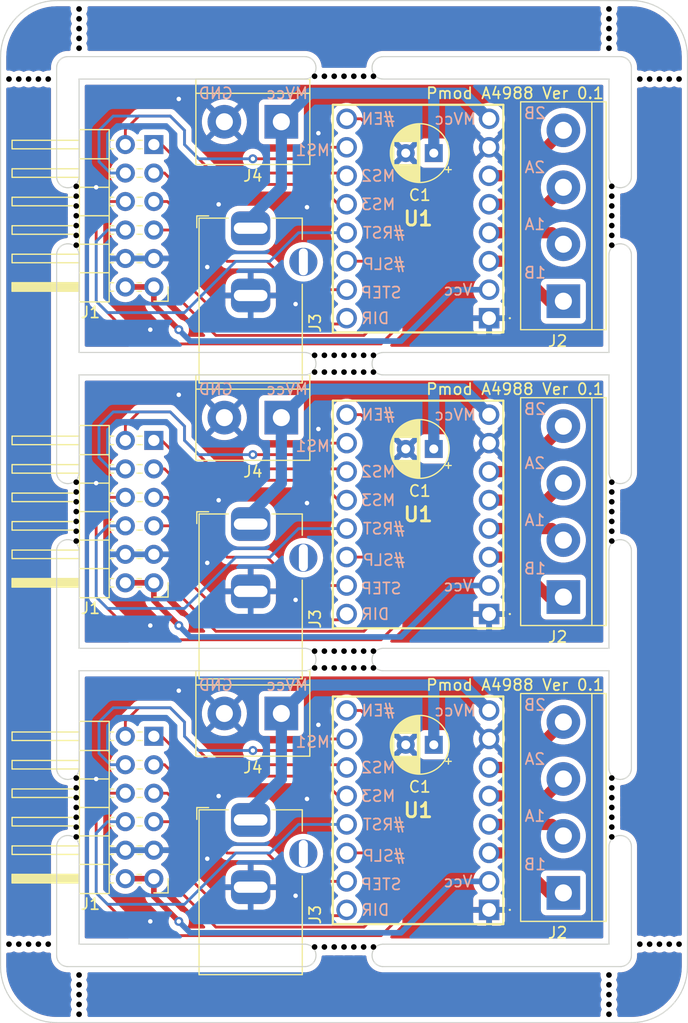
<source format=kicad_pcb>
(kicad_pcb (version 20211014) (generator pcbnew)
  (layers (0 "F.Cu" signal) (31 "B.Cu" signal) (34 "B.Paste" user) (35 "F.Paste" user) (36 "B.SilkS" user "B.Silkscreen") (37 "F.SilkS" user "F.Silkscreen") (38 "B.Mask" user) (39 "F.Mask" user) (44 "Edge.Cuts" user))
  (net 0 "")
  (net 1 "Board_0-/#EN")
  (net 2 "Board_0-/#RST")
  (net 3 "Board_0-/#SLP")
  (net 4 "Board_0-/1A")
  (net 5 "Board_0-/1B")
  (net 6 "Board_0-/2A")
  (net 7 "Board_0-/2B")
  (net 8 "Board_0-/DIR")
  (net 9 "Board_0-/MS1")
  (net 10 "Board_0-/MS2")
  (net 11 "Board_0-/MS3")
  (net 12 "Board_0-/STEP")
  (net 13 "Board_0-/VMOT")
  (net 14 "Board_0-GND")
  (net 15 "Board_0-Net-(J1-Pad12)")
  (net 16 "Board_1-/#EN")
  (net 17 "Board_1-/#RST")
  (net 18 "Board_1-/#SLP")
  (net 19 "Board_1-/1A")
  (net 20 "Board_1-/1B")
  (net 21 "Board_1-/2A")
  (net 22 "Board_1-/2B")
  (net 23 "Board_1-/DIR")
  (net 24 "Board_1-/MS1")
  (net 25 "Board_1-/MS2")
  (net 26 "Board_1-/MS3")
  (net 27 "Board_1-/STEP")
  (net 28 "Board_1-/VMOT")
  (net 29 "Board_1-GND")
  (net 30 "Board_1-Net-(J1-Pad12)")
  (net 31 "Board_2-/#EN")
  (net 32 "Board_2-/#RST")
  (net 33 "Board_2-/#SLP")
  (net 34 "Board_2-/1A")
  (net 35 "Board_2-/1B")
  (net 36 "Board_2-/2A")
  (net 37 "Board_2-/2B")
  (net 38 "Board_2-/DIR")
  (net 39 "Board_2-/MS1")
  (net 40 "Board_2-/MS2")
  (net 41 "Board_2-/MS3")
  (net 42 "Board_2-/STEP")
  (net 43 "Board_2-/VMOT")
  (net 44 "Board_2-GND")
  (net 45 "Board_2-Net-(J1-Pad12)")
  (footprint "NPTH" (layer "F.Cu") (at 148.5 51.634)
    (fp_text reference "REF**" hide)
    (fp_text value "NPTH" hide)
  )
  (footprint "NPTH" (layer "F.Cu") (at 122.128 104.152)
    (fp_text reference "REF**" hide)
    (fp_text value "NPTH" hide)
  )
  (footprint "NPTH" (layer "F.Cu") (at 172.122 108.652)
    (fp_text reference "REF**" hide)
    (fp_text value "NPTH" hide)
  )
  (footprint "NPTH" (layer "F.Cu") (at 172.372 91.085)
    (fp_text reference "REF**" hide)
    (fp_text value "NPTH" hide)
  )
  (footprint "NPTH" (layer "F.Cu") (at 119.503 27)
    (fp_text reference "REF**" hide)
    (fp_text value "NPTH" hide)
  )
  (footprint "NPTH" (layer "F.Cu") (at 124.628 91.085)
    (fp_text reference "REF**" hide)
    (fp_text value "NPTH" hide)
  )
  (footprint "NPTH" (layer "F.Cu") (at 172.372 41.817)
    (fp_text reference "REF**" hide)
    (fp_text value "NPTH" hide)
  )
  (footprint "NPTH" (layer "F.Cu") (at 124.628 65.576)
    (fp_text reference "REF**" hide)
    (fp_text value "NPTH" hide)
  )
  (footprint "NPTH" (layer "F.Cu") (at 172.372 38.317)
    (fp_text reference "REF**" hide)
    (fp_text value "NPTH" hide)
  )
  (footprint "NPTH" (layer "F.Cu") (at 149.375 104.402)
    (fp_text reference "REF**" hide)
    (fp_text value "NPTH" hide)
  )
  (footprint "NPTH" (layer "F.Cu") (at 148.5 78.018)
    (fp_text reference "REF**" hide)
    (fp_text value "NPTH" hide)
  )
  (footprint "NPTH" (layer "F.Cu") (at 124.878 110.402)
    (fp_text reference "REF**" hide)
    (fp_text value "NPTH" hide)
  )
  (footprint "NPTH" (layer "F.Cu") (at 124.628 89.335)
    (fp_text reference "REF**" hide)
    (fp_text value "NPTH" hide)
  )
  (footprint "NPTH" (layer "F.Cu") (at 172.122 23.375)
    (fp_text reference "REF**" hide)
    (fp_text value "NPTH" hide)
  )
  (footprint "NPTH" (layer "F.Cu") (at 145.875 78.018)
    (fp_text reference "REF**" hide)
    (fp_text value "NPTH" hide)
  )
  (footprint "Connector_BarrelJack:BarrelJack_Horizontal" (layer "F.Cu") (at 140.1765 40.304 90)
    (fp_text reference "J3")
    (fp_text value "Jack-DC")
  )
  (footprint "NPTH" (layer "F.Cu") (at 172.372 92.835)
    (fp_text reference "REF**" hide)
    (fp_text value "NPTH" hide)
  )
  (footprint "TerminalBlock:TerminalBlock_bornier-4_P5.08mm" (layer "F.Cu") (at 168.058 46.812 90)
    (fp_text reference "J2")
    (fp_text value "Screw_Terminal_01x04" hide)
  )
  (footprint "NPTH" (layer "F.Cu") (at 146.75 26.75)
    (fp_text reference "REF**" hide)
    (fp_text value "NPTH" hide)
  )
  (footprint "NPTH" (layer "F.Cu") (at 121.253 104.152)
    (fp_text reference "REF**" hide)
    (fp_text value "NPTH" hide)
  )
  (footprint "NPTH" (layer "F.Cu") (at 124.878 23.375)
    (fp_text reference "REF**" hide)
    (fp_text value "NPTH" hide)
  )
  (footprint "NPTH" (layer "F.Cu") (at 145.875 79.518)
    (fp_text reference "REF**" hide)
    (fp_text value "NPTH" hide)
  )
  (footprint "TerminalBlock:TerminalBlock_bornier-4_P5.08mm" (layer "F.Cu") (at 168.058 99.58 90)
    (fp_text reference "J2")
    (fp_text value "Screw_Terminal_01x04" hide)
  )
  (footprint "NPTH" (layer "F.Cu") (at 120.378 104.152)
    (fp_text reference "REF**" hide)
    (fp_text value "NPTH" hide)
  )
  (footprint "Connector_BarrelJack:BarrelJack_Horizontal" (layer "F.Cu") (at 140.1765 66.688 90)
    (fp_text reference "J3")
    (fp_text value "Jack-DC")
  )
  (footprint "NPTH" (layer "F.Cu") (at 146.75 78.018)
    (fp_text reference "REF**" hide)
    (fp_text value "NPTH" hide)
  )
  (footprint "NPTH" (layer "F.Cu") (at 147.625 53.134)
    (fp_text reference "REF**" hide)
    (fp_text value "NPTH" hide)
  )
  (footprint "NPTH" (layer "F.Cu") (at 176.622 104.152)
    (fp_text reference "REF**" hide)
    (fp_text value "NPTH" hide)
  )
  (footprint "NPTH" (layer "F.Cu") (at 124.628 94.585)
    (fp_text reference "REF**" hide)
    (fp_text value "NPTH" hide)
  )
  (footprint "NPTH" (layer "F.Cu") (at 149.375 26.75)
    (fp_text reference "REF**" hide)
    (fp_text value "NPTH" hide)
  )
  (footprint "Capacitor_THT:CP_Radial_D5.0mm_P2.50mm" (layer "F.Cu") (at 156.502904 86.372 180)
    (fp_text reference "C1")
    (fp_text value "C_Polarized")
  )
  (footprint "Connector_BarrelJack:BarrelJack_Horizontal" (layer "F.Cu") (at 140.1765 93.072 90)
    (fp_text reference "J3")
    (fp_text value "Jack-DC")
  )
  (footprint "NPTH" (layer "F.Cu") (at 172.372 94.585)
    (fp_text reference "REF**" hide)
    (fp_text value "NPTH" hide)
  )
  (footprint "NPTH" (layer "F.Cu") (at 176.622 27)
    (fp_text reference "REF**" hide)
    (fp_text value "NPTH" hide)
  )
  (footprint "NPTH" (layer "F.Cu") (at 172.372 91.96)
    (fp_text reference "REF**" hide)
    (fp_text value "NPTH" hide)
  )
  (footprint "NPTH" (layer "F.Cu") (at 172.372 40.942)
    (fp_text reference "REF**" hide)
    (fp_text value "NPTH" hide)
  )
  (footprint "NPTH" (layer "F.Cu") (at 150.25 26.75)
    (fp_text reference "REF**" hide)
    (fp_text value "NPTH" hide)
  )
  (footprint "NPTH" (layer "F.Cu") (at 172.372 65.576)
    (fp_text reference "REF**" hide)
    (fp_text value "NPTH" hide)
  )
  (footprint "TerminalBlock:TerminalBlock_bornier-2_P5.08mm" (layer "F.Cu") (at 142.912 83.578 180)
    (fp_text reference "J4")
    (fp_text value "Screw_Terminal_01x02" hide)
  )
  (footprint "NPTH" (layer "F.Cu") (at 151.125 104.402)
    (fp_text reference "REF**" hide)
    (fp_text value "NPTH" hide)
  )
  (footprint "NPTH" (layer "F.Cu") (at 124.628 37.442)
    (fp_text reference "REF**" hide)
    (fp_text value "NPTH" hide)
  )
  (footprint "NPTH" (layer "F.Cu") (at 172.372 36.567)
    (fp_text reference "REF**" hide)
    (fp_text value "NPTH" hide)
  )
  (footprint "NPTH" (layer "F.Cu") (at 177.497 27)
    (fp_text reference "REF**" hide)
    (fp_text value "NPTH" hide)
  )
  (footprint "NPTH" (layer "F.Cu") (at 145.875 53.134)
    (fp_text reference "REF**" hide)
    (fp_text value "NPTH" hide)
  )
  (footprint "NPTH" (layer "F.Cu") (at 172.122 107.777)
    (fp_text reference "REF**" hide)
    (fp_text value "NPTH" hide)
  )
  (footprint "NPTH" (layer "F.Cu") (at 172.372 40.067)
    (fp_text reference "REF**" hide)
    (fp_text value "NPTH" hide)
  )
  (footprint "RScomponents:A4988MODULE" (layer "F.Cu") (at 161.434 74.71)
    (fp_text reference "U1")
    (fp_text value "A4988_MODULE" hide)
  )
  (footprint "NPTH" (layer "F.Cu") (at 148.5 79.518)
    (fp_text reference "REF**" hide)
    (fp_text value "NPTH" hide)
  )
  (footprint "NPTH" (layer "F.Cu") (at 124.628 63.826)
    (fp_text reference "REF**" hide)
    (fp_text value "NPTH" hide)
  )
  (footprint "NPTH" (layer "F.Cu") (at 124.878 106.902)
    (fp_text reference "REF**" hide)
    (fp_text value "NPTH" hide)
  )
  (footprint "NPTH" (layer "F.Cu") (at 148.5 53.134)
    (fp_text reference "REF**" hide)
    (fp_text value "NPTH" hide)
  )
  (footprint "Connector_PinHeader_2.54mm:PinHeader_2x06_P2.54mm_Horizontal" (layer "F.Cu") (at 131.544 98.31 180)
    (fp_text reference "J1")
    (fp_text value "Pmod_male" hide)
  )
  (footprint "NPTH" (layer "F.Cu") (at 172.372 90.21)
    (fp_text reference "REF**" hide)
    (fp_text value "NPTH" hide)
  )
  (footprint "NPTH" (layer "F.Cu") (at 124.628 62.951)
    (fp_text reference "REF**" hide)
    (fp_text value "NPTH" hide)
  )
  (footprint "NPTH" (layer "F.Cu") (at 172.122 20.75)
    (fp_text reference "REF**" hide)
    (fp_text value "NPTH" hide)
  )
  (footprint "Capacitor_THT:CP_Radial_D5.0mm_P2.50mm" (layer "F.Cu") (at 156.502904 59.988 180)
    (fp_text reference "C1")
    (fp_text value "C_Polarized")
  )
  (footprint "NPTH" (layer "F.Cu") (at 124.628 40.067)
    (fp_text reference "REF**" hide)
    (fp_text value "NPTH" hide)
  )
  (footprint "NPTH" (layer "F.Cu") (at 147.625 104.402)
    (fp_text reference "REF**" hide)
    (fp_text value "NPTH" hide)
  )
  (footprint "NPTH" (layer "F.Cu") (at 172.372 37.442)
    (fp_text reference "REF**" hide)
    (fp_text value "NPTH" hide)
  )
  (footprint "NPTH" (layer "F.Cu") (at 124.628 93.71)
    (fp_text reference "REF**" hide)
    (fp_text value "NPTH" hide)
  )
  (footprint "NPTH" (layer "F.Cu") (at 118.628 27)
    (fp_text reference "REF**" hide)
    (fp_text value "NPTH" hide)
  )
  (footprint "NPTH" (layer "F.Cu") (at 172.372 67.326)
    (fp_text reference "REF**" hide)
    (fp_text value "NPTH" hide)
  )
  (footprint "NPTH" (layer "F.Cu") (at 119.503 104.152)
    (fp_text reference "REF**" hide)
    (fp_text value "NPTH" hide)
  )
  (footprint "NPTH" (layer "F.Cu") (at 172.372 68.201)
    (fp_text reference "REF**" hide)
    (fp_text value "NPTH" hide)
  )
  (footprint "NPTH" (layer "F.Cu") (at 124.628 39.192)
    (fp_text reference "REF**" hide)
    (fp_text value "NPTH" hide)
  )
  (footprint "NPTH" (layer "F.Cu") (at 120.378 27)
    (fp_text reference "REF**" hide)
    (fp_text value "NPTH" hide)
  )
  (footprint "NPTH" (layer "F.Cu") (at 175.747 104.152)
    (fp_text reference "REF**" hide)
    (fp_text value "NPTH" hide)
  )
  (footprint "Connector_PinHeader_2.54mm:PinHeader_2x06_P2.54mm_Horizontal" (layer "F.Cu") (at 131.544 71.926 180)
    (fp_text reference "J1")
    (fp_text value "Pmod_male" hide)
  )
  (footprint "NPTH" (layer "F.Cu") (at 146.75 79.518)
    (fp_text reference "REF**" hide)
    (fp_text value "NPTH" hide)
  )
  (footprint "NPTH" (layer "F.Cu") (at 174.872 104.152)
    (fp_text reference "REF**" hide)
    (fp_text value "NPTH" hide)
  )
  (footprint "NPTH" (layer "F.Cu") (at 150.25 51.634)
    (fp_text reference "REF**" hide)
    (fp_text value "NPTH" hide)
  )
  (footprint "NPTH" (layer "F.Cu") (at 172.372 62.951)
    (fp_text reference "REF**" hide)
    (fp_text value "NPTH" hide)
  )
  (footprint "NPTH" (layer "F.Cu") (at 174.872 27)
    (fp_text reference "REF**" hide)
    (fp_text value "NPTH" hide)
  )
  (footprint "NPTH" (layer "F.Cu") (at 124.628 68.201)
    (fp_text reference "REF**" hide)
    (fp_text value "NPTH" hide)
  )
  (footprint "NPTH" (layer "F.Cu") (at 124.878 107.777)
    (fp_text reference "REF**" hide)
    (fp_text value "NPTH" hide)
  )
  (footprint "NPTH" (layer "F.Cu") (at 172.122 21.625)
    (fp_text reference "REF**" hide)
    (fp_text value "NPTH" hide)
  )
  (footprint "NPTH" (layer "F.Cu") (at 145.875 51.634)
    (fp_text reference "REF**" hide)
    (fp_text value "NPTH" hide)
  )
  (footprint "NPTH" (layer "F.Cu") (at 124.878 22.5)
    (fp_text reference "REF**" hide)
    (fp_text value "NPTH" hide)
  )
  (footprint "NPTH" (layer "F.Cu") (at 124.628 41.817)
    (fp_text reference "REF**" hide)
    (fp_text value "NPTH" hide)
  )
  (footprint "NPTH" (layer "F.Cu") (at 175.747 27)
    (fp_text reference "REF**" hide)
    (fp_text value "NPTH" hide)
  )
  (footprint "TerminalBlock:TerminalBlock_bornier-2_P5.08mm" (layer "F.Cu") (at 142.912 57.194 180)
    (fp_text reference "J4")
    (fp_text value "Screw_Terminal_01x02" hide)
  )
  (footprint "NPTH" (layer "F.Cu") (at 146.75 51.634)
    (fp_text reference "REF**" hide)
    (fp_text value "NPTH" hide)
  )
  (footprint "NPTH" (layer "F.Cu") (at 147.625 78.018)
    (fp_text reference "REF**" hide)
    (fp_text value "NPTH" hide)
  )
  (footprint "RScomponents:A4988MODULE" (layer "F.Cu") (at 161.434 101.094)
    (fp_text reference "U1")
    (fp_text value "A4988_MODULE" hide)
  )
  (footprint "NPTH" (layer "F.Cu") (at 172.122 24.25)
    (fp_text reference "REF**" hide)
    (fp_text value "NPTH" hide)
  )
  (footprint "NPTH" (layer "F.Cu") (at 149.375 53.134)
    (fp_text reference "REF**" hide)
    (fp_text value "NPTH" hide)
  )
  (footprint "NPTH" (layer "F.Cu") (at 172.372 66.451)
    (fp_text reference "REF**" hide)
    (fp_text value "NPTH" hide)
  )
  (footprint "NPTH" (layer "F.Cu") (at 172.122 106.902)
    (fp_text reference "REF**" hide)
    (fp_text value "NPTH" hide)
  )
  (footprint "NPTH" (layer "F.Cu") (at 151.125 53.134)
    (fp_text reference "REF**" hide)
    (fp_text value "NPTH" hide)
  )
  (footprint "NPTH" (layer "F.Cu") (at 172.122 109.527)
    (fp_text reference "REF**" hide)
    (fp_text value "NPTH" hide)
  )
  (footprint "NPTH" (layer "F.Cu") (at 118.628 104.152)
    (fp_text reference "REF**" hide)
    (fp_text value "NPTH" hide)
  )
  (footprint "TerminalBlock:TerminalBlock_bornier-2_P5.08mm" (layer "F.Cu") (at 142.912 30.81 180)
    (fp_text reference "J4")
    (fp_text value "Screw_Terminal_01x02" hide)
  )
  (footprint "NPTH" (layer "F.Cu") (at 148.5 104.402)
    (fp_text reference "REF**" hide)
    (fp_text value "NPTH" hide)
  )
  (footprint "NPTH" (layer "F.Cu") (at 148.5 26.75)
    (fp_text reference "REF**" hide)
    (fp_text value "NPTH" hide)
  )
  (footprint "NPTH" (layer "F.Cu") (at 122.128 27)
    (fp_text reference "REF**" hide)
    (fp_text value "NPTH" hide)
  )
  (footprint "NPTH" (layer "F.Cu") (at 124.628 67.326)
    (fp_text reference "REF**" hide)
    (fp_text value "NPTH" hide)
  )
  (footprint "NPTH" (layer "F.Cu") (at 145.875 104.402)
    (fp_text reference "REF**" hide)
    (fp_text value "NPTH" hide)
  )
  (footprint "NPTH" (layer "F.Cu") (at 146.75 104.402)
    (fp_text reference "REF**" hide)
    (fp_text value "NPTH" hide)
  )
  (footprint "NPTH" (layer "F.Cu") (at 150.25 104.402)
    (fp_text reference "REF**" hide)
    (fp_text value "NPTH" hide)
  )
  (footprint "NPTH" (layer "F.Cu") (at 124.628 38.317)
    (fp_text reference "REF**" hide)
    (fp_text value "NPTH" hide)
  )
  (footprint "NPTH" (layer "F.Cu") (at 150.25 78.018)
    (fp_text reference "REF**" hide)
    (fp_text value "NPTH" hide)
  )
  (footprint "NPTH" (layer "F.Cu") (at 124.628 92.835)
    (fp_text reference "REF**" hide)
    (fp_text value "NPTH" hide)
  )
  (footprint "NPTH" (layer "F.Cu") (at 146.75 53.134)
    (fp_text reference "REF**" hide)
    (fp_text value "NPTH" hide)
  )
  (footprint "NPTH" (layer "F.Cu") (at 172.372 64.701)
    (fp_text reference "REF**" hide)
    (fp_text value "NPTH" hide)
  )
  (footprint "NPTH" (layer "F.Cu") (at 172.372 89.335)
    (fp_text reference "REF**" hide)
    (fp_text value "NPTH" hide)
  )
  (footprint "NPTH" (layer "F.Cu") (at 145.875 26.75)
    (fp_text reference "REF**" hide)
    (fp_text value "NPTH" hide)
  )
  (footprint "NPTH" (layer "F.Cu") (at 124.628 40.942)
    (fp_text reference "REF**" hide)
    (fp_text value "NPTH" hide)
  )
  (footprint "NPTH" (layer "F.Cu") (at 172.122 22.5)
    (fp_text reference "REF**" hide)
    (fp_text value "NPTH" hide)
  )
  (footprint "NPTH" (layer "F.Cu") (at 124.878 109.527)
    (fp_text reference "REF**" hide)
    (fp_text value "NPTH" hide)
  )
  (footprint "NPTH" (layer "F.Cu") (at 172.372 63.826)
    (fp_text reference "REF**" hide)
    (fp_text value "NPTH" hide)
  )
  (footprint "Connector_PinHeader_2.54mm:PinHeader_2x06_P2.54mm_Horizontal" (layer "F.Cu") (at 131.544 45.542 180)
    (fp_text reference "J1")
    (fp_text value "Pmod_male" hide)
  )
  (footprint "NPTH" (layer "F.Cu") (at 178.372 104.152)
    (fp_text reference "REF**" hide)
    (fp_text value "NPTH" hide)
  )
  (footprint "NPTH" (layer "F.Cu") (at 124.878 108.652)
    (fp_text reference "REF**" hide)
    (fp_text value "NPTH" hide)
  )
  (footprint "NPTH" (layer "F.Cu") (at 172.372 39.192)
    (fp_text reference "REF**" hide)
    (fp_text value "NPTH" hide)
  )
  (footprint "NPTH" (layer "F.Cu") (at 151.125 51.634)
    (fp_text reference "REF**" hide)
    (fp_text value "NPTH" hide)
  )
  (footprint "NPTH" (layer "F.Cu") (at 121.253 27)
    (fp_text reference "REF**" hide)
    (fp_text value "NPTH" hide)
  )
  (footprint "NPTH" (layer "F.Cu") (at 124.628 66.451)
    (fp_text reference "REF**" hide)
    (fp_text value "NPTH" hide)
  )
  (footprint "NPTH" (layer "F.Cu") (at 151.125 26.75)
    (fp_text reference "REF**" hide)
    (fp_text value "NPTH" hide)
  )
  (footprint "NPTH" (layer "F.Cu") (at 172.372 93.71)
    (fp_text reference "REF**" hide)
    (fp_text value "NPTH" hide)
  )
  (footprint "NPTH" (layer "F.Cu") (at 147.625 26.75)
    (fp_text reference "REF**" hide)
    (fp_text value "NPTH" hide)
  )
  (footprint "RScomponents:A4988MODULE" (layer "F.Cu") (at 161.434 48.326)
    (fp_text reference "U1")
    (fp_text value "A4988_MODULE" hide)
  )
  (footprint "NPTH" (layer "F.Cu") (at 124.628 64.701)
    (fp_text reference "REF**" hide)
    (fp_text value "NPTH" hide)
  )
  (footprint "NPTH" (layer "F.Cu") (at 178.372 27)
    (fp_text reference "REF**" hide)
    (fp_text value "NPTH" hide)
  )
  (footprint "NPTH" (layer "F.Cu") (at 124.628 36.567)
    (fp_text reference "REF**" hide)
    (fp_text value "NPTH" hide)
  )
  (footprint "NPTH" (layer "F.Cu") (at 124.878 20.75)
    (fp_text reference "REF**" hide)
    (fp_text value "NPTH" hide)
  )
  (footprint "NPTH" (layer "F.Cu") (at 147.625 51.634)
    (fp_text reference "REF**" hide)
    (fp_text value "NPTH" hide)
  )
  (footprint "TerminalBlock:TerminalBlock_bornier-4_P5.08mm" (layer "F.Cu") (at 168.058 73.196 90)
    (fp_text reference "J2")
    (fp_text value "Screw_Terminal_01x04" hide)
  )
  (footprint "NPTH" (layer "F.Cu") (at 147.625 79.518)
    (fp_text reference "REF**" hide)
    (fp_text value "NPTH" hide)
  )
  (footprint "NPTH" (layer "F.Cu") (at 149.375 51.634)
    (fp_text reference "REF**" hide)
    (fp_text value "NPTH" hide)
  )
  (footprint "NPTH" (layer "F.Cu") (at 151.125 78.018)
    (fp_text reference "REF**" hide)
    (fp_text value "NPTH" hide)
  )
  (footprint "NPTH" (layer "F.Cu") (at 124.628 90.21)
    (fp_text reference "REF**" hide)
    (fp_text value "NPTH" hide)
  )
  (footprint "Capacitor_THT:CP_Radial_D5.0mm_P2.50mm" (layer "F.Cu") (at 156.502904 33.604 180)
    (fp_text reference "C1")
    (fp_text value "C_Polarized")
  )
  (footprint "NPTH" (layer "F.Cu") (at 177.497 104.152)
    (fp_text reference "REF**" hide)
    (fp_text value "NPTH" hide)
  )
  (footprint "NPTH" (layer "F.Cu") (at 149.375 78.018)
    (fp_text reference "REF**" hide)
    (fp_text value "NPTH" hide)
  )
  (footprint "NPTH" (layer "F.Cu") (at 150.25 79.518)
    (fp_text reference "REF**" hide)
    (fp_text value "NPTH" hide)
  )
  (footprint "NPTH" (layer "F.Cu") (at 124.878 24.25)
    (fp_text reference "REF**" hide)
    (fp_text value "NPTH" hide)
  )
  (footprint "NPTH" (layer "F.Cu") (at 150.25 53.134)
    (fp_text reference "REF**" hide)
    (fp_text value "NPTH" hide)
  )
  (footprint "NPTH" (layer "F.Cu") (at 151.125 79.518)
    (fp_text reference "REF**" hide)
    (fp_text value "NPTH" hide)
  )
  (footprint "NPTH" (layer "F.Cu") (at 124.628 91.96)
    (fp_text reference "REF**" hide)
    (fp_text value "NPTH" hide)
  )
  (footprint "NPTH" (layer "F.Cu") (at 149.375 79.518)
    (fp_text reference "REF**" hide)
    (fp_text value "NPTH" hide)
  )
  (footprint "NPTH" (layer "F.Cu") (at 172.122 110.402)
    (fp_text reference "REF**" hide)
    (fp_text value "NPTH" hide)
  )
  (footprint "NPTH" (layer "F.Cu") (at 124.878 21.625)
    (fp_text reference "REF**" hide)
    (fp_text value "NPTH" hide)
  )
  (gr_line (start 145.203138 53.364974) (end 145.155262 53.373281) (layer "Edge.Cuts") (width 0.1))
  (gr_line (start 123.044847 42.131987) (end 123.072826 42.092259) (layer "Edge.Cuts") (width 0.1))
  (gr_line (start 145.743539 79.442841) (end 145.710033 79.478033) (layer "Edge.Cuts") (width 0.1))
  (gr_line (start 151.941423 104.153195) (end 151.990122 104.152) (layer "Edge.Cuts") (width 0.1))
  (gr_line (start 123.580619 41.734631) (end 123.62745 41.721671) (layer "Edge.Cuts") (width 0.1))
  (gr_line (start 124.883558 79.769122) (end 124.883125 79.769353) (layer "Edge.Cuts") (width 0.1))
  (gr_line (start 172.114136 77.767702) (end 172.114612 77.767583) (layer "Edge.Cuts") (width 0.1))
  (gr_line (start 179.025675 107.127151) (end 179.027688 107.115554) (layer "Edge.Cuts") (width 0.1))
  (gr_line (start 178.906481 107.6031) (end 178.909621 107.591756) (layer "Edge.Cuts") (width 0.1))
  (gr_line (start 172.151671 68.82545) (end 172.164631 68.778619) (layer "Edge.Cuts") (width 0.1))
  (gr_line (start 151.1169 105.628681) (end 151.095053 105.585278) (layer "Edge.Cuts") (width 0.1))
  (gr_line (start 124.354681 41.8089) (end 124.39696 41.832851) (layer "Edge.Cuts") (width 0.1))
  (gr_line (start 173.180576 68.077195) (end 173.229036 68.08077) (layer "Edge.Cuts") (width 0.1))
  (gr_line (start 176.024092 110.775446) (end 176.035073 110.77121) (layer "Edge.Cuts") (width 0.1))
  (gr_line (start 174.005099 105.628681) (end 173.981148 105.67096) (layer "Edge.Cuts") (width 0.1))
  (gr_line (start 123.819423 89.458804) (end 123.770963 89.455229) (layer "Edge.Cuts") (width 0.1))
  (gr_line (start 124.887809 27.000057) (end 124.887809 27.000057) (layer "Edge.Cuts") (width 0.1))
  (gr_line (start 123.489144 41.767362) (end 123.53448 41.749874) (layer "Edge.Cuts") (width 0.1))
  (gr_line (start 174.102974 95.256861) (end 174.111281 95.304737) (layer "Edge.Cuts") (width 0.1))
  (gr_line (start 174.092328 105.402549) (end 174.079368 105.44938) (layer "Edge.Cuts") (width 0.1))
  (gr_line (start 174.046637 36.080855) (end 174.026946 36.125278) (layer "Edge.Cuts") (width 0.1))
  (gr_line (start 120.953711 110.766252) (end 120.964472 110.771022) (layer "Edge.Cuts") (width 0.1))
  (gr_line (start 118.463254 22.653889) (end 118.463146 22.65411) (layer "Edge.Cuts") (width 0.1))
  (gr_line (start 151.042631 52.086619) (end 151.057874 52.04048) (layer "Edge.Cuts") (width 0.1))
  (gr_line (start 124.033262 63.065281) (end 123.985036 63.071229) (layer "Edge.Cuts") (width 0.1))
  (gr_line (start 145.433278 51.479053) (end 145.476681 51.5009) (layer "Edge.Cuts") (width 0.1))
  (gr_line (start 123.203158 89.203539) (end 123.167966 89.170033) (layer "Edge.Cuts") (width 0.1))
  (gr_line (start 174.6123 111.127596) (end 174.623982 111.126155) (layer "Edge.Cuts") (width 0.1))
  (gr_line (start 151.057874 52.727519) (end 151.042631 52.68138) (layer "Edge.Cuts") (width 0.1))
  (gr_line (start 151.224721 26.638047) (end 151.194826 26.59974) (layer "Edge.Cuts") (width 0.1))
  (gr_line (start 172.447158 41.94846) (end 172.483952 41.916721) (layer "Edge.Cuts") (width 0.1))
  (gr_line (start 118.463146 108.497889) (end 118.463254 108.49811) (layer "Edge.Cuts") (width 0.1))
  (gr_line (start 123.359039 36.551148) (end 123.317987 36.525152) (layer "Edge.Cuts") (width 0.1))
  (gr_line (start 124.266855 68.151362) (end 124.311278 68.171053) (layer "Edge.Cuts") (width 0.1))
  (gr_line (start 176.48951 20.596702) (end 176.489298 20.596579) (layer "Edge.Cuts") (width 0.1))
  (gr_line (start 124.885863 27.000297) (end 124.885387 27.000416) (layer "Edge.Cuts") (width 0.1))
  (gr_line (start 173.897278 62.714047) (end 173.865539 62.750841) (layer "Edge.Cuts") (width 0.1))
  (gr_line (start 145.833152 105.712012) (end 145.805173 105.75174) (layer "Edge.Cuts") (width 0.1))
  (gr_line (start 123.167966 62.786033) (end 123.13446 62.750841) (layer "Edge.Cuts") (width 0.1))
  (gr_line (start 178.272037 22.212291) (end 177.994362 21.83789) (layer "Edge.Cuts") (width 0.1))
  (gr_line (start 151.702619 25.042631) (end 151.74945 25.029671) (layer "Edge.Cuts") (width 0.1))
  (gr_line (start 173.063423 68.077195) (end 173.112122 68.076) (layer "Edge.Cuts") (width 0.1))
  (gr_line (start 172.262851 68.557039) (end 172.288847 68.515987) (layer "Edge.Cuts") (width 0.1))
  (gr_line (start 176.035527 20.380977) (end 176.035073 20.380789) (layer "Edge.Cuts") (width 0.1))
  (gr_line (start 123.580619 94.502631) (end 123.62745 94.489671) (layer "Edge.Cuts") (width 0.1))
  (gr_line (start 145.155262 51.394718) (end 145.203138 51.403025) (layer "Edge.Cuts") (width 0.1))
  (gr_line (start 151.325158 104.40846) (end 151.361952 104.376721) (layer "Edge.Cuts") (width 0.1))
  (gr_line (start 123.278259 94.654826) (end 123.317987 94.626847) (layer "Edge.Cuts") (width 0.1))
  (gr_line (start 118.254467 108.053862) (end 118.254553 108.054092) (layer "Edge.Cuts") (width 0.1))
  (gr_line (start 172.132718 68.920737) (end 172.141025 68.872861) (layer "Edge.Cuts") (width 0.1))
  (gr_line (start 176.909708 20.849962) (end 176.909509 20.849818) (layer "Edge.Cuts") (width 0.1))
  (gr_line (start 172.117295 53.385605) (end 172.116874 53.385353) (layer "Edge.Cuts") (width 0.1))
  (gr_line (start 123.53448 94.517874) (end 123.580619 94.502631) (layer "Edge.Cuts") (width 0.1))
  (gr_line (start 172.121275 77.761544) (end 172.12144 77.761082) (layer "Edge.Cuts") (width 0.1))
  (gr_line (start 179.02558 107.127632) (end 179.025675 107.127151) (layer "Edge.Cuts") (width 0.1))
  (gr_line (start 177.97881 21.81894) (end 177.665775 21.473559) (layer "Edge.Cuts") (width 0.1))
  (gr_line (start 124.879122 77.762441) (end 124.879353 77.762874) (layer "Edge.Cuts") (width 0.1))
  (gr_line (start 124.879122 27.005558) (end 124.878912 27.006002) (layer "Edge.Cuts") (width 0.1))
  (gr_line (start 124.884455 104.151275) (end 124.884917 104.15144) (layer "Edge.Cuts") (width 0.1))
  (gr_line (start 124.878057 77.75819) (end 124.878081 77.758681) (layer "Edge.Cuts") (width 0.1))
  (gr_line (start 179.121397 24.987742) (end 179.098525 24.522171) (layer "Edge.Cuts") (width 0.1))
  (gr_line (start 124.621539 94.785158) (end 124.653278 94.821952) (layer "Edge.Cuts") (width 0.1))
  (gr_line (start 172.966737 68.086718) (end 173.014963 68.08077) (layer "Edge.Cuts") (width 0.1))
  (gr_line (start 172.262851 36.21096) (end 172.2389 36.168681) (layer "Edge.Cuts") (width 0.1))
  (gr_line (start 124.878003 27.012027) (end 124.878 27.012272) (layer "Edge.Cuts") (width 0.1))
  (gr_line (start 172.824619 68.118631) (end 172.87145 68.105671) (layer "Edge.Cuts") (width 0.1))
  (gr_line (start 172.119517 104.148477) (end 172.119829 104.148097) (layer "Edge.Cuts") (width 0.1))
  (gr_line (start 151.019025 52.180861) (end 151.029671 52.13345) (layer "Edge.Cuts") (width 0.1))
  (gr_line (start 146 78.758122) (end 146 78.777877) (layer "Edge.Cuts") (width 0.1))
  (gr_line (start 121.415021 20.219432) (end 120.976137 20.376467) (layer "Edge.Cuts") (width 0.1))
  (gr_line (start 124.879878 77.763703) (end 124.88017 77.764097) (layer "Edge.Cuts") (width 0.1))
  (gr_line (start 151.325158 25.25646) (end 151.361952 25.224721) (layer "Edge.Cuts") (width 0.1))
  (gr_line (start 177.302875 21.143026) (end 177.293963 21.135338) (layer "Edge.Cuts") (width 0.1))
  (gr_line (start 151.481039 104.292851) (end 151.523318 104.2689) (layer "Edge.Cuts") (width 0.1))
  (gr_line (start 172.118097 79.77017) (end 172.117703 79.769878) (layer "Edge.Cuts") (width 0.1))
  (gr_line (start 124.88017 79.771902) (end 124.879878 79.772296) (layer "Edge.Cuts") (width 0.1))
  (gr_line (start 173.180576 94.461195) (end 173.229036 94.46477) (layer "Edge.Cuts") (width 0.1))
  (gr_line (start 124.890272 104.152) (end 145.009877 104.152) (layer "Edge.Cuts") (width 0.1))
  (gr_line (start 124.867281 42.536737) (end 124.873229 42.584963) (layer "Edge.Cuts") (width 0.1))
  (gr_line (start 145.957368 79.06538) (end 145.942125 79.111519) (layer "Edge.Cuts") (width 0.1))
  (gr_line (start 145.859148 105.67096) (end 145.833152 105.712012) (layer "Edge.Cuts") (width 0.1))
  (gr_line (start 145.859148 104.633039) (end 145.883099 104.675318) (layer "Edge.Cuts") (width 0.1))
  (gr_line (start 172.824619 36.649368) (end 172.77848 36.634125) (layer "Edge.Cuts") (width 0.1))
  (gr_line (start 124.880482 77.764477) (end 124.880811 77.76484) (layer "Edge.Cuts") (width 0.1))
  (gr_line (start 151 52.374122) (end 151 52.374122) (layer "Edge.Cuts") (width 0.1))
  (gr_line (start 175.085554 111.057688) (end 175.097151 111.055675) (layer "Edge.Cuts") (width 0.1))
  (gr_line (start 172.113169 27.000129) (end 172.112681 27.000081) (layer "Edge.Cuts") (width 0.1))
  (gr_line (start 124.880482 27.003522) (end 124.88017 27.003902) (layer "Edge.Cuts") (width 0.1))
  (gr_line (start 172.966737 36.681281) (end 172.918861 36.672974) (layer "Edge.Cuts") (width 0.1))
  (gr_line (start 173.180576 106.150804) (end 173.131877 106.152) (layer "Edge.Cuts") (width 0.1))
  (gr_line (start 124.878129 79.77683) (end 124.878081 79.777318) (layer "Edge.Cuts") (width 0.1))
  (gr_line (start 172.123195 42.633423) (end 172.12677 42.584963) (layer "Edge.Cuts") (width 0.1))
  (gr_line (start 172.141025 68.872861) (end 172.151671 68.82545) (layer "Edge.Cuts") (width 0.1))
  (gr_line (start 122.865742 20.000602) (end 122.400171 20.023474) (layer "Edge.Cuts") (width 0.1))
  (gr_line (start 174.120804 95.401423) (end 174.122 95.450122) (layer "Edge.Cuts") (width 0.1))
  (gr_line (start 145.924637 25.611144) (end 145.942125 25.65648) (layer "Edge.Cuts") (width 0.1))
  (gr_line (start 145.710033 53.094033) (end 145.674841 53.127539) (layer "Edge.Cuts") (width 0.1))
  (gr_line (start 124.878559 51.377082) (end 124.878724 51.377544) (layer "Edge.Cuts") (width 0.1))
  (gr_line (start 124.033262 41.702718) (end 124.081138 41.711025) (layer "Edge.Cuts") (width 0.1))
  (gr_line (start 120.521376 110.561453) (end 120.531889 110.566745) (layer "Edge.Cuts") (width 0.1))
  (gr_line (start 172.121702 77.760136) (end 172.121798 77.759655) (layer "Edge.Cuts") (width 0.1))
  (gr_line (start 151.042631 26.29738) (end 151.029671 26.250549) (layer "Edge.Cuts") (width 0.1))
  (gr_line (start 151.042631 78.470619) (end 151.057874 78.42448) (layer "Edge.Cuts") (width 0.1))
  (gr_line (start 172.112681 104.151918) (end 172.113169 104.15187) (layer "Edge.Cuts") (width 0.1))
  (gr_line (start 124.354681 36.575099) (end 124.311278 36.596946) (layer "Edge.Cuts") (width 0.1))
  (gr_line (start 179.022944 107.139356) (end 179.023001 107.139117) (layer "Edge.Cuts") (width 0.1))
  (gr_line (start 124.711152 89.020012) (end 124.683173 89.05974) (layer "Edge.Cuts") (width 0.1))
  (gr_line (start 173.64096 25.140851) (end 173.682012 25.166847) (layer "Edge.Cuts") (width 0.1))
  (gr_line (start 173.981148 68.557039) (end 174.005099 68.599318) (layer "Edge.Cuts") (width 0.1))
  (gr_line (start 123.239952 41.916721) (end 123.278259 41.886826) (layer "Edge.Cuts") (width 0.1))
  (gr_line (start 124.876804 62.134576) (end 124.873229 62.183036) (layer "Edge.Cuts") (width 0.1))
  (gr_line (start 178.272181 108.939509) (end 178.278958 108.929886) (layer "Edge.Cuts") (width 0.1))
  (gr_line (start 123.985036 41.69677) (end 124.033262 41.702718) (layer "Edge.Cuts") (width 0.1))
  (gr_line (start 124.878 51.371727) (end 124.878003 51.371972) (layer "Edge.Cuts") (width 0.1))
  (gr_line (start 151.075362 25.611144) (end 151.095053 25.566721) (layer "Edge.Cuts") (width 0.1))
  (gr_line (start 145.51896 106.011148) (end 145.476681 106.035099) (layer "Edge.Cuts") (width 0.1))
  (gr_line (start 174.117229 95.352963) (end 174.120804 95.401423) (layer "Edge.Cuts") (width 0.1))
  (gr_line (start 121.438243 110.939621) (end 121.438481 110.939683) (layer "Edge.Cuts") (width 0.1))
  (gr_line (start 172.132718 42.536737) (end 172.141025 42.488861) (layer "Edge.Cuts") (width 0.1))
  (gr_line (start 151.796861 26.980974) (end 151.74945 26.970328) (layer "Edge.Cuts") (width 0.1))
  (gr_line (start 123.936576 36.690804) (end 123.887877 36.692) (layer "Edge.Cuts") (width 0.1))
  (gr_line (start 178.909621 23.560243) (end 178.906481 23.548899) (layer "Edge.Cuts") (width 0.1))
  (gr_line (start 119.342854 109.687492) (end 119.351379 109.695608) (layer "Edge.Cuts") (width 0.1))
  (gr_line (start 145.998804 26.058576) (end 145.995229 26.107036) (layer "Edge.Cuts") (width 0.1))
  (gr_line (start 172.11219 79.768057) (end 172.109972 79.768003) (layer "Edge.Cuts") (width 0.1))
  (gr_line (start 145.924637 105.540855) (end 145.904946 105.585278) (layer "Edge.Cuts") (width 0.1))
  (gr_line (start 123.167966 68.365966) (end 123.203158 68.33246) (layer "Edge.Cuts") (width 0.1))
  (gr_line (start 124.878912 77.761997) (end 124.879122 77.762441) (layer "Edge.Cuts") (width 0.1))
  (gr_line (start 172.966737 94.470718) (end 173.014963 94.46477) (layer "Edge.Cuts") (width 0.1))
  (gr_line (start 172.288847 89.020012) (end 172.262851 88.97896) (layer "Edge.Cuts") (width 0.1))
  (gr_line (start 123.868122 94.46) (end 123.887877 94.46) (layer "Edge.Cuts") (width 0.1))
  (gr_line (start 172.447158 36.435539) (end 172.411966 36.402033) (layer "Edge.Cuts") (width 0.1))
  (gr_line (start 172.117703 51.382121) (end 172.118097 51.381829) (layer "Edge.Cuts") (width 0.1))
  (gr_line (start 178.736252 108.076288) (end 178.741022 108.065527) (layer "Edge.Cuts") (width 0.1))
  (gr_line (start 151.029671 26.250549) (end 151.019025 26.203138) (layer "Edge.Cuts") (width 0.1))
  (gr_line (start 174.079368 95.162619) (end 174.092328 95.20945) (layer "Edge.Cuts") (width 0.1))
  (gr_line (start 151.057874 105.495519) (end 151.042631 105.44938) (layer "Edge.Cuts") (width 0.1))
  (gr_line (start 123.62745 89.430328) (end 123.580619 89.417368) (layer "Edge.Cuts") (width 0.1))
  (gr_line (start 124.873229 35.799036) (end 124.867281 35.847262) (layer "Edge.Cuts") (width 0.1))
  (gr_line (start 172.117295 77.766394) (end 172.117703 77.766121) (layer "Edge.Cuts") (width 0.1))
  (gr_line (start 151.010718 105.307262) (end 151.00477 105.259036) (layer "Edge.Cuts") (width 0.1))
  (gr_line (start 145.833152 25.439987) (end 145.859148 25.481039) (layer "Edge.Cuts") (width 0.1))
  (gr_line (start 145.710033 25.289966) (end 145.743539 25.325158) (layer "Edge.Cuts") (width 0.1))
  (gr_line (start 172.118477 51.381517) (end 172.11884 51.381188) (layer "Edge.Cuts") (width 0.1))
  (gr_line (start 124.802637 88.848855) (end 124.782946 88.893278) (layer "Edge.Cuts") (width 0.1))
  (gr_line (start 124.882704 77.766394) (end 124.883125 77.766646) (layer "Edge.Cuts") (width 0.1))
  (gr_line (start 178.525297 108.51951) (end 178.52542 108.519298) (layer "Edge.Cuts") (width 0.1))
  (gr_line (start 177.978973 109.332875) (end 177.986661 109.323963) (layer "Edge.Cuts") (width 0.1))
  (gr_line (start 119.021026 109.332875) (end 119.021189 109.333059) (layer "Edge.Cuts") (width 0.1))
  (gr_line (start 122.920631 105.44938) (end 122.907671 105.402549) (layer "Edge.Cuts") (width 0.1))
  (gr_line (start 172.77848 63.018125) (end 172.733144 63.000637) (layer "Edge.Cuts") (width 0.1))
  (gr_line (start 176.889533 110.315528) (end 176.899478 110.309231) (layer "Edge.Cuts") (width 0.1))
  (gr_line (start 151.990122 77.768) (end 172.109727 77.768) (layer "Edge.Cuts") (width 0.1))
  (gr_line (start 124.39696 41.832851) (end 124.438012 41.858847) (layer "Edge.Cuts") (width 0.1))
  (gr_line (start 172.11884 27.002811) (end 172.118477 27.002482) (layer "Edge.Cuts") (width 0.1))
  (gr_line (start 172.603039 89.319148) (end 172.561987 89.293152) (layer "Edge.Cuts") (width 0.1))
  (gr_line (start 174.122 62.085877) (end 174.120804 62.134576) (layer "Edge.Cuts") (width 0.1))
  (gr_line (start 123.62745 41.721671) (end 123.674861 41.711025) (layer "Edge.Cuts") (width 0.1))
  (gr_line (start 123.239952 89.235278) (end 123.203158 89.203539) (layer "Edge.Cuts") (width 0.1))
  (gr_line (start 121.415253 20.219352) (end 121.415021 20.219432) (layer "Edge.Cuts") (width 0.1))
  (gr_line (start 172.121918 77.758681) (end 172.121942 77.75819) (layer "Edge.Cuts") (width 0.1))
  (gr_line (start 173.131877 94.46) (end 173.180576 94.461195) (layer "Edge.Cuts") (width 0.1))
  (gr_line (start 177.284109 21.127637) (end 176.909708 20.849962) (layer "Edge.Cuts") (width 0.1))
  (gr_line (start 151 26.009877) (end 151 25.990122) (layer "Edge.Cuts") (width 0.1))
  (gr_line (start 172.112681 77.767918) (end 172.113169 77.76787) (layer "Edge.Cuts") (width 0.1))
  (gr_line (start 145.957368 25.702619) (end 145.970328 25.74945) (layer "Edge.Cuts") (width 0.1))
  (gr_line (start 151.611144 25.075362) (end 151.65648 25.057874) (layer "Edge.Cuts") (width 0.1))
  (gr_line (start 122.878 35.701877) (end 122.878 25.990122) (layer "Edge.Cuts") (width 0.1))
  (gr_line (start 124.881902 53.38617) (end 124.881522 53.386482) (layer "Edge.Cuts") (width 0.1))
  (gr_line (start 172.114612 104.151583) (end 172.115082 104.15144) (layer "Edge.Cuts") (width 0.1))
  (gr_line (start 173.180576 41.693195) (end 173.229036 41.69677) (layer "Edge.Cuts") (width 0.1))
  (gr_line (start 176.023862 110.775532) (end 176.024092 110.775446) (layer "Edge.Cuts") (width 0.1))
  (gr_line (start 173.229036 41.69677) (end 173.277262 41.702718) (layer "Edge.Cuts") (width 0.1))
  (gr_line (start 151.001195 78.826576) (end 151 78.777877) (layer "Edge.Cuts") (width 0.1))
  (gr_line (start 123.044847 94.899987) (end 123.072826 94.860259) (layer "Edge.Cuts") (width 0.1))
  (gr_line (start 151.1169 51.907318) (end 151.140851 51.865039) (layer "Edge.Cuts") (width 0.1))
  (gr_line (start 124.88683 104.15187) (end 124.887318 104.151918) (layer "Edge.Cuts") (width 0.1))
  (gr_line (start 118.097352 107.614746) (end 118.097432 107.614978) (layer "Edge.Cuts") (width 0.1))
  (gr_line (start 177.303059 110.00881) (end 177.64844 109.695775) (layer "Edge.Cuts") (width 0.1))
  (gr_line (start 172.119188 79.771159) (end 172.11884 79.770811) (layer "Edge.Cuts") (width 0.1))
  (gr_line (start 124.873229 62.183036) (end 124.867281 62.231262) (layer "Edge.Cuts") (width 0.1))
  (gr_line (start 123.722737 94.470718) (end 123.770963 94.46477) (layer "Edge.Cuts") (width 0.1))
  (gr_line (start 145.29738 26.957368) (end 145.250549 26.970328) (layer "Edge.Cuts") (width 0.1))
  (gr_line (start 172.109727 51.384) (end 172.109972 51.383996) (layer "Edge.Cuts") (width 0.1))
  (gr_line (start 172.121798 27.008344) (end 172.121702 27.007863) (layer "Edge.Cuts") (width 0.1))
  (gr_line (start 124.885387 51.383583) (end 124.885863 51.383702) (layer "Edge.Cuts") (width 0.1))
  (gr_line (start 151.361952 79.543278) (end 151.325158 79.511539) (layer "Edge.Cuts") (width 0.1))
  (gr_line (start 124.878416 104.144612) (end 124.878559 104.145082) (layer "Edge.Cuts") (width 0.1))
  (gr_line (start 124.39696 94.600851) (end 124.438012 94.626847) (layer "Edge.Cuts") (width 0.1))
  (gr_line (start 151.029671 25.74945) (end 151.042631 25.702619) (layer "Edge.Cuts") (width 0.1))
  (gr_line (start 151.095053 52.817278) (end 151.075362 52.772855) (layer "Edge.Cuts") (width 0.1))
  (gr_line (start 173.897278 36.330047) (end 173.865539 36.366841) (layer "Edge.Cuts") (width 0.1))
  (gr_line (start 120.110675 20.836342) (end 120.110466 20.836471) (layer "Edge.Cuts") (width 0.1))
  (gr_line (start 151.042631 104.854619) (end 151.057874 104.80848) (layer "Edge.Cuts") (width 0.1))
  (gr_line (start 172.120877 77.762441) (end 172.121087 77.761997) (layer "Edge.Cuts") (width 0.1))
  (gr_line (start 123.674861 89.440974) (end 123.62745 89.430328) (layer "Edge.Cuts") (width 0.1))
  (gr_line (start 172.117703 53.385878) (end 172.117295 53.385605) (layer "Edge.Cuts") (width 0.1))
  (gr_line (start 173.832033 41.981966) (end 173.865539 42.017158) (layer "Edge.Cuts") (width 0.1))
  (gr_line (start 123.317987 105.985152) (end 123.278259 105.957173) (layer "Edge.Cuts") (width 0.1))
  (gr_line (start 124.17538 63.033368) (end 124.128549 63.046328) (layer "Edge.Cuts") (width 0.1))
  (gr_line (start 172.120121 27.004296) (end 172.119829 27.003902) (layer "Edge.Cuts") (width 0.1))
  (gr_line (start 179.027727 24.036688) (end 179.027688 24.036445) (layer "Edge.Cuts") (width 0.1))
  (gr_line (start 123.203158 68.33246) (end 123.239952 68.300721) (layer "Edge.Cuts") (width 0.1))
  (gr_line (start 173.180576 25.001195) (end 173.229036 25.00477) (layer "Edge.Cuts") (width 0.1))
  (gr_line (start 118.474702 108.51951) (end 118.714342 108.919324) (layer "Edge.Cuts") (width 0.1))
  (gr_line (start 174.120804 42.633423) (end 174.122 42.682122) (layer "Edge.Cuts") (width 0.1))
  (gr_line (start 122.399927 111.12851) (end 122.400171 111.128525) (layer "Edge.Cuts") (width 0.1))
  (gr_line (start 145.638047 77.992721) (end 145.674841 78.02446) (layer "Edge.Cuts") (width 0.1))
  (gr_line (start 124.885387 77.767583) (end 124.885863 77.767702) (layer "Edge.Cuts") (width 0.1))
  (gr_line (start 172.113655 104.151798) (end 172.114136 104.151702) (layer "Edge.Cuts") (width 0.1))
  (gr_line (start 145.859148 79.28696) (end 145.833152 79.328012) (layer "Edge.Cuts") (width 0.1))
  (gr_line (start 176.899478 110.309231) (end 176.899886 110.308958) (layer "Edge.Cuts") (width 0.1))
  (gr_line (start 123.444721 94.555053) (end 123.489144 94.535362) (layer "Edge.Cuts") (width 0.1))
  (gr_line (start 145.638047 26.775278) (end 145.59974 26.805173) (layer "Edge.Cuts") (width 0.1))
  (gr_line (start 145.942125 104.80848) (end 145.957368 104.854619) (layer "Edge.Cuts") (width 0.1))
  (gr_line (start 151.990122 27) (end 151.941423 26.998804) (layer "Edge.Cuts") (width 0.1))
  (gr_line (start 172.11219 27.000057) (end 172.109972 27.000003) (layer "Edge.Cuts") (width 0.1))
  (gr_line (start 178.73615 108.076511) (end 178.736252 108.076288) (layer "Edge.Cuts") (width 0.1))
  (gr_line (start 173.325138 68.095025) (end 173.372549 68.105671) (layer "Edge.Cuts") (width 0.1))
  (gr_line (start 172.121275 79.774455) (end 172.121087 79.774002) (layer "Edge.Cuts") (width 0.1))
  (gr_line (start 151.042631 79.06538) (end 151.029671 79.018549) (layer "Edge.Cuts") (width 0.1))
  (gr_line (start 122.953362 62.464855) (end 122.935874 62.419519) (layer "Edge.Cuts") (width 0.1))
  (gr_line (start 172.141025 95.256861) (end 172.151671 95.20945) (layer "Edge.Cuts") (width 0.1))
  (gr_line (start 122.88277 62.183036) (end 122.879195 62.134576) (layer "Edge.Cuts") (width 0.1))
  (gr_line (start 174.092328 62.326549) (end 174.079368 62.37338) (layer "Edge.Cuts") (width 0.1))
  (gr_line (start 124.880482 51.380477) (end 124.880811 51.38084) (layer "Edge.Cuts") (width 0.1))
  (gr_line (start 172.121702 53.391863) (end 172.121583 53.391387) (layer "Edge.Cuts") (width 0.1))
  (gr_line (start 123.62745 106.122328) (end 123.580619 106.109368) (layer "Edge.Cuts") (width 0.1))
  (gr_line (start 172.120394 77.763295) (end 172.120646 77.762874) (layer "Edge.Cuts") (width 0.1))
  (gr_line (start 119.021189 21.81894) (end 119.021026 21.819124) (layer "Edge.Cuts") (width 0.1))
  (gr_line (start 122.897025 68.872861) (end 122.907671 68.82545) (layer "Edge.Cuts") (width 0.1))
  (gr_line (start 151.075362 104.763144) (end 151.095053 104.718721) (layer "Edge.Cuts") (width 0.1))
  (gr_line (start 124.878912 104.145997) (end 124.879122 104.146441) (layer "Edge.Cuts") (width 0.1))
  (gr_line (start 124.887318 79.768081) (end 124.88683 79.768129) (layer "Edge.Cuts") (width 0.1))
  (gr_line (start 124.881902 27.00217) (end 124.881522 27.002482) (layer "Edge.Cuts") (width 0.1))
  (gr_line (start 145.250549 77.797671) (end 145.29738 77.810631) (layer "Edge.Cuts") (width 0.1))
  (gr_line (start 145.775278 53.022047) (end 145.743539 53.058841) (layer "Edge.Cuts") (width 0.1))
  (gr_line (start 123.62745 94.489671) (end 123.674861 94.479025) (layer "Edge.Cuts") (width 0.1))
  (gr_line (start 173.72174 89.265173) (end 173.682012 89.293152) (layer "Edge.Cuts") (width 0.1))
  (gr_line (start 119.013027 109.323583) (end 119.013338 109.323963) (layer "Edge.Cuts") (width 0.1))
  (gr_line (start 124.890027 77.767996) (end 124.890272 77.768) (layer "Edge.Cuts") (width 0.1))
  (gr_line (start 117.878593 106.164012) (end 117.878602 106.164257) (layer "Edge.Cuts") (width 0.1))
  (gr_line (start 151.611144 79.692637) (end 151.566721 79.672946) (layer "Edge.Cuts") (width 0.1))
  (gr_line (start 123.072826 36.29174) (end 123.044847 36.252012) (layer "Edge.Cuts") (width 0.1))
  (gr_line (start 172.116441 51.382877) (end 172.116874 51.382646) (layer "Edge.Cuts") (width 0.1))
  (gr_line (start 122.935874 105.495519) (end 122.920631 105.44938) (layer "Edge.Cuts") (width 0.1))
  (gr_line (start 173.682012 89.293152) (end 173.64096 89.319148) (layer "Edge.Cuts") (width 0.1))
  (gr_line (start 173.510855 36.616637) (end 173.465519 36.634125) (layer "Edge.Cuts") (width 0.1))
  (gr_line (start 118.263747 108.076288) (end 118.263849 108.076511) (layer "Edge.Cuts") (width 0.1))
  (gr_line (start 121.890882 111.053001) (end 121.902367 111.05558) (layer "Edge.Cuts") (width 0.1))
  (gr_line (start 178.745532 23.098137) (end 178.745446 23.097907) (layer "Edge.Cuts") (width 0.1))
  (gr_line (start 177.986661 109.323963) (end 177.986972 109.323583) (layer "Edge.Cuts") (width 0.1))
  (gr_line (start 118.727818 22.21249) (end 118.721041 22.222113) (layer "Edge.Cuts") (width 0.1))
  (gr_line (start 124.880811 27.003159) (end 124.880482 27.003522) (layer "Edge.Cuts") (width 0.1))
  (gr_line (start 151.844737 51.394718) (end 151.892963 51.38877) (layer "Edge.Cuts") (width 0.1))
  (gr_line (start 172.316826 36.29174) (end 172.288847 36.252012) (layer "Edge.Cuts") (width 0.1))
  (gr_line (start 173.510855 63.000637) (end 173.465519 63.018125) (layer "Edge.Cuts") (width 0.1))
  (gr_line (start 145.009877 77.768) (end 145.058576 77.769195) (layer "Edge.Cuts") (width 0.1))
  (gr_line (start 123.401318 94.5769) (end 123.444721 94.555053) (layer "Edge.Cuts") (width 0.1))
  (gr_line (start 123.401318 41.8089) (end 123.444721 41.787053) (layer "Edge.Cuts") (width 0.1))
  (gr_line (start 145.674841 104.40846) (end 145.710033 104.441966) (layer "Edge.Cuts") (width 0.1))
  (gr_line (start 145.009877 79.768) (end 124.890272 79.768) (layer "Edge.Cuts") (width 0.1))
  (gr_line (start 172.120877 104.146441) (end 172.121087 104.145997) (layer "Edge.Cuts") (width 0.1))
  (gr_line (start 172.12187 27.00883) (end 172.121798 27.008344) (layer "Edge.Cuts") (width 0.1))
  (gr_line (start 145.388855 79.692637) (end 145.343519 79.710125) (layer "Edge.Cuts") (width 0.1))
  (gr_line (start 145.674841 26.743539) (end 145.638047 26.775278) (layer "Edge.Cuts") (width 0.1))
  (gr_line (start 172.113655 27.000201) (end 172.113169 27.000129) (layer "Edge.Cuts") (width 0.1))
  (gr_line (start 122.879195 105.210576) (end 122.878 105.161877) (layer "Edge.Cuts") (width 0.1))
  (gr_line (start 124.882704 104.150394) (end 124.883125 104.150646) (layer "Edge.Cuts") (width 0.1))
  (gr_line (start 124.878416 53.391387) (end 124.878297 53.391863) (layer "Edge.Cuts") (width 0.1))
  (gr_line (start 124.890027 53.384003) (end 124.887809 53.384057) (layer "Edge.Cuts") (width 0.1))
  (gr_line (start 179.097644 106.641811) (end 179.09851 106.630072) (layer "Edge.Cuts") (width 0.1))
  (gr_line (start 173.063423 89.458804) (end 173.014963 89.455229) (layer "Edge.Cuts") (width 0.1))
  (gr_line (start 172.120121 51.379703) (end 172.120394 51.379295) (layer "Edge.Cuts") (width 0.1))
  (gr_line (start 145.250549 106.122328) (end 145.203138 106.132974) (layer "Edge.Cuts") (width 0.1))
  (gr_line (start 124.835368 35.98938) (end 124.820125 36.035519) (layer "Edge.Cuts") (width 0.1))
  (gr_line (start 172.12677 42.584963) (end 172.132718 42.536737) (layer "Edge.Cuts") (width 0.1))
  (gr_line (start 151.361952 53.159278) (end 151.325158 53.127539) (layer "Edge.Cuts") (width 0.1))
  (gr_line (start 123.167966 89.170033) (end 123.13446 89.134841) (layer "Edge.Cuts") (width 0.1))
  (gr_line (start 151.25646 25.325158) (end 151.289966 25.289966) (layer "Edge.Cuts") (width 0.1))
  (gr_line (start 176.46811 20.585254) (end 176.467889 20.585146) (layer "Edge.Cuts") (width 0.1))
  (gr_line (start 172.179874 95.11648) (end 172.197362 95.071144) (layer "Edge.Cuts") (width 0.1))
  (gr_line (start 172.120646 79.773125) (end 172.120394 79.772704) (layer "Edge.Cuts") (width 0.1))
  (gr_line (start 124.886344 77.767798) (end 124.88683 77.76787) (layer "Edge.Cuts") (width 0.1))
  (gr_line (start 172.688721 89.364946) (end 172.645318 89.343099) (layer "Edge.Cuts") (width 0.1))
  (gr_line (start 174.117229 88.567036) (end 174.111281 88.615262) (layer "Edge.Cuts") (width 0.1))
  (gr_line (start 145.51896 25.140851) (end 145.560012 25.166847) (layer "Edge.Cuts") (width 0.1))
  (gr_line (start 151.140851 26.51896) (end 151.1169 26.476681) (layer "Edge.Cuts") (width 0.1))
  (gr_line (start 151.439987 51.550847) (end 151.481039 51.524851) (layer "Edge.Cuts") (width 0.1))
  (gr_line (start 151.140851 105.67096) (end 151.1169 105.628681) (layer "Edge.Cuts") (width 0.1))
  (gr_line (start 172.113655 53.384201) (end 172.113169 53.384129) (layer "Edge.Cuts") (width 0.1))
  (gr_line (start 173.180576 36.690804) (end 173.131877 36.692) (layer "Edge.Cuts") (width 0.1))
  (gr_line (start 124.878559 79.774917) (end 124.878416 79.775387) (layer "Edge.Cuts") (width 0.1))
  (gr_line (start 173.41938 25.042631) (end 173.465519 25.057874) (layer "Edge.Cuts") (width 0.1))
  (gr_line (start 172.115082 104.15144) (end 172.115544 104.151275) (layer "Edge.Cuts") (width 0.1))
  (gr_line (start 172.121583 51.376612) (end 172.121702 51.376136) (layer "Edge.Cuts") (width 0.1))
  (gr_line (start 172.132718 88.615262) (end 172.12677 88.567036) (layer "Edge.Cuts") (width 0.1))
  (gr_line (start 122.935874 95.11648) (end 122.953362 95.071144) (layer "Edge.Cuts") (width 0.1))
  (gr_line (start 172.603039 36.551148) (end 172.561987 36.525152) (layer "Edge.Cuts") (width 0.1))
  (gr_line (start 124.033262 89.449281) (end 123.985036 89.455229) (layer "Edge.Cuts") (width 0.1))
  (gr_line (start 123.887877 36.692) (end 123.868122 36.692) (layer "Edge.Cuts") (width 0.1))
  (gr_line (start 151.941423 26.998804) (end 151.892963 26.995229) (layer "Edge.Cuts") (width 0.1))
  (gr_line (start 123.53448 36.634125) (end 123.489144 36.616637) (layer "Edge.Cuts") (width 0.1))
  (gr_line (start 173.180576 63.074804) (end 173.131877 63.076) (layer "Edge.Cuts") (width 0.1))
  (gr_line (start 124.88017 53.387902) (end 124.879878 53.388296) (layer "Edge.Cuts") (width 0.1))
  (gr_line (start 145.998804 52.325423) (end 146 52.374122) (layer "Edge.Cuts") (width 0.1))
  (gr_line (start 122.400171 20.023474) (end 122.399927 20.023489) (layer "Edge.Cuts") (width 0.1))
  (gr_line (start 151.00477 105.259036) (end 151.001195 105.210576) (layer "Edge.Cuts") (width 0.1))
  (gr_line (start 151.566721 26.904946) (end 151.523318 26.883099) (layer "Edge.Cuts") (width 0.1))
  (gr_line (start 123.722737 89.449281) (end 123.674861 89.440974) (layer "Edge.Cuts") (width 0.1))
  (gr_line (start 174.092328 88.710549) (end 174.079368 88.75738) (layer "Edge.Cuts") (width 0.1))
  (gr_line (start 122.9949 36.168681) (end 122.973053 36.125278) (layer "Edge.Cuts") (width 0.1))
  (gr_line (start 173.131877 68.076) (end 173.180576 68.077195) (layer "Edge.Cuts") (width 0.1))
  (gr_line (start 123.044847 89.020012) (end 123.018851 88.97896) (layer "Edge.Cuts") (width 0.1))
  (gr_line (start 173.229036 36.687229) (end 173.180576 36.690804) (layer "Edge.Cuts") (width 0.1))
  (gr_line (start 122.888718 68.920737) (end 122.897025 68.872861) (layer "Edge.Cuts") (width 0.1))
  (gr_line (start 123.401318 68.1929) (end 123.444721 68.171053) (layer "Edge.Cuts") (width 0.1))
  (gr_line (start 145.155262 104.162718) (end 145.203138 104.171025) (layer "Edge.Cuts") (width 0.1))
  (gr_line (start 172.645318 94.5769) (end 172.688721 94.555053) (layer "Edge.Cuts") (width 0.1))
  (gr_line (start 124.878724 27.006455) (end 124.878559 27.006917) (layer "Edge.Cuts") (width 0.1))
  (gr_line (start 172.141025 62.279138) (end 172.132718 62.231262) (layer "Edge.Cuts") (width 0.1))
  (gr_line (start 151.140851 78.249039) (end 151.166847 78.207987) (layer "Edge.Cuts") (width 0.1))
  (gr_line (start 145.29738 106.109368) (end 145.250549 106.122328) (layer "Edge.Cuts") (width 0.1))
  (gr_line (start 119.013027 21.828416) (end 119.005785 21.837695) (layer "Edge.Cuts") (width 0.1))
  (gr_line (start 122.973053 25.566721) (end 122.9949 25.523318) (layer "Edge.Cuts") (width 0.1))
  (gr_line (start 173.955152 68.515987) (end 173.981148 68.557039) (layer "Edge.Cuts") (width 0.1))
  (gr_line (start 124.835368 68.778619) (end 124.848328 68.82545) (layer "Edge.Cuts") (width 0.1))
  (gr_line (start 172.197362 95.071144) (end 172.217053 95.026721) (layer "Edge.Cuts") (width 0.1))
  (gr_line (start 117.903844 106.653982) (end 117.903877 106.654225) (layer "Edge.Cuts") (width 0.1))
  (gr_line (start 151.166847 51.823987) (end 151.194826 51.784259) (layer "Edge.Cuts") (width 0.1))
  (gr_line (start 145.058576 104.153195) (end 145.107036 104.15677) (layer "Edge.Cuts") (width 0.1))
  (gr_line (start 174.102974 105.355138) (end 174.092328 105.402549) (layer "Edge.Cuts") (width 0.1))
  (gr_line (start 124.878201 51.375655) (end 124.878297 51.376136) (layer "Edge.Cuts") (width 0.1))
  (gr_line (start 172.122 79.780272) (end 172.121996 79.780027) (layer "Edge.Cuts") (width 0.1))
  (gr_line (start 172.411966 41.981966) (end 172.447158 41.94846) (layer "Edge.Cuts") (width 0.1))
  (gr_line (start 122.935874 36.035519) (end 122.920631 35.98938) (layer "Edge.Cuts") (width 0.1))
  (gr_line (start 176.48951 110.555297) (end 176.889324 110.315657) (layer "Edge.Cuts") (width 0.1))
  (gr_line (start 176.046288 20.385747) (end 176.035527 20.380977) (layer "Edge.Cuts") (width 0.1))
  (gr_line (start 118.720768 22.222521) (end 118.714471 22.232466) (layer "Edge.Cuts") (width 0.1))
  (gr_line (start 145.433278 104.247053) (end 145.476681 104.2689) (layer "Edge.Cuts") (width 0.1))
  (gr_line (start 124.711152 62.636012) (end 124.683173 62.67574) (layer "Edge.Cuts") (width 0.1))
  (gr_line (start 173.465519 94.517874) (end 173.510855 94.535362) (layer "Edge.Cuts") (width 0.1))
  (gr_line (start 172.824619 63.033368) (end 172.77848 63.018125) (layer "Edge.Cuts") (width 0.1))
  (gr_line (start 122.388188 20.024355) (end 122.387699 20.024403) (layer "Edge.Cuts") (width 0.1))
  (gr_line (start 124.890027 104.151996) (end 124.890272 104.152) (layer "Edge.Cuts") (width 0.1))
  (gr_line (start 151.844737 25.010718) (end 151.892963 25.00477) (layer "Edge.Cuts") (width 0.1))
  (gr_line (start 145.989281 78.923262) (end 145.980974 78.971138) (layer "Edge.Cuts") (width 0.1))
  (gr_line (start 151.523318 104.2689) (end 151.566721 104.247053) (layer "Edge.Cuts") (width 0.1))
  (gr_line (start 118.090316 23.560481) (end 117.977055 24.012643) (layer "Edge.Cuts") (width 0.1))
  (gr_line (start 124.878057 104.14219) (end 124.878081 104.142681) (layer "Edge.Cuts") (width 0.1))
  (gr_line (start 173.277262 41.702718) (end 173.325138 41.711025) (layer "Edge.Cuts") (width 0.1))
  (gr_line (start 122.88277 105.259036) (end 122.879195 105.210576) (layer "Edge.Cuts") (width 0.1))
  (gr_line (start 176.899478 20.842768) (end 176.889533 20.836471) (layer "Edge.Cuts") (width 0.1))
  (gr_line (start 172.688721 94.555053) (end 172.733144 94.535362) (layer "Edge.Cuts") (width 0.1))
  (gr_line (start 145.674841 51.64046) (end 145.710033 51.673966) (layer "Edge.Cuts") (width 0.1))
  (gr_line (start 176.889324 110.315657) (end 176.889533 110.315528) (layer "Edge.Cuts") (width 0.1))
  (gr_line (start 151.481039 106.011148) (end 151.439987 105.985152) (layer "Edge.Cuts") (width 0.1))
  (gr_line (start 123.868122 63.076) (end 123.819423 63.074804) (layer "Edge.Cuts") (width 0.1))
  (gr_line (start 145.710033 26.710033) (end 145.674841 26.743539) (layer "Edge.Cuts") (width 0.1))
  (gr_line (start 172.120121 77.763703) (end 172.120394 77.763295) (layer "Edge.Cuts") (width 0.1))
  (gr_line (start 151.65648 79.710125) (end 151.611144 79.692637) (layer "Edge.Cuts") (width 0.1))
  (gr_line (start 151.481039 53.243148) (end 151.439987 53.217152) (layer "Edge.Cuts") (width 0.1))
  (gr_line (start 124.878081 77.758681) (end 124.878129 77.759169) (layer "Edge.Cuts") (width 0.1))
  (gr_line (start 123.102721 105.790047) (end 123.072826 105.75174) (layer "Edge.Cuts") (width 0.1))
  (gr_line (start 172.123195 69.017423) (end 172.12677 68.968963) (layer "Edge.Cuts") (width 0.1))
  (gr_line (start 118.097352 23.537253) (end 118.09366 23.54843) (layer "Edge.Cuts") (width 0.1))
  (gr_line (start 179.121397 106.164257) (end 179.121406 106.164012) (layer "Edge.Cuts") (width 0.1))
  (gr_line (start 177.994362 109.314109) (end 178.272037 108.939708) (layer "Edge.Cuts") (width 0.1))
  (gr_line (start 177.303059 21.143189) (end 177.302875 21.143026) (layer "Edge.Cuts") (width 0.1))
  (gr_line (start 179.097644 24.510188) (end 179.097596 24.509699) (layer "Edge.Cuts") (width 0.1))
  (gr_line (start 172.2389 94.983318) (end 172.262851 94.941039) (layer "Edge.Cuts") (width 0.1))
  (gr_line (start 122.897025 25.796861) (end 122.907671 25.74945) (layer "Edge.Cuts") (width 0.1))
  (gr_line (start 151.941423 53.382804) (end 151.892963 53.379229) (layer "Edge.Cuts") (width 0.1))
  (gr_line (start 124.883558 27.001122) (end 124.883125 27.001353) (layer "Edge.Cuts") (width 0.1))
  (gr_line (start 172.121702 51.376136) (end 172.121798 51.375655) (layer "Edge.Cuts") (width 0.1))
  (gr_line (start 172.733144 36.616637) (end 172.688721 36.596946) (layer "Edge.Cuts") (width 0.1))
  (gr_line (start 173.41938 41.734631) (end 173.465519 41.749874) (layer "Edge.Cuts") (width 0.1))
  (gr_line (start 174.599828 20.023474) (end 174.134257 20.000602) (layer "Edge.Cuts") (width 0.1))
  (gr_line (start 124.884002 77.767087) (end 124.884455 77.767275) (layer "Edge.Cuts") (width 0.1))
  (gr_line (start 172.121087 77.761997) (end 172.121275 77.761544) (layer "Edge.Cuts") (width 0.1))
  (gr_line (start 122.935874 68.73248) (end 122.953362 68.687144) (layer "Edge.Cuts") (width 0.1))
  (gr_line (start 173.760047 62.851278) (end 173.72174 62.881173) (layer "Edge.Cuts") (width 0.1))
  (gr_line (start 172.119829 104.148097) (end 172.120121 104.147703) (layer "Edge.Cuts") (width 0.1))
  (gr_line (start 118.258977 23.086472) (end 118.258789 23.086926) (layer "Edge.Cuts") (width 0.1))
  (gr_line (start 123.102721 89.098047) (end 123.072826 89.05974) (layer "Edge.Cuts") (width 0.1))
  (gr_line (start 178.902567 107.614978) (end 178.902647 107.614746) (layer "Edge.Cuts") (width 0.1))
  (gr_line (start 122.888718 35.847262) (end 122.88277 35.799036) (layer "Edge.Cuts") (width 0.1))
  (gr_line (start 124.883558 53.385122) (end 124.883125 53.385353) (layer "Edge.Cuts") (width 0.1))
  (gr_line (start 124.128549 94.489671) (end 124.17538 94.502631) (layer "Edge.Cuts") (width 0.1))
  (gr_line (start 123.868122 25) (end 145.009877 25) (layer "Edge.Cuts") (width 0.1))
  (gr_line (start 124.88683 79.768129) (end 124.886344 79.768201) (layer "Edge.Cuts") (width 0.1))
  (gr_line (start 173.465519 106.094125) (end 173.41938 106.109368) (layer "Edge.Cuts") (width 0.1))
  (gr_line (start 123.044847 25.439987) (end 123.072826 25.400259) (layer "Edge.Cuts") (width 0.1))
  (gr_line (start 172.116874 104.150646) (end 172.117295 104.150394) (layer "Edge.Cuts") (width 0.1))
  (gr_line (start 124.878057 27.009809) (end 124.878003 27.012027) (layer "Edge.Cuts") (width 0.1))
  (gr_line (start 172.109727 77.768) (end 172.109972 77.767996) (layer "Edge.Cuts") (width 0.1))
  (gr_line (start 178.278958 108.929886) (end 178.279231 108.929478) (layer "Edge.Cuts") (width 0.1))
  (gr_line (start 118.727818 108.939509) (end 118.727962 108.939708) (layer "Edge.Cuts") (width 0.1))
  (gr_line (start 124.879605 104.147295) (end 124.879878 104.147703) (layer "Edge.Cuts") (width 0.1))
  (gr_line (start 122.9949 88.936681) (end 122.973053 88.893278) (layer "Edge.Cuts") (width 0.1))
  (gr_line (start 173.555278 106.056946) (end 173.510855 106.076637) (layer "Edge.Cuts") (width 0.1))
  (gr_line (start 145.107036 26.995229) (end 145.058576 26.998804) (layer "Edge.Cuts") (width 0.1))
  (gr_line (start 173.955152 42.131987) (end 173.981148 42.173039) (layer "Edge.Cuts") (width 0.1))
  (gr_line (start 122.9949 25.523318) (end 123.018851 25.481039) (layer "Edge.Cuts") (width 0.1))
  (gr_line (start 145.388855 26.924637) (end 145.343519 26.942125) (layer "Edge.Cuts") (width 0.1))
  (gr_line (start 177.994214 21.837695) (end 177.986972 21.828416) (layer "Edge.Cuts") (width 0.1))
  (gr_line (start 124.516047 89.235278) (end 124.47774 89.265173) (layer "Edge.Cuts") (width 0.1))
  (gr_line (start 172.121942 79.777809) (end 172.121918 79.777318) (layer "Edge.Cuts") (width 0.1))
  (gr_line (start 122.9949 94.983318) (end 123.018851 94.941039) (layer "Edge.Cuts") (width 0.1))
  (gr_line (start 124.782946 68.642721) (end 124.802637 68.687144) (layer "Edge.Cuts") (width 0.1))
  (gr_line (start 172.115082 51.38344) (end 172.115544 51.383275) (layer "Edge.Cuts") (width 0.1))
  (gr_line (start 151.439987 104.318847) (end 151.481039 104.292851) (layer "Edge.Cuts") (width 0.1))
  (gr_line (start 118.714471 22.232466) (end 118.714342 22.232675) (layer "Edge.Cuts") (width 0.1))
  (gr_line (start 151.1169 26.476681) (end 151.095053 26.433278) (layer "Edge.Cuts") (width 0.1))
  (gr_line (start 172.115082 27.000559) (end 172.114612 27.000416) (layer "Edge.Cuts") (width 0.1))
  (gr_line (start 151.990122 53.384) (end 151.941423 53.382804) (layer "Edge.Cuts") (width 0.1))
  (gr_line (start 124.081138 36.672974) (end 124.033262 36.681281) (layer "Edge.Cuts") (width 0.1))
  (gr_line (start 172.122 42.682122) (end 172.123195 42.633423) (layer "Edge.Cuts") (width 0.1))
  (gr_line (start 123.444721 106.056946) (end 123.401318 106.035099) (layer "Edge.Cuts") (width 0.1))
  (gr_line (start 122.879195 42.633423) (end 122.88277 42.584963) (layer "Edge.Cuts") (width 0.1))
  (gr_line (start 124.881159 79.770811) (end 124.880811 79.771159) (layer "Edge.Cuts") (width 0.1))
  (gr_line (start 172.12677 68.968963) (end 172.132718 68.920737) (layer "Edge.Cuts") (width 0.1))
  (gr_line (start 177.284304 110.024214) (end 177.293583 110.016972) (layer "Edge.Cuts") (width 0.1))
  (gr_line (start 119.334224 21.473559) (end 119.021189 21.81894) (layer "Edge.Cuts") (width 0.1))
  (gr_line (start 117.902403 106.6423) (end 117.903844 106.653982) (layer "Edge.Cuts") (width 0.1))
  (gr_line (start 124.782946 62.509278) (end 124.761099 62.552681) (layer "Edge.Cuts") (width 0.1))
  (gr_line (start 124.883125 51.382646) (end 124.883558 51.382877) (layer "Edge.Cuts") (width 0.1))
  (gr_line (start 172.77848 41.749874) (end 172.824619 41.734631) (layer "Edge.Cuts") (width 0.1))
  (gr_line (start 151.74945 104.181671) (end 151.796861 104.171025) (layer "Edge.Cuts") (width 0.1))
  (gr_line (start 151.25646 53.058841) (end 151.224721 53.022047) (layer "Edge.Cuts") (width 0.1))
  (gr_line (start 177.284304 21.127785) (end 177.284109 21.127637) (layer "Edge.Cuts") (width 0.1))
  (gr_line (start 151.057874 25.65648) (end 151.075362 25.611144) (layer "Edge.Cuts") (width 0.1))
  (gr_line (start 172.121702 79.775863) (end 172.121583 79.775387) (layer "Edge.Cuts") (width 0.1))
  (gr_line (start 145.476681 53.267099) (end 145.433278 53.288946) (layer "Edge.Cuts") (width 0.1))
  (gr_line (start 151.611144 53.308637) (end 151.566721 53.288946) (layer "Edge.Cuts") (width 0.1))
  (gr_line (start 145.51896 104.292851) (end 145.560012 104.318847) (layer "Edge.Cuts") (width 0.1))
  (gr_line (start 124.880811 79.771159) (end 124.880482 79.771522) (layer "Edge.Cuts") (width 0.1))
  (gr_line (start 122.973053 62.509278) (end 122.953362 62.464855) (layer "Edge.Cuts") (width 0.1))
  (gr_line (start 151.844737 26.989281) (end 151.796861 26.980974) (layer "Edge.Cuts") (width 0.1))
  (gr_line (start 124.884002 79.768912) (end 124.883558 79.769122) (layer "Edge.Cuts") (width 0.1))
  (gr_line (start 124.878416 79.775387) (end 124.878297 79.775863) (layer "Edge.Cuts") (width 0.1))
  (gr_line (start 174.005099 88.936681) (end 173.981148 88.97896) (layer "Edge.Cuts") (width 0.1))
  (gr_line (start 176.046288 110.766252) (end 176.046511 110.76615) (layer "Edge.Cuts") (width 0.1))
  (gr_line (start 122.9949 62.552681) (end 122.973053 62.509278) (layer "Edge.Cuts") (width 0.1))
  (gr_line (start 122.897025 35.895138) (end 122.888718 35.847262) (layer "Edge.Cuts") (width 0.1))
  (gr_line (start 122.88277 68.968963) (end 122.888718 68.920737) (layer "Edge.Cuts") (width 0.1))
  (gr_line (start 172.109972 51.383996) (end 172.11219 51.383942) (layer "Edge.Cuts") (width 0.1))
  (gr_line (start 124.879353 77.762874) (end 124.879605 77.763295) (layer "Edge.Cuts") (width 0.1))
  (gr_line (start 172.116874 79.769353) (end 172.116441 79.769122) (layer "Edge.Cuts") (width 0.1))
  (gr_line (start 123.819423 106.150804) (end 123.770963 106.147229) (layer "Edge.Cuts") (width 0.1))
  (gr_line (start 121.890643 20.099055) (end 121.438481 20.212316) (layer "Edge.Cuts") (width 0.1))
  (gr_line (start 145.970328 52.634549) (end 145.957368 52.68138) (layer "Edge.Cuts") (width 0.1))
  (gr_line (start 124.887318 53.384081) (end 124.88683 53.384129) (layer "Edge.Cuts") (width 0.1))
  (gr_line (start 151.65648 77.825874) (end 151.702619 77.810631) (layer "Edge.Cuts") (width 0.1))
  (gr_line (start 178.536853 22.65411) (end 178.536745 22.653889) (layer "Edge.Cuts") (width 0.1))
  (gr_line (start 151.00477 78.660963) (end 151.010718 78.612737) (layer "Edge.Cuts") (width 0.1))
  (gr_line (start 173.927173 42.092259) (end 173.955152 42.131987) (layer "Edge.Cuts") (width 0.1))
  (gr_line (start 123.203158 36.435539) (end 123.167966 36.402033) (layer "Edge.Cuts") (width 0.1))
  (gr_line (start 179.097596 106.6423) (end 179.097644 106.641811) (layer "Edge.Cuts") (width 0.1))
  (gr_line (start 118.258977 108.065527) (end 118.263747 108.076288) (layer "Edge.Cuts") (width 0.1))
  (gr_line (start 172.11219 104.151942) (end 172.112681 104.151918) (layer "Edge.Cuts") (width 0.1))
  (gr_line (start 172.114612 27.000416) (end 172.114136 27.000297) (layer "Edge.Cuts") (width 0.1))
  (gr_line (start 124.884917 53.384559) (end 124.884455 53.384724) (layer "Edge.Cuts") (width 0.1))
  (gr_line (start 124.885387 53.384416) (end 124.884917 53.384559) (layer "Edge.Cuts") (width 0.1))
  (gr_line (start 124.886344 104.151798) (end 124.88683 104.15187) (layer "Edge.Cuts") (width 0.1))
  (gr_line (start 172.164631 95.162619) (end 172.179874 95.11648) (layer "Edge.Cuts") (width 0.1))
  (gr_line (start 172.11219 104.151942) (end 172.11219 104.151942) (layer "Edge.Cuts") (width 0.1))
  (gr_line (start 172.119829 77.764097) (end 172.120121 77.763703) (layer "Edge.Cuts") (width 0.1))
  (gr_line (start 124.782946 42.258721) (end 124.802637 42.303144) (layer "Edge.Cuts") (width 0.1))
  (gr_line (start 172.109972 27.000003) (end 172.109727 27) (layer "Edge.Cuts") (width 0.1))
  (gr_line (start 177.284109 110.024362) (end 177.284304 110.024214) (layer "Edge.Cuts") (width 0.1))
  (gr_line (start 172.522259 36.497173) (end 172.483952 36.467278) (layer "Edge.Cuts") (width 0.1))
  (gr_line (start 173.277262 68.086718) (end 173.325138 68.095025) (layer "Edge.Cuts") (width 0.1))
  (gr_line (start 176.909509 110.302181) (end 176.909708 110.302037) (layer "Edge.Cuts") (width 0.1))
  (gr_line (start 119.005785 21.837695) (end 119.005637 21.83789) (layer "Edge.Cuts") (width 0.1))
  (gr_line (start 173.897278 89.098047) (end 173.865539 89.134841) (layer "Edge.Cuts") (width 0.1))
  (gr_line (start 124.878201 77.759655) (end 124.878297 77.760136) (layer "Edge.Cuts") (width 0.1))
  (gr_line (start 145.989281 105.307262) (end 145.980974 105.355138) (layer "Edge.Cuts") (width 0.1))
  (gr_line (start 145.343519 51.441874) (end 145.388855 51.459362) (layer "Edge.Cuts") (width 0.1))
  (gr_line (start 119.69694 110.00881) (end 119.697124 110.008973) (layer "Edge.Cuts") (width 0.1))
  (gr_line (start 179.098525 106.629828) (end 179.121397 106.164257) (layer "Edge.Cuts") (width 0.1))
  (gr_line (start 118.468777 108.509056) (end 118.474579 108.519298) (layer "Edge.Cuts") (width 0.1))
  (gr_line (start 145.989281 26.155262) (end 145.980974 26.203138) (layer "Edge.Cuts") (width 0.1))
  (gr_line (start 151.057874 78.42448) (end 151.075362 78.379144) (layer "Edge.Cuts") (width 0.1))
  (gr_line (start 172.561987 68.242847) (end 172.603039 68.216851) (layer "Edge.Cuts") (width 0.1))
  (gr_line (start 173.465519 63.018125) (end 173.41938 63.033368) (layer "Edge.Cuts") (width 0.1))
  (gr_line (start 174.064125 25.65648) (end 174.079368 25.702619) (layer "Edge.Cuts") (width 0.1))
  (gr_line (start 172.179874 42.34848) (end 172.197362 42.303144) (layer "Edge.Cuts") (width 0.1))
  (gr_line (start 124.848328 42.44145) (end 124.858974 42.488861) (layer "Edge.Cuts") (width 0.1))
  (gr_line (start 175.584978 110.932567) (end 176.023862 110.775532) (layer "Edge.Cuts") (width 0.1))
  (gr_line (start 151.481039 51.524851) (end 151.523318 51.5009) (layer "Edge.Cuts") (width 0.1))
  (gr_line (start 179.096155 106.653982) (end 179.097596 106.6423) (layer "Edge.Cuts") (width 0.1))
  (gr_line (start 122.973053 68.642721) (end 122.9949 68.599318) (layer "Edge.Cuts") (width 0.1))
  (gr_line (start 179.096122 106.654225) (end 179.096155 106.653982) (layer "Edge.Cuts") (width 0.1))
  (gr_line (start 145.560012 26.833152) (end 145.51896 26.859148) (layer "Edge.Cuts") (width 0.1))
  (gr_line (start 174.092328 68.82545) (end 174.102974 68.872861) (layer "Edge.Cuts") (width 0.1))
  (gr_line (start 145.51896 26.859148) (end 145.476681 26.883099) (layer "Edge.Cuts") (width 0.1))
  (gr_line (start 124.879353 51.378874) (end 124.879605 51.379295) (layer "Edge.Cuts") (width 0.1))
  (gr_line (start 151.65648 53.326125) (end 151.611144 53.308637) (layer "Edge.Cuts") (width 0.1))
  (gr_line (start 145.957368 78.470619) (end 145.970328 78.51745) (layer "Edge.Cuts") (width 0.1))
  (gr_line (start 123.819423 36.690804) (end 123.770963 36.687229) (layer "Edge.Cuts") (width 0.1))
  (gr_line (start 145.250549 51.413671) (end 145.29738 51.426631) (layer "Edge.Cuts") (width 0.1))
  (gr_line (start 172.522259 68.270826) (end 172.561987 68.242847) (layer "Edge.Cuts") (width 0.1))
  (gr_line (start 122.920631 42.394619) (end 122.935874 42.34848) (layer "Edge.Cuts") (width 0.1))
  (gr_line (start 117.902403 24.509699) (end 117.902355 24.510188) (layer "Edge.Cuts") (width 0.1))
  (gr_line (start 123.674861 68.095025) (end 123.722737 68.086718) (layer "Edge.Cuts") (width 0.1))
  (gr_line (start 120.09049 110.302181) (end 120.100113 110.308958) (layer "Edge.Cuts") (width 0.1))
  (gr_line (start 122.890027 20.000003) (end 122.865987 20.000593) (layer "Edge.Cuts") (width 0.1))
  (gr_line (start 172.121087 53.390002) (end 172.120877 53.389558) (layer "Edge.Cuts") (width 0.1))
  (gr_line (start 122.9949 68.599318) (end 123.018851 68.557039) (layer "Edge.Cuts") (width 0.1))
  (gr_line (start 124.883125 27.001353) (end 124.882704 27.001605) (layer "Edge.Cuts") (width 0.1))
  (gr_line (start 124.876804 69.017423) (end 124.878 69.066122) (layer "Edge.Cuts") (width 0.1))
  (gr_line (start 123.13446 105.826841) (end 123.102721 105.790047) (layer "Edge.Cuts") (width 0.1))
  (gr_line (start 175.085311 20.094272) (end 174.624225 20.025877) (layer "Edge.Cuts") (width 0.1))
  (gr_line (start 151.566721 79.672946) (end 151.523318 79.651099) (layer "Edge.Cuts") (width 0.1))
  (gr_line (start 145.250549 53.354328) (end 145.203138 53.364974) (layer "Edge.Cuts") (width 0.1))
  (gr_line (start 145.107036 51.38877) (end 145.155262 51.394718) (layer "Edge.Cuts") (width 0.1))
  (gr_line (start 151.194826 51.784259) (end 151.224721 51.745952) (layer "Edge.Cuts") (width 0.1))
  (gr_line (start 123.401318 62.959099) (end 123.359039 62.935148) (layer "Edge.Cuts") (width 0.1))
  (gr_line (start 124.878003 53.396027) (end 124.878 53.396272) (layer "Edge.Cuts") (width 0.1))
  (gr_line (start 174.111281 68.920737) (end 174.117229 68.968963) (layer "Edge.Cuts") (width 0.1))
  (gr_line (start 145.942125 52.727519) (end 145.924637 52.772855) (layer "Edge.Cuts") (width 0.1))
  (gr_line (start 123.722737 63.065281) (end 123.674861 63.056974) (layer "Edge.Cuts") (width 0.1))
  (gr_line (start 174.6123 20.024403) (end 174.611811 20.024355) (layer "Edge.Cuts") (width 0.1))
  (gr_line (start 172.120646 53.389125) (end 172.120394 53.388704) (layer "Edge.Cuts") (width 0.1))
  (gr_line (start 124.711152 68.515987) (end 124.737148 68.557039) (layer "Edge.Cuts") (width 0.1))
  (gr_line (start 172.522259 41.886826) (end 172.561987 41.858847) (layer "Edge.Cuts") (width 0.1))
  (gr_line (start 124.876804 42.633423) (end 124.878 42.682122) (layer "Edge.Cuts") (width 0.1))
  (gr_line (start 174.079368 42.394619) (end 174.092328 42.44145) (layer "Edge.Cuts") (width 0.1))
  (gr_line (start 172.112681 27.000081) (end 172.11219 27.000057) (layer "Edge.Cuts") (width 0.1))
  (gr_line (start 172.197362 88.848855) (end 172.179874 88.803519) (layer "Edge.Cuts") (width 0.1))
  (gr_line (start 172.120394 51.379295) (end 172.120646 51.378874) (layer "Edge.Cuts") (width 0.1))
  (gr_line (start 172.197362 62.464855) (end 172.179874 62.419519) (layer "Edge.Cuts") (width 0.1))
  (gr_line (start 145.388855 51.459362) (end 145.433278 51.479053) (layer "Edge.Cuts") (width 0.1))
  (gr_line (start 172.411966 62.786033) (end 172.37846 62.750841) (layer "Edge.Cuts") (width 0.1))
  (gr_line (start 120.510701 20.596579) (end 120.510489 20.596702) (layer "Edge.Cuts") (width 0.1))
  (gr_line (start 172.141025 88.663138) (end 172.132718 88.615262) (layer "Edge.Cuts") (width 0.1))
  (gr_line (start 173.372549 89.430328) (end 173.325138 89.440974) (layer "Edge.Cuts") (width 0.1))
  (gr_line (start 124.879605 27.004704) (end 124.879353 27.005125) (layer "Edge.Cuts") (width 0.1))
  (gr_line (start 120.964926 20.380789) (end 120.964472 20.380977) (layer "Edge.Cuts") (width 0.1))
  (gr_line (start 122.973053 105.585278) (end 122.953362 105.540855) (layer "Edge.Cuts") (width 0.1))
  (gr_line (start 124.737148 62.59496) (end 124.711152 62.636012) (layer "Edge.Cuts") (width 0.1))
  (gr_line (start 173.897278 68.437952) (end 173.927173 68.476259) (layer "Edge.Cuts") (width 0.1))
  (gr_line (start 145.638047 104.376721) (end 145.674841 104.40846) (layer "Edge.Cuts") (width 0.1))
  (gr_line (start 151.00477 26.107036) (end 151.001195 26.058576) (layer "Edge.Cuts") (width 0.1))
  (gr_line (start 173.760047 41.916721) (end 173.796841 41.94846) (layer "Edge.Cuts") (width 0.1))
  (gr_line (start 173.981148 105.67096) (end 173.955152 105.712012) (layer "Edge.Cuts") (width 0.1))
  (gr_line (start 151.325158 53.127539) (end 151.289966 53.094033) (layer "Edge.Cuts") (width 0.1))
  (gr_line (start 124.311278 36.596946) (end 124.266855 36.616637) (layer "Edge.Cuts") (width 0.1))
  (gr_line (start 124.737148 94.941039) (end 124.761099 94.983318) (layer "Edge.Cuts") (width 0.1))
  (gr_line (start 173.465519 25.057874) (end 173.510855 25.075362) (layer "Edge.Cuts") (width 0.1))
  (gr_line (start 122.888718 25.844737) (end 122.897025 25.796861) (layer "Edge.Cuts") (width 0.1))
  (gr_line (start 176.889533 20.836471) (end 176.889324 20.836342) (layer "Edge.Cuts") (width 0.1))
  (gr_line (start 173.325138 106.132974) (end 173.277262 106.141281) (layer "Edge.Cuts") (width 0.1))
  (gr_line (start 123.317987 68.242847) (end 123.359039 68.216851) (layer "Edge.Cuts") (width 0.1))
  (gr_line (start 145.638047 53.159278) (end 145.59974 53.189173) (layer "Edge.Cuts") (width 0.1))
  (gr_line (start 120.953488 110.76615) (end 120.953711 110.766252) (layer "Edge.Cuts") (width 0.1))
  (gr_line (start 151.224721 105.790047) (end 151.194826 105.75174) (layer "Edge.Cuts") (width 0.1))
  (gr_line (start 172.12144 77.761082) (end 172.121583 77.760612) (layer "Edge.Cuts") (width 0.1))
  (gr_line (start 122.888718 42.536737) (end 122.897025 42.488861) (layer "Edge.Cuts") (width 0.1))
  (gr_line (start 124.47774 62.881173) (end 124.438012 62.909152) (layer "Edge.Cuts") (width 0.1))
  (gr_line (start 174.005099 25.523318) (end 174.026946 25.566721) (layer "Edge.Cuts") (width 0.1))
  (gr_line (start 123.868122 106.152) (end 123.819423 106.150804) (layer "Edge.Cuts") (width 0.1))
  (gr_line (start 177.97881 109.333059) (end 177.978973 109.332875) (layer "Edge.Cuts") (width 0.1))
  (gr_line (start 151.019025 104.948861) (end 151.029671 104.90145) (layer "Edge.Cuts") (width 0.1))
  (gr_line (start 124.886344 51.383798) (end 124.88683 51.38387) (layer "Edge.Cuts") (width 0.1))
  (gr_line (start 145.998804 52.442576) (end 145.995229 52.491036) (layer "Edge.Cuts") (width 0.1))
  (gr_line (start 124.820125 62.419519) (end 124.802637 62.464855) (layer "Edge.Cuts") (width 0.1))
  (gr_line (start 122.935874 25.65648) (end 122.953362 25.611144) (layer "Edge.Cuts") (width 0.1))
  (gr_line (start 178.906339 23.54843) (end 178.902647 23.537253) (layer "Edge.Cuts") (width 0.1))
  (gr_line (start 118.263849 108.076511) (end 118.463146 108.497889) (layer "Edge.Cuts") (width 0.1))
  (gr_line (start 175.584746 110.932647) (end 175.584978 110.932567) (layer "Edge.Cuts") (width 0.1))
  (gr_line (start 121.415021 110.932567) (end 121.415253 110.932647) (layer "Edge.Cuts") (width 0.1))
  (gr_line (start 123.674861 94.479025) (end 123.722737 94.470718) (layer "Edge.Cuts") (width 0.1))
  (gr_line (start 119.005637 109.314109) (end 119.005785 109.314304) (layer "Edge.Cuts") (width 0.1))
  (gr_line (start 175.584978 20.219432) (end 175.584746 20.219352) (layer "Edge.Cuts") (width 0.1))
  (gr_line (start 145.155262 79.757281) (end 145.107036 79.763229) (layer "Edge.Cuts") (width 0.1))
  (gr_line (start 145.343519 25.057874) (end 145.388855 25.075362) (layer "Edge.Cuts") (width 0.1))
  (gr_line (start 124.438012 41.858847) (end 124.47774 41.886826) (layer "Edge.Cuts") (width 0.1))
  (gr_line (start 172.112681 53.384081) (end 172.11219 53.384057) (layer "Edge.Cuts") (width 0.1))
  (gr_line (start 172.483952 89.235278) (end 172.447158 89.203539) (layer "Edge.Cuts") (width 0.1))
  (gr_line (start 118.727962 108.939708) (end 119.005637 109.314109) (layer "Edge.Cuts") (width 0.1))
  (gr_line (start 172.522259 89.265173) (end 172.483952 89.235278) (layer "Edge.Cuts") (width 0.1))
  (gr_line (start 173.927173 36.29174) (end 173.897278 36.330047) (layer "Edge.Cuts") (width 0.1))
  (gr_line (start 151.892963 77.77277) (end 151.941423 77.769195) (layer "Edge.Cuts") (width 0.1))
  (gr_line (start 172.121942 53.393809) (end 172.121918 53.393318) (layer "Edge.Cuts") (width 0.1))
  (gr_line (start 173.64096 106.011148) (end 173.598681 106.035099) (layer "Edge.Cuts") (width 0.1))
  (gr_line (start 122.897025 88.663138) (end 122.888718 88.615262) (layer "Edge.Cuts") (width 0.1))
  (gr_line (start 124.081138 68.095025) (end 124.128549 68.105671) (layer "Edge.Cuts") (width 0.1))
  (gr_line (start 123.018851 62.59496) (end 122.9949 62.552681) (layer "Edge.Cuts") (width 0.1))
  (gr_line (start 174.079368 25.702619) (end 174.092328 25.74945) (layer "Edge.Cuts") (width 0.1))
  (gr_line (start 172.114136 27.000297) (end 172.113655 27.000201) (layer "Edge.Cuts") (width 0.1))
  (gr_line (start 145.942125 26.343519) (end 145.924637 26.388855) (layer "Edge.Cuts") (width 0.1))
  (gr_line (start 172.2389 68.599318) (end 172.262851 68.557039) (layer "Edge.Cuts") (width 0.1))
  (gr_line (start 173.865539 89.134841) (end 173.832033 89.170033) (layer "Edge.Cuts") (width 0.1))
  (gr_line (start 124.737148 42.173039) (end 124.761099 42.215318) (layer "Edge.Cuts") (width 0.1))
  (gr_line (start 151.029671 79.018549) (end 151.019025 78.971138) (layer "Edge.Cuts") (width 0.1))
  (gr_line (start 173.64096 68.216851) (end 173.682012 68.242847) (layer "Edge.Cuts") (width 0.1))
  (gr_line (start 172.109972 79.768003) (end 172.109727 79.768) (layer "Edge.Cuts") (width 0.1))
  (gr_line (start 151.611144 51.459362) (end 151.65648 51.441874) (layer "Edge.Cuts") (width 0.1))
  (gr_line (start 172.346721 89.098047) (end 172.316826 89.05974) (layer "Edge.Cuts") (width 0.1))
  (gr_line (start 124.880482 53.387522) (end 124.88017 53.387902) (layer "Edge.Cuts") (width 0.1))
  (gr_line (start 145.388855 106.076637) (end 145.343519 106.094125) (layer "Edge.Cuts") (width 0.1))
  (gr_line (start 151.224721 104.513952) (end 151.25646 104.477158) (layer "Edge.Cuts") (width 0.1))
  (gr_line (start 122.907671 42.44145) (end 122.920631 42.394619) (layer "Edge.Cuts") (width 0.1))
  (gr_line (start 151.400259 105.957173) (end 151.361952 105.927278) (layer "Edge.Cuts") (width 0.1))
  (gr_line (start 124.886344 27.000201) (end 124.885863 27.000297) (layer "Edge.Cuts") (width 0.1))
  (gr_line (start 124.878129 104.143169) (end 124.878201 104.143655) (layer "Edge.Cuts") (width 0.1))
  (gr_line (start 173.796841 105.895539) (end 173.760047 105.927278) (layer "Edge.Cuts") (width 0.1))
  (gr_line (start 145.29738 79.725368) (end 145.250549 79.738328) (layer "Edge.Cuts") (width 0.1))
  (gr_line (start 172.122 95.450122) (end 172.123195 95.401423) (layer "Edge.Cuts") (width 0.1))
  (gr_line (start 173.955152 105.712012) (end 173.927173 105.75174) (layer "Edge.Cuts") (width 0.1))
  (gr_line (start 145.743539 105.826841) (end 145.710033 105.862033) (layer "Edge.Cuts") (width 0.1))
  (gr_line (start 118.097432 23.537021) (end 118.097352 23.537253) (layer "Edge.Cuts") (width 0.1))
  (gr_line (start 124.878297 53.391863) (end 124.878201 53.392344) (layer "Edge.Cuts") (width 0.1))
  (gr_line (start 122.907671 95.20945) (end 122.920631 95.162619) (layer "Edge.Cuts") (width 0.1))
  (gr_line (start 151.941423 25.001195) (end 151.990122 25) (layer "Edge.Cuts") (width 0.1))
  (gr_line (start 124.081138 89.440974) (end 124.033262 89.449281) (layer "Edge.Cuts") (width 0.1))
  (gr_line (start 124.884917 27.000559) (end 124.884455 27.000724) (layer "Edge.Cuts") (width 0.1))
  (gr_line (start 179.121996 106.139972) (end 179.122 106.139727) (layer "Edge.Cuts") (width 0.1))
  (gr_line (start 151.057874 79.111519) (end 151.042631 79.06538) (layer "Edge.Cuts") (width 0.1))
  (gr_line (start 174.046637 105.540855) (end 174.026946 105.585278) (layer "Edge.Cuts") (width 0.1))
  (gr_line (start 145.433278 77.863053) (end 145.476681 77.8849) (layer "Edge.Cuts") (width 0.1))
  (gr_line (start 173.229036 68.08077) (end 173.277262 68.086718) (layer "Edge.Cuts") (width 0.1))
  (gr_line (start 124.438012 62.909152) (end 124.39696 62.935148) (layer "Edge.Cuts") (width 0.1))
  (gr_line (start 174.111281 88.615262) (end 174.102974 88.663138) (layer "Edge.Cuts") (width 0.1))
  (gr_line (start 124.878201 104.143655) (end 124.878297 104.144136) (layer "Edge.Cuts") (width 0.1))
  (gr_line (start 124.885863 104.151702) (end 124.886344 104.151798) (layer "Edge.Cuts") (width 0.1))
  (gr_line (start 151.095053 104.718721) (end 151.1169 104.675318) (layer "Edge.Cuts") (width 0.1))
  (gr_line (start 124.887809 51.383942) (end 124.890027 51.383996) (layer "Edge.Cuts") (width 0.1))
  (gr_line (start 124.879605 51.379295) (end 124.879878 51.379703) (layer "Edge.Cuts") (width 0.1))
  (gr_line (start 124.311278 68.171053) (end 124.354681 68.1929) (layer "Edge.Cuts") (width 0.1))
  (gr_line (start 119.351379 21.456391) (end 119.342854 21.464507) (layer "Edge.Cuts") (width 0.1))
  (gr_line (start 177.665775 21.473559) (end 177.665608 21.473379) (layer "Edge.Cuts") (width 0.1))
  (gr_line (start 123.102721 42.053952) (end 123.13446 42.017158) (layer "Edge.Cuts") (width 0.1))
  (gr_line (start 172.121996 27.012027) (end 172.121942 27.009809) (layer "Edge.Cuts") (width 0.1))
  (gr_line (start 172.109727 27) (end 151.990122 27) (layer "Edge.Cuts") (width 0.1))
  (gr_line (start 145.560012 105.985152) (end 145.51896 106.011148) (layer "Edge.Cuts") (width 0.1))
  (gr_line (start 124.878297 77.760136) (end 124.878416 77.760612) (layer "Edge.Cuts") (width 0.1))
  (gr_line (start 151.019025 26.203138) (end 151.010718 26.155262) (layer "Edge.Cuts") (width 0.1))
  (gr_line (start 178.285657 22.232675) (end 178.285528 22.232466) (layer "Edge.Cuts") (width 0.1))
  (gr_line (start 172.118477 77.765517) (end 172.11884 77.765188) (layer "Edge.Cuts") (width 0.1))
  (gr_line (start 179.027688 24.036445) (end 179.025675 24.024848) (layer "Edge.Cuts") (width 0.1))
  (gr_line (start 145.995229 105.259036) (end 145.989281 105.307262) (layer "Edge.Cuts") (width 0.1))
  (gr_line (start 118.463146 22.65411) (end 118.263849 23.075488) (layer "Edge.Cuts") (width 0.1))
  (gr_line (start 151.25646 51.709158) (end 151.289966 51.673966) (layer "Edge.Cuts") (width 0.1))
  (gr_line (start 124.47774 36.497173) (end 124.438012 36.525152) (layer "Edge.Cuts") (width 0.1))
  (gr_line (start 124.878 79.780272) (end 124.878 88.469877) (layer "Edge.Cuts") (width 0.1))
  (gr_line (start 123.489144 36.616637) (end 123.444721 36.596946) (layer "Edge.Cuts") (width 0.1))
  (gr_line (start 151.289966 79.478033) (end 151.25646 79.442841) (layer "Edge.Cuts") (width 0.1))
  (gr_line (start 151.095053 79.201278) (end 151.075362 79.156855) (layer "Edge.Cuts") (width 0.1))
  (gr_line (start 123.203158 105.895539) (end 123.167966 105.862033) (layer "Edge.Cuts") (width 0.1))
  (gr_line (start 172.121918 53.393318) (end 172.12187 53.39283) (layer "Edge.Cuts") (width 0.1))
  (gr_line (start 145.743539 26.674841) (end 145.710033 26.710033) (layer "Edge.Cuts") (width 0.1))
  (gr_line (start 179.122 25.012272) (end 179.121996 25.012027) (layer "Edge.Cuts") (width 0.1))
  (gr_line (start 122.953362 88.848855) (end 122.935874 88.803519) (layer "Edge.Cuts") (width 0.1))
  (gr_line (start 176.479056 20.590777) (end 176.478623 20.590546) (layer "Edge.Cuts") (width 0.1))
  (gr_line (start 172.121942 77.75819) (end 172.121996 77.755972) (layer "Edge.Cuts") (width 0.1))
  (gr_line (start 172.122 77.755727) (end 172.122 69.066122) (layer "Edge.Cuts") (width 0.1))
  (gr_line (start 123.722737 36.681281) (end 123.674861 36.672974) (layer "Edge.Cuts") (width 0.1))
  (gr_line (start 124.588033 36.402033) (end 124.552841 36.435539) (layer "Edge.Cuts") (width 0.1))
  (gr_line (start 124.878081 27.009318) (end 124.878057 27.009809) (layer "Edge.Cuts") (width 0.1))
  (gr_line (start 124.881902 51.381829) (end 124.882296 51.382121) (layer "Edge.Cuts") (width 0.1))
  (gr_line (start 145.904946 105.585278) (end 145.883099 105.628681) (layer "Edge.Cuts") (width 0.1))
  (gr_line (start 151.702619 26.957368) (end 151.65648 26.942125) (layer "Edge.Cuts") (width 0.1))
  (gr_line (start 172.561987 89.293152) (end 172.522259 89.265173) (layer "Edge.Cuts") (width 0.1))
  (gr_line (start 151.166847 52.944012) (end 151.140851 52.90296) (layer "Edge.Cuts") (width 0.1))
  (gr_line (start 174.120804 62.134576) (end 174.117229 62.183036) (layer "Edge.Cuts") (width 0.1))
  (gr_line (start 173.131877 41.692) (end 173.180576 41.693195) (layer "Edge.Cuts") (width 0.1))
  (gr_line (start 172.164631 35.98938) (end 172.151671 35.942549) (layer "Edge.Cuts") (width 0.1))
  (gr_line (start 145.989281 78.612737) (end 145.995229 78.660963) (layer "Edge.Cuts") (width 0.1))
  (gr_line (start 124.867281 68.920737) (end 124.873229 68.968963) (layer "Edge.Cuts") (width 0.1))
  (gr_line (start 172.115544 77.767275) (end 172.115997 77.767087) (layer "Edge.Cuts") (width 0.1))
  (gr_line (start 121.902848 20.096324) (end 121.902367 20.096419) (layer "Edge.Cuts") (width 0.1))
  (gr_line (start 145.29738 51.426631) (end 145.343519 51.441874) (layer "Edge.Cuts") (width 0.1))
  (gr_line (start 151.289966 26.710033) (end 151.25646 26.674841) (layer "Edge.Cuts") (width 0.1))
  (gr_line (start 174.134012 20.000593) (end 174.109972 20.000003) (layer "Edge.Cuts") (width 0.1))
  (gr_line (start 175.097151 20.096324) (end 175.085554 20.094311) (layer "Edge.Cuts") (width 0.1))
  (gr_line (start 145.924637 79.156855) (end 145.904946 79.201278) (layer "Edge.Cuts") (width 0.1))
  (gr_line (start 151.042631 105.44938) (end 151.029671 105.402549) (layer "Edge.Cuts") (width 0.1))
  (gr_line (start 178.909683 107.591518) (end 179.022944 107.139356) (layer "Edge.Cuts") (width 0.1))
  (gr_line (start 145.203138 25.019025) (end 145.250549 25.029671) (layer "Edge.Cuts") (width 0.1))
  (gr_line (start 124.884917 79.768559) (end 124.884455 79.768724) (layer "Edge.Cuts") (width 0.1))
  (gr_line (start 173.832033 94.749966) (end 173.865539 94.785158) (layer "Edge.Cuts") (width 0.1))
  (gr_line (start 121.914445 20.094311) (end 121.902848 20.096324) (layer "Edge.Cuts") (width 0.1))
  (gr_line (start 173.832033 89.170033) (end 173.796841 89.203539) (layer "Edge.Cuts") (width 0.1))
  (gr_line (start 145.107036 77.77277) (end 145.155262 77.778718) (layer "Edge.Cuts") (width 0.1))
  (gr_line (start 173.72174 94.654826) (end 173.760047 94.684721) (layer "Edge.Cuts") (width 0.1))
  (gr_line (start 145.59974 79.573173) (end 145.560012 79.601152) (layer "Edge.Cuts") (width 0.1))
  (gr_line (start 151.25646 79.442841) (end 151.224721 79.406047) (layer "Edge.Cuts") (width 0.1))
  (gr_line (start 124.683173 68.476259) (end 124.711152 68.515987) (layer "Edge.Cuts") (width 0.1))
  (gr_line (start 179.096155 24.498017) (end 179.096122 24.497774) (layer "Edge.Cuts") (width 0.1))
  (gr_line (start 151.166847 104.591987) (end 151.194826 104.552259) (layer "Edge.Cuts") (width 0.1))
  (gr_line (start 145.638047 105.927278) (end 145.59974 105.957173) (layer "Edge.Cuts") (width 0.1))
  (gr_line (start 151.325158 78.02446) (end 151.361952 77.992721) (layer "Edge.Cuts") (width 0.1))
  (gr_line (start 124.621539 36.366841) (end 124.588033 36.402033) (layer "Edge.Cuts") (width 0.1))
  (gr_line (start 151.075362 105.540855) (end 151.057874 105.495519) (layer "Edge.Cuts") (width 0.1))
  (gr_line (start 177.64862 21.456391) (end 177.64844 21.456224) (layer "Edge.Cuts") (width 0.1))
  (gr_line (start 145.59974 77.962826) (end 145.638047 77.992721) (layer "Edge.Cuts") (width 0.1))
  (gr_line (start 118.727962 22.212291) (end 118.727818 22.21249) (layer "Edge.Cuts") (width 0.1))
  (gr_line (start 151.057874 104.80848) (end 151.075362 104.763144) (layer "Edge.Cuts") (width 0.1))
  (gr_line (start 174.005099 68.599318) (end 174.026946 68.642721) (layer "Edge.Cuts") (width 0.1))
  (gr_line (start 145.989281 52.228737) (end 145.995229 52.276963) (layer "Edge.Cuts") (width 0.1))
  (gr_line (start 174.064125 68.73248) (end 174.079368 68.778619) (layer "Edge.Cuts") (width 0.1))
  (gr_line (start 173.682012 41.858847) (end 173.72174 41.886826) (layer "Edge.Cuts") (width 0.1))
  (gr_line (start 123.674861 63.056974) (end 123.62745 63.046328) (layer "Edge.Cuts") (width 0.1))
  (gr_line (start 172.122 88.469877) (end 172.122 79.780272) (layer "Edge.Cuts") (width 0.1))
  (gr_line (start 145.775278 26.638047) (end 145.743539 26.674841) (layer "Edge.Cuts") (width 0.1))
  (gr_line (start 172.346721 94.821952) (end 172.37846 94.785158) (layer "Edge.Cuts") (width 0.1))
  (gr_line (start 151.224721 78.129952) (end 151.25646 78.093158) (layer "Edge.Cuts") (width 0.1))
  (gr_line (start 172.122 62.085877) (end 172.122 53.396272) (layer "Edge.Cuts") (width 0.1))
  (gr_line (start 172.120121 79.772296) (end 172.119829 79.771902) (layer "Edge.Cuts") (width 0.1))
  (gr_line (start 172.483952 68.300721) (end 172.522259 68.270826) (layer "Edge.Cuts") (width 0.1))
  (gr_line (start 123.444721 89.364946) (end 123.401318 89.343099) (layer "Edge.Cuts") (width 0.1))
  (gr_line (start 145.107036 79.763229) (end 145.058576 79.766804) (layer "Edge.Cuts") (width 0.1))
  (gr_line (start 172.603039 62.935148) (end 172.561987 62.909152) (layer "Edge.Cuts") (width 0.1))
  (gr_line (start 151.075362 52.772855) (end 151.057874 52.727519) (layer "Edge.Cuts") (width 0.1))
  (gr_line (start 151.001195 52.442576) (end 151 52.393877) (layer "Edge.Cuts") (width 0.1))
  (gr_line (start 124.878057 53.393809) (end 124.878003 53.396027) (layer "Edge.Cuts") (width 0.1))
  (gr_line (start 124.802637 36.080855) (end 124.782946 36.125278) (layer "Edge.Cuts") (width 0.1))
  (gr_line (start 124.883125 79.769353) (end 124.882704 79.769605) (layer "Edge.Cuts") (width 0.1))
  (gr_line (start 145.924637 104.763144) (end 145.942125 104.80848) (layer "Edge.Cuts") (width 0.1))
  (gr_line (start 117.878 25.012272) (end 117.878 106.139727) (layer "Edge.Cuts") (width 0.1))
  (gr_line (start 172.645318 89.343099) (end 172.603039 89.319148) (layer "Edge.Cuts") (width 0.1))
  (gr_line (start 124.128549 68.105671) (end 124.17538 68.118631) (layer "Edge.Cuts") (width 0.1))
  (gr_line (start 172.114612 53.384416) (end 172.114136 53.384297) (layer "Edge.Cuts") (width 0.1))
  (gr_line (start 172.117295 27.001605) (end 172.116874 27.001353) (layer "Edge.Cuts") (width 0.1))
  (gr_line (start 123.102721 36.330047) (end 123.072826 36.29174) (layer "Edge.Cuts") (width 0.1))
  (gr_line (start 124.835368 88.75738) (end 124.820125 88.803519) (layer "Edge.Cuts") (width 0.1))
  (gr_line (start 173.277262 89.449281) (end 173.229036 89.455229) (layer "Edge.Cuts") (width 0.1))
  (gr_line (start 124.878 35.701877) (end 124.876804 35.750576) (layer "Edge.Cuts") (width 0.1))
  (gr_line (start 124.588033 68.365966) (end 124.621539 68.401158) (layer "Edge.Cuts") (width 0.1))
  (gr_line (start 174.064125 62.419519) (end 174.046637 62.464855) (layer "Edge.Cuts") (width 0.1))
  (gr_line (start 151.001195 25.941423) (end 151.00477 25.892963) (layer "Edge.Cuts") (width 0.1))
  (gr_line (start 172.2389 62.552681) (end 172.217053 62.509278) (layer "Edge.Cuts") (width 0.1))
  (gr_line (start 118.721041 108.929886) (end 118.727818 108.939509) (layer "Edge.Cuts") (width 0.1))
  (gr_line (start 172.120394 79.772704) (end 172.120121 79.772296) (layer "Edge.Cuts") (width 0.1))
  (gr_line (start 151.00477 25.892963) (end 151.010718 25.844737) (layer "Edge.Cuts") (width 0.1))
  (gr_line (start 151.00477 105.044963) (end 151.010718 104.996737) (layer "Edge.Cuts") (width 0.1))
  (gr_line (start 145.859148 25.481039) (end 145.883099 25.523318) (layer "Edge.Cuts") (width 0.1))
  (gr_line (start 178.279231 22.222521) (end 178.278958 22.222113) (layer "Edge.Cuts") (width 0.1))
  (gr_line (start 124.879878 51.379703) (end 124.88017 51.380097) (layer "Edge.Cuts") (width 0.1))
  (gr_line (start 172.179874 88.803519) (end 172.164631 88.75738) (layer "Edge.Cuts") (width 0.1))
  (gr_line (start 173.64096 41.832851) (end 173.682012 41.858847) (layer "Edge.Cuts") (width 0.1))
  (gr_line (start 123.044847 36.252012) (end 123.018851 36.21096) (layer "Edge.Cuts") (width 0.1))
  (gr_line (start 173.598681 25.1169) (end 173.64096 25.140851) (layer "Edge.Cuts") (width 0.1))
  (gr_line (start 124.878297 51.376136) (end 124.878416 51.376612) (layer "Edge.Cuts") (width 0.1))
  (gr_line (start 145.904946 25.566721) (end 145.924637 25.611144) (layer "Edge.Cuts") (width 0.1))
  (gr_line (start 172.12677 95.352963) (end 172.132718 95.304737) (layer "Edge.Cuts") (width 0.1))
  (gr_line (start 173.927173 94.860259) (end 173.955152 94.899987) (layer "Edge.Cuts") (width 0.1))
  (gr_line (start 172.119517 53.387522) (end 172.119188 53.387159) (layer "Edge.Cuts") (width 0.1))
  (gr_line (start 177.665608 109.67862) (end 177.665775 109.67844) (layer "Edge.Cuts") (width 0.1))
  (gr_line (start 120.53211 20.585146) (end 120.531889 20.585254) (layer "Edge.Cuts") (width 0.1))
  (gr_line (start 145.155262 25.010718) (end 145.203138 25.019025) (layer "Edge.Cuts") (width 0.1))
  (gr_line (start 124.835368 95.162619) (end 124.848328 95.20945) (layer "Edge.Cuts") (width 0.1))
  (gr_line (start 122.9949 42.215318) (end 123.018851 42.173039) (layer "Edge.Cuts") (width 0.1))
  (gr_line (start 172.119829 27.003902) (end 172.119517 27.003522) (layer "Edge.Cuts") (width 0.1))
  (gr_line (start 124.711152 42.131987) (end 124.737148 42.173039) (layer "Edge.Cuts") (width 0.1))
  (gr_line (start 145.388855 53.308637) (end 145.343519 53.326125) (layer "Edge.Cuts") (width 0.1))
  (gr_line (start 120.110466 20.836471) (end 120.100521 20.842768) (layer "Edge.Cuts") (width 0.1))
  (gr_line (start 173.131877 25) (end 173.180576 25.001195) (layer "Edge.Cuts") (width 0.1))
  (gr_line (start 145.998804 78.709423) (end 146 78.758122) (layer "Edge.Cuts") (width 0.1))
  (gr_line (start 145.957368 52.68138) (end 145.942125 52.727519) (layer "Edge.Cuts") (width 0.1))
  (gr_line (start 145.980974 78.971138) (end 145.970328 79.018549) (layer "Edge.Cuts") (width 0.1))
  (gr_line (start 172.197362 36.080855) (end 172.179874 36.035519) (layer "Edge.Cuts") (width 0.1))
  (gr_line (start 174.117229 25.892963) (end 174.120804 25.941423) (layer "Edge.Cuts") (width 0.1))
  (gr_line (start 145.560012 104.318847) (end 145.59974 104.346826) (layer "Edge.Cuts") (width 0.1))
  (gr_line (start 173.64096 89.319148) (end 173.598681 89.343099) (layer "Edge.Cuts") (width 0.1))
  (gr_line (start 173.796841 41.94846) (end 173.832033 41.981966) (layer "Edge.Cuts") (width 0.1))
  (gr_line (start 172.12187 51.375169) (end 172.121918 51.374681) (layer "Edge.Cuts") (width 0.1))
  (gr_line (start 174.079368 62.37338) (end 174.064125 62.419519) (layer "Edge.Cuts") (width 0.1))
  (gr_line (start 177.986972 109.323583) (end 177.994214 109.314304) (layer "Edge.Cuts") (width 0.1))
  (gr_line (start 173.063423 63.074804) (end 173.014963 63.071229) (layer "Edge.Cuts") (width 0.1))
  (gr_line (start 151.566721 104.247053) (end 151.611144 104.227362) (layer "Edge.Cuts") (width 0.1))
  (gr_line (start 123.317987 62.909152) (end 123.278259 62.881173) (layer "Edge.Cuts") (width 0.1))
  (gr_line (start 172.123195 88.518576) (end 172.122 88.469877) (layer "Edge.Cuts") (width 0.1))
  (gr_line (start 124.882296 27.001878) (end 124.881902 27.00217) (layer "Edge.Cuts") (width 0.1))
  (gr_line (start 172.132718 35.847262) (end 172.12677 35.799036) (layer "Edge.Cuts") (width 0.1))
  (gr_line (start 176.909708 110.302037) (end 177.284109 110.024362) (layer "Edge.Cuts") (width 0.1))
  (gr_line (start 173.325138 41.711025) (end 173.372549 41.721671) (layer "Edge.Cuts") (width 0.1))
  (gr_line (start 151.194826 25.400259) (end 151.224721 25.361952) (layer "Edge.Cuts") (width 0.1))
  (gr_line (start 172.12187 79.77683) (end 172.121798 79.776344) (layer "Edge.Cuts") (width 0.1))
  (gr_line (start 122.878 25.990122) (end 122.879195 25.941423) (layer "Edge.Cuts") (width 0.1))
  (gr_line (start 172.121996 104.139972) (end 172.122 104.139727) (layer "Edge.Cuts") (width 0.1))
  (gr_line (start 145.51896 51.524851) (end 145.560012 51.550847) (layer "Edge.Cuts") (width 0.1))
  (gr_line (start 122.935874 88.803519) (end 122.920631 88.75738) (layer "Edge.Cuts") (width 0.1))
  (gr_line (start 124.653278 68.437952) (end 124.683173 68.476259) (layer "Edge.Cuts") (width 0.1))
  (gr_line (start 145.009877 53.384) (end 124.890272 53.384) (layer "Edge.Cuts") (width 0.1))
  (gr_line (start 173.64096 62.935148) (end 173.598681 62.959099) (layer "Edge.Cuts") (width 0.1))
  (gr_line (start 123.401318 25.1169) (end 123.444721 25.095053) (layer "Edge.Cuts") (width 0.1))
  (gr_line (start 124.885387 79.768416) (end 124.884917 79.768559) (layer "Edge.Cuts") (width 0.1))
  (gr_line (start 122.897025 105.355138) (end 122.888718 105.307262) (layer "Edge.Cuts") (width 0.1))
  (gr_line (start 123.239952 25.224721) (end 123.278259 25.194826) (layer "Edge.Cuts") (width 0.1))
  (gr_line (start 151.140851 25.481039) (end 151.166847 25.439987) (layer "Edge.Cuts") (width 0.1))
  (gr_line (start 121.890643 111.052944) (end 121.890882 111.053001) (layer "Edge.Cuts") (width 0.1))
  (gr_line (start 172.118097 104.149829) (end 172.118477 104.149517) (layer "Edge.Cuts") (width 0.1))
  (gr_line (start 145.775278 79.406047) (end 145.743539 79.442841) (layer "Edge.Cuts") (width 0.1))
  (gr_line (start 124.883558 51.382877) (end 124.884002 51.383087) (layer "Edge.Cuts") (width 0.1))
  (gr_line (start 145.883099 78.291318) (end 145.904946 78.334721) (layer "Edge.Cuts") (width 0.1))
  (gr_line (start 172.483952 36.467278) (end 172.447158 36.435539) (layer "Edge.Cuts") (width 0.1))
  (gr_line (start 146 26.009877) (end 145.998804 26.058576) (layer "Edge.Cuts") (width 0.1))
  (gr_line (start 122.878 95.450122) (end 122.879195 95.401423) (layer "Edge.Cuts") (width 0.1))
  (gr_line (start 123.53448 106.094125) (end 123.489144 106.076637) (layer "Edge.Cuts") (width 0.1))
  (gr_line (start 151.057874 26.343519) (end 151.042631 26.29738) (layer "Edge.Cuts") (width 0.1))
  (gr_line (start 172.116441 27.001122) (end 172.115997 27.000912) (layer "Edge.Cuts") (width 0.1))
  (gr_line (start 122.865987 20.000593) (end 122.865742 20.000602) (layer "Edge.Cuts") (width 0.1))
  (gr_line (start 117.878602 24.987742) (end 117.878593 24.987987) (layer "Edge.Cuts") (width 0.1))
  (gr_line (start 172.483952 62.851278) (end 172.447158 62.819539) (layer "Edge.Cuts") (width 0.1))
  (gr_line (start 172.118477 27.002482) (end 172.118097 27.00217) (layer "Edge.Cuts") (width 0.1))
  (gr_line (start 123.580619 63.033368) (end 123.53448 63.018125) (layer "Edge.Cuts") (width 0.1))
  (gr_line (start 124.653278 42.053952) (end 124.683173 42.092259) (layer "Edge.Cuts") (width 0.1))
  (gr_line (start 172.141025 42.488861) (end 172.151671 42.44145) (layer "Edge.Cuts") (width 0.1))
  (gr_line (start 117.972311 24.036445) (end 117.972272 24.036688) (layer "Edge.Cuts") (width 0.1))
  (gr_line (start 120.510489 20.596702) (end 120.110675 20.836342) (layer "Edge.Cuts") (width 0.1))
  (gr_line (start 174.122 95.450122) (end 174.122 105.161877) (layer "Edge.Cuts") (width 0.1))
  (gr_line (start 122.878 105.161877) (end 122.878 95.450122) (layer "Edge.Cuts") (width 0.1))
  (gr_line (start 151.001195 26.058576) (end 151 26.009877) (layer "Edge.Cuts") (width 0.1))
  (gr_line (start 145.995229 105.044963) (end 145.998804 105.093423) (layer "Edge.Cuts") (width 0.1))
  (gr_line (start 145.980974 52.180861) (end 145.989281 52.228737) (layer "Edge.Cuts") (width 0.1))
  (gr_line (start 145.924637 26.388855) (end 145.904946 26.433278) (layer "Edge.Cuts") (width 0.1))
  (gr_line (start 172.117295 51.382394) (end 172.117703 51.382121) (layer "Edge.Cuts") (width 0.1))
  (gr_line (start 123.13446 25.325158) (end 123.167966 25.289966) (layer "Edge.Cuts") (width 0.1))
  (gr_line (start 123.985036 68.08077) (end 124.033262 68.086718) (layer "Edge.Cuts") (width 0.1))
  (gr_line (start 123.018851 88.97896) (end 122.9949 88.936681) (layer "Edge.Cuts") (width 0.1))
  (gr_line (start 124.886344 53.384201) (end 124.885863 53.384297) (layer "Edge.Cuts") (width 0.1))
  (gr_line (start 173.981148 42.173039) (end 174.005099 42.215318) (layer "Edge.Cuts") (width 0.1))
  (gr_line (start 174.117229 35.799036) (end 174.111281 35.847262) (layer "Edge.Cuts") (width 0.1))
  (gr_line (start 173.832033 36.402033) (end 173.796841 36.435539) (layer "Edge.Cuts") (width 0.1))
  (gr_line (start 172.77848 36.634125) (end 172.733144 36.616637) (layer "Edge.Cuts") (width 0.1))
  (gr_line (start 177.657145 21.464507) (end 177.64862 21.456391) (layer "Edge.Cuts") (width 0.1))
  (gr_line (start 175.573569 20.21566) (end 175.5731 20.215518) (layer "Edge.Cuts") (width 0.1))
  (gr_line (start 173.277262 106.141281) (end 173.229036 106.147229) (layer "Edge.Cuts") (width 0.1))
  (gr_line (start 174.026946 25.566721) (end 174.046637 25.611144) (layer "Edge.Cuts") (width 0.1))
  (gr_line (start 124.879878 104.147703) (end 124.88017 104.148097) (layer "Edge.Cuts") (width 0.1))
  (gr_line (start 145.805173 26.59974) (end 145.775278 26.638047) (layer "Edge.Cuts") (width 0.1))
  (gr_line (start 122.387699 111.127596) (end 122.388188 111.127644) (layer "Edge.Cuts") (width 0.1))
  (gr_line (start 174.117229 42.584963) (end 174.120804 42.633423) (layer "Edge.Cuts") (width 0.1))
  (gr_line (start 172.119517 27.003522) (end 172.119188 27.003159) (layer "Edge.Cuts") (width 0.1))
  (gr_line (start 145.674841 78.02446) (end 145.710033 78.057966) (layer "Edge.Cuts") (width 0.1))
  (gr_line (start 172.966737 41.702718) (end 173.014963 41.69677) (layer "Edge.Cuts") (width 0.1))
  (gr_line (start 177.293583 110.016972) (end 177.293963 110.016661) (layer "Edge.Cuts") (width 0.1))
  (gr_line (start 172.288847 94.899987) (end 172.316826 94.860259) (layer "Edge.Cuts") (width 0.1))
  (gr_line (start 124.683173 94.860259) (end 124.711152 94.899987) (layer "Edge.Cuts") (width 0.1))
  (gr_line (start 176.467889 110.566853) (end 176.46811 110.566745) (layer "Edge.Cuts") (width 0.1))
  (gr_line (start 123.887877 94.46) (end 123.936576 94.461195) (layer "Edge.Cuts") (width 0.1))
  (gr_line (start 124.621539 42.017158) (end 124.653278 42.053952) (layer "Edge.Cuts") (width 0.1))
  (gr_line (start 173.927173 105.75174) (end 173.897278 105.790047) (layer "Edge.Cuts") (width 0.1))
  (gr_line (start 122.888718 95.304737) (end 122.897025 95.256861) (layer "Edge.Cuts") (width 0.1))
  (gr_line (start 145.904946 52.817278) (end 145.883099 52.860681) (layer "Edge.Cuts") (width 0.1))
  (gr_line (start 123.167966 25.289966) (end 123.203158 25.25646) (layer "Edge.Cuts") (width 0.1))
  (gr_line (start 124.311278 89.364946) (end 124.266855 89.384637) (layer "Edge.Cuts") (width 0.1))
  (gr_line (start 172.120394 27.004704) (end 172.120121 27.004296) (layer "Edge.Cuts") (width 0.1))
  (gr_line (start 123.580619 89.417368) (end 123.53448 89.402125) (layer "Edge.Cuts") (width 0.1))
  (gr_line (start 123.444721 62.980946) (end 123.401318 62.959099) (layer "Edge.Cuts") (width 0.1))
  (gr_line (start 120.520943 20.590777) (end 120.510701 20.596579) (layer "Edge.Cuts") (width 0.1))
  (gr_line (start 151.095053 78.334721) (end 151.1169 78.291318) (layer "Edge.Cuts") (width 0.1))
  (gr_line (start 172.316826 68.476259) (end 172.346721 68.437952) (layer "Edge.Cuts") (width 0.1))
  (gr_line (start 122.879195 95.401423) (end 122.88277 95.352963) (layer "Edge.Cuts") (width 0.1))
  (gr_line (start 174.109972 111.151996) (end 174.134012 111.151406) (layer "Edge.Cuts") (width 0.1))
  (gr_line (start 145.805173 105.75174) (end 145.775278 105.790047) (layer "Edge.Cuts") (width 0.1))
  (gr_line (start 172.116441 79.769122) (end 172.115997 79.768912) (layer "Edge.Cuts") (width 0.1))
  (gr_line (start 173.131877 36.692) (end 173.112122 36.692) (layer "Edge.Cuts") (width 0.1))
  (gr_line (start 172.411966 89.170033) (end 172.37846 89.134841) (layer "Edge.Cuts") (width 0.1))
  (gr_line (start 123.317987 36.525152) (end 123.278259 36.497173) (layer "Edge.Cuts") (width 0.1))
  (gr_line (start 124.878912 79.774002) (end 124.878724 79.774455) (layer "Edge.Cuts") (width 0.1))
  (gr_line (start 124.878297 79.775863) (end 124.878201 79.776344) (layer "Edge.Cuts") (width 0.1))
  (gr_line (start 151.010718 104.996737) (end 151.019025 104.948861) (layer "Edge.Cuts") (width 0.1))
  (gr_line (start 124.879605 53.388704) (end 124.879353 53.389125) (layer "Edge.Cuts") (width 0.1))
  (gr_line (start 123.072826 42.092259) (end 123.102721 42.053952) (layer "Edge.Cuts") (width 0.1))
  (gr_line (start 124.887809 77.767942) (end 124.890027 77.767996) (layer "Edge.Cuts") (width 0.1))
  (gr_line (start 145.957368 52.086619) (end 145.970328 52.13345) (layer "Edge.Cuts") (width 0.1))
  (gr_line (start 117.903877 106.654225) (end 117.972272 107.115311) (layer "Edge.Cuts") (width 0.1))
  (gr_line (start 122.973053 36.125278) (end 122.953362 36.080855) (layer "Edge.Cuts") (width 0.1))
  (gr_line (start 173.510855 68.151362) (end 173.555278 68.171053) (layer "Edge.Cuts") (width 0.1))
  (gr_line (start 124.39696 36.551148) (end 124.354681 36.575099) (layer "Edge.Cuts") (width 0.1))
  (gr_line (start 173.955152 89.020012) (end 173.927173 89.05974) (layer "Edge.Cuts") (width 0.1))
  (gr_line (start 124.761099 42.215318) (end 124.782946 42.258721) (layer "Edge.Cuts") (width 0.1))
  (gr_line (start 172.119517 77.764477) (end 172.119829 77.764097) (layer "Edge.Cuts") (width 0.1))
  (gr_line (start 118.714342 108.919324) (end 118.714471 108.919533) (layer "Edge.Cuts") (width 0.1))
  (gr_line (start 145.388855 25.075362) (end 145.433278 25.095053) (layer "Edge.Cuts") (width 0.1))
  (gr_line (start 123.489144 89.384637) (end 123.444721 89.364946) (layer "Edge.Cuts") (width 0.1))
  (gr_line (start 174.109727 111.152) (end 174.109972 111.151996) (layer "Edge.Cuts") (width 0.1))
  (gr_line (start 151.990122 104.152) (end 172.109727 104.152) (layer "Edge.Cuts") (width 0.1))
  (gr_line (start 118.093518 23.548899) (end 118.090378 23.560243) (layer "Edge.Cuts") (width 0.1))
  (gr_line (start 172.120121 104.147703) (end 172.120394 104.147295) (layer "Edge.Cuts") (width 0.1))
  (gr_line (start 175.109117 20.098998) (end 175.097632 20.096419) (layer "Edge.Cuts") (width 0.1))
  (gr_line (start 179.022944 24.012643) (end 178.909683 23.560481) (layer "Edge.Cuts") (width 0.1))
  (gr_line (start 121.426899 20.215518) (end 121.42643 20.21566) (layer "Edge.Cuts") (width 0.1))
  (gr_line (start 172.109727 104.152) (end 172.109972 104.151996) (layer "Edge.Cuts") (width 0.1))
  (gr_line (start 174.134012 111.151406) (end 174.134257 111.151397) (layer "Edge.Cuts") (width 0.1))
  (gr_line (start 151.289966 25.289966) (end 151.325158 25.25646) (layer "Edge.Cuts") (width 0.1))
  (gr_line (start 172.37846 36.366841) (end 172.346721 36.330047) (layer "Edge.Cuts") (width 0.1))
  (gr_line (start 172.346721 62.714047) (end 172.316826 62.67574) (layer "Edge.Cuts") (width 0.1))
  (gr_line (start 177.657145 109.687492) (end 177.657492 109.687145) (layer "Edge.Cuts") (width 0.1))
  (gr_line (start 123.674861 106.132974) (end 123.62745 106.122328) (layer "Edge.Cuts") (width 0.1))
  (gr_line (start 145.710033 51.673966) (end 145.743539 51.709158) (layer "Edge.Cuts") (width 0.1))
  (gr_line (start 173.41938 36.649368) (end 173.372549 36.662328) (layer "Edge.Cuts") (width 0.1))
  (gr_line (start 145.775278 78.129952) (end 145.805173 78.168259) (layer "Edge.Cuts") (width 0.1))
  (gr_line (start 176.889324 20.836342) (end 176.48951 20.596702) (layer "Edge.Cuts") (width 0.1))
  (gr_line (start 178.52542 108.519298) (end 178.531222 108.509056) (layer "Edge.Cuts") (width 0.1))
  (gr_line (start 178.74121 108.065073) (end 178.745446 108.054092) (layer "Edge.Cuts") (width 0.1))
  (gr_line (start 145.970328 79.018549) (end 145.957368 79.06538) (layer "Edge.Cuts") (width 0.1))
  (gr_line (start 123.167966 94.749966) (end 123.203158 94.71646) (layer "Edge.Cuts") (width 0.1))
  (gr_line (start 145.833152 26.560012) (end 145.805173 26.59974) (layer "Edge.Cuts") (width 0.1))
  (gr_line (start 172.117295 79.769605) (end 172.116874 79.769353) (layer "Edge.Cuts") (width 0.1))
  (gr_line (start 124.354681 68.1929) (end 124.39696 68.216851) (layer "Edge.Cuts") (width 0.1))
  (gr_line (start 123.072826 105.75174) (end 123.044847 105.712012) (layer "Edge.Cuts") (width 0.1))
  (gr_line (start 117.878602 106.164257) (end 117.901474 106.629828) (layer "Edge.Cuts") (width 0.1))
  (gr_line (start 145.883099 26.476681) (end 145.859148 26.51896) (layer "Edge.Cuts") (width 0.1))
  (gr_line (start 124.552841 62.819539) (end 124.516047 62.851278) (layer "Edge.Cuts") (width 0.1))
  (gr_line (start 145.343519 104.209874) (end 145.388855 104.227362) (layer "Edge.Cuts") (width 0.1))
  (gr_line (start 172.120877 79.773558) (end 172.120646 79.773125) (layer "Edge.Cuts") (width 0.1))
  (gr_line (start 172.113655 51.383798) (end 172.114136 51.383702) (layer "Edge.Cuts") (width 0.1))
  (gr_line (start 117.902355 24.510188) (end 117.901489 24.521927) (layer "Edge.Cuts") (width 0.1))
  (gr_line (start 173.014963 89.455229) (end 172.966737 89.449281) (layer "Edge.Cuts") (width 0.1))
  (gr_line (start 124.683173 62.67574) (end 124.653278 62.714047) (layer "Edge.Cuts") (width 0.1))
  (gr_line (start 124.588033 41.981966) (end 124.621539 42.017158) (layer "Edge.Cuts") (width 0.1))
  (gr_line (start 124.858974 88.663138) (end 124.848328 88.710549) (layer "Edge.Cuts") (width 0.1))
  (gr_line (start 123.401318 36.575099) (end 123.359039 36.551148) (layer "Edge.Cuts") (width 0.1))
  (gr_line (start 124.882704 79.769605) (end 124.882296 79.769878) (layer "Edge.Cuts") (width 0.1))
  (gr_line (start 173.682012 62.909152) (end 173.64096 62.935148) (layer "Edge.Cuts") (width 0.1))
  (gr_line (start 145.59974 53.189173) (end 145.560012 53.217152) (layer "Edge.Cuts") (width 0.1))
  (gr_line (start 172.121087 27.006002) (end 172.120877 27.005558) (layer "Edge.Cuts") (width 0.1))
  (gr_line (start 151.00477 52.276963) (end 151.010718 52.228737) (layer "Edge.Cuts") (width 0.1))
  (gr_line (start 172.113169 79.768129) (end 172.112681 79.768081) (layer "Edge.Cuts") (width 0.1))
  (gr_line (start 151.010718 25.844737) (end 151.019025 25.796861) (layer "Edge.Cuts") (width 0.1))
  (gr_line (start 172.113169 53.384129) (end 172.112681 53.384081) (layer "Edge.Cuts") (width 0.1))
  (gr_line (start 151.00477 78.875036) (end 151.001195 78.826576) (layer "Edge.Cuts") (width 0.1))
  (gr_line (start 172.117295 104.150394) (end 172.117703 104.150121) (layer "Edge.Cuts") (width 0.1))
  (gr_line (start 124.39696 68.216851) (end 124.438012 68.242847) (layer "Edge.Cuts") (width 0.1))
  (gr_line (start 151.523318 77.8849) (end 151.566721 77.863053) (layer "Edge.Cuts") (width 0.1))
  (gr_line (start 145.51896 53.243148) (end 145.476681 53.267099) (layer "Edge.Cuts") (width 0.1))
  (gr_line (start 151.74945 79.738328) (end 151.702619 79.725368) (layer "Edge.Cuts") (width 0.1))
  (gr_line (start 124.882296 51.382121) (end 124.882704 51.382394) (layer "Edge.Cuts") (width 0.1))
  (gr_line (start 145.942125 52.04048) (end 145.957368 52.086619) (layer "Edge.Cuts") (width 0.1))
  (gr_line (start 151.65648 51.441874) (end 151.702619 51.426631) (layer "Edge.Cuts") (width 0.1))
  (gr_line (start 151.439987 26.833152) (end 151.400259 26.805173) (layer "Edge.Cuts") (width 0.1))
  (gr_line (start 118.258789 23.086926) (end 118.254553 23.097907) (layer "Edge.Cuts") (width 0.1))
  (gr_line (start 172.123195 95.401423) (end 172.12677 95.352963) (layer "Edge.Cuts") (width 0.1))
  (gr_line (start 124.879878 79.772296) (end 124.879605 79.772704) (layer "Edge.Cuts") (width 0.1))
  (gr_line (start 151.194826 104.552259) (end 151.224721 104.513952) (layer "Edge.Cuts") (width 0.1))
  (gr_line (start 151.65648 106.094125) (end 151.611144 106.076637) (layer "Edge.Cuts") (width 0.1))
  (gr_line (start 122.888718 62.231262) (end 122.88277 62.183036) (layer "Edge.Cuts") (width 0.1))
  (gr_line (start 124.88683 51.38387) (end 124.887318 51.383918) (layer "Edge.Cuts") (width 0.1))
  (gr_line (start 151.566721 25.095053) (end 151.611144 25.075362) (layer "Edge.Cuts") (width 0.1))
  (gr_line (start 178.531222 108.509056) (end 178.531453 108.508623) (layer "Edge.Cuts") (width 0.1))
  (gr_line (start 124.17538 94.502631) (end 124.221519 94.517874) (layer "Edge.Cuts") (width 0.1))
  (gr_line (start 172.645318 68.1929) (end 172.688721 68.171053) (layer "Edge.Cuts") (width 0.1))
  (gr_line (start 145.009877 27) (end 124.890272 27) (layer "Edge.Cuts") (width 0.1))
  (gr_line (start 173.555278 94.555053) (end 173.598681 94.5769) (layer "Edge.Cuts") (width 0.1))
  (gr_line (start 174.111281 42.536737) (end 174.117229 42.584963) (layer "Edge.Cuts") (width 0.1))
  (gr_line (start 145.833152 79.328012) (end 145.805173 79.36774) (layer "Edge.Cuts") (width 0.1))
  (gr_line (start 124.552841 68.33246) (end 124.588033 68.365966) (layer "Edge.Cuts") (width 0.1))
  (gr_line (start 145.904946 51.950721) (end 145.924637 51.995144) (layer "Edge.Cuts") (width 0.1))
  (gr_line (start 123.359039 62.935148) (end 123.317987 62.909152) (layer "Edge.Cuts") (width 0.1))
  (gr_line (start 172.262851 62.59496) (end 172.2389 62.552681) (layer "Edge.Cuts") (width 0.1))
  (gr_line (start 117.976998 24.012882) (end 117.974419 24.024367) (layer "Edge.Cuts") (width 0.1))
  (gr_line (start 124.552841 41.94846) (end 124.588033 41.981966) (layer "Edge.Cuts") (width 0.1))
  (gr_line (start 151.140851 79.28696) (end 151.1169 79.244681) (layer "Edge.Cuts") (width 0.1))
  (gr_line (start 124.878 53.396272) (end 124.878 62.085877) (layer "Edge.Cuts") (width 0.1))
  (gr_line (start 172.164631 88.75738) (end 172.151671 88.710549) (layer "Edge.Cuts") (width 0.1))
  (gr_line (start 145.560012 79.601152) (end 145.51896 79.627148) (layer "Edge.Cuts") (width 0.1))
  (gr_line (start 174.092328 25.74945) (end 174.102974 25.796861) (layer "Edge.Cuts") (width 0.1))
  (gr_line (start 122.879195 88.518576) (end 122.878 88.469877) (layer "Edge.Cuts") (width 0.1))
  (gr_line (start 117.878003 106.139972) (end 117.878593 106.164012) (layer "Edge.Cuts") (width 0.1))
  (gr_line (start 121.914445 111.057688) (end 121.914688 111.057727) (layer "Edge.Cuts") (width 0.1))
  (gr_line (start 146 52.393877) (end 145.998804 52.442576) (layer "Edge.Cuts") (width 0.1))
  (gr_line (start 119.021189 109.333059) (end 119.334224 109.67844) (layer "Edge.Cuts") (width 0.1))
  (gr_line (start 172.12187 104.143169) (end 172.121918 104.142681) (layer "Edge.Cuts") (width 0.1))
  (gr_line (start 117.901489 106.630072) (end 117.902355 106.641811) (layer "Edge.Cuts") (width 0.1))
  (gr_line (start 124.878057 79.777809) (end 124.878003 79.780027) (layer "Edge.Cuts") (width 0.1))
  (gr_line (start 122.920631 95.162619) (end 122.935874 95.11648) (layer "Edge.Cuts") (width 0.1))
  (gr_line (start 151.019025 105.355138) (end 151.010718 105.307262) (layer "Edge.Cuts") (width 0.1))
  (gr_line (start 173.796841 36.435539) (end 173.760047 36.467278) (layer "Edge.Cuts") (width 0.1))
  (gr_line (start 179.02558 24.024367) (end 179.023001 24.012882) (layer "Edge.Cuts") (width 0.1))
  (gr_line (start 174.111281 62.231262) (end 174.102974 62.279138) (layer "Edge.Cuts") (width 0.1))
  (gr_line (start 121.42643 20.21566) (end 121.415253 20.219352) (layer "Edge.Cuts") (width 0.1))
  (gr_line (start 122.953362 68.687144) (end 122.973053 68.642721) (layer "Edge.Cuts") (width 0.1))
  (gr_line (start 172.117703 27.001878) (end 172.117295 27.001605) (layer "Edge.Cuts") (width 0.1))
  (gr_line (start 172.123195 35.750576) (end 172.122 35.701877) (layer "Edge.Cuts") (width 0.1))
  (gr_line (start 124.884455 77.767275) (end 124.884917 77.76744) (layer "Edge.Cuts") (width 0.1))
  (gr_line (start 151.029671 52.13345) (end 151.042631 52.086619) (layer "Edge.Cuts") (width 0.1))
  (gr_line (start 124.890272 53.384) (end 124.890027 53.384003) (layer "Edge.Cuts") (width 0.1))
  (gr_line (start 123.13446 68.401158) (end 123.167966 68.365966) (layer "Edge.Cuts") (width 0.1))
  (gr_line (start 151.400259 25.194826) (end 151.439987 25.166847) (layer "Edge.Cuts") (width 0.1))
  (gr_line (start 173.112122 68.076) (end 173.131877 68.076) (layer "Edge.Cuts") (width 0.1))
  (gr_line (start 121.438481 110.939683) (end 121.890643 111.052944) (layer "Edge.Cuts") (width 0.1))
  (gr_line (start 123.359039 94.600851) (end 123.401318 94.5769) (layer "Edge.Cuts") (width 0.1))
  (gr_line (start 172.119517 51.380477) (end 172.119829 51.380097) (layer "Edge.Cuts") (width 0.1))
  (gr_line (start 123.401318 89.343099) (end 123.359039 89.319148) (layer "Edge.Cuts") (width 0.1))
  (gr_line (start 151.844737 79.757281) (end 151.796861 79.748974) (layer "Edge.Cuts") (width 0.1))
  (gr_line (start 172.37846 62.750841) (end 172.346721 62.714047) (layer "Edge.Cuts") (width 0.1))
  (gr_line (start 124.887809 104.151942) (end 124.890027 104.151996) (layer "Edge.Cuts") (width 0.1))
  (gr_line (start 117.901474 106.629828) (end 117.901489 106.630072) (layer "Edge.Cuts") (width 0.1))
  (gr_line (start 174.092328 95.20945) (end 174.102974 95.256861) (layer "Edge.Cuts") (width 0.1))
  (gr_line (start 117.903877 24.497774) (end 117.903844 24.498017) (layer "Edge.Cuts") (width 0.1))
  (gr_line (start 172.447158 62.819539) (end 172.411966 62.786033) (layer "Edge.Cuts") (width 0.1))
  (gr_line (start 175.085554 20.094311) (end 175.085311 20.094272) (layer "Edge.Cuts") (width 0.1))
  (gr_line (start 172.288847 42.131987) (end 172.316826 42.092259) (layer "Edge.Cuts") (width 0.1))
  (gr_line (start 174.046637 25.611144) (end 174.064125 25.65648) (layer "Edge.Cuts") (width 0.1))
  (gr_line (start 145.970328 105.402549) (end 145.957368 105.44938) (layer "Edge.Cuts") (width 0.1))
  (gr_line (start 145.995229 52.276963) (end 145.998804 52.325423) (layer "Edge.Cuts") (width 0.1))
  (gr_line (start 145.957368 26.29738) (end 145.942125 26.343519) (layer "Edge.Cuts") (width 0.1))
  (gr_line (start 119.021026 21.819124) (end 119.013338 21.828036) (layer "Edge.Cuts") (width 0.1))
  (gr_line (start 174.117229 105.259036) (end 174.111281 105.307262) (layer "Edge.Cuts") (width 0.1))
  (gr_line (start 151.941423 77.769195) (end 151.990122 77.768) (layer "Edge.Cuts") (width 0.1))
  (gr_line (start 173.796841 62.819539) (end 173.760047 62.851278) (layer "Edge.Cuts") (width 0.1))
  (gr_line (start 145.924637 51.995144) (end 145.942125 52.04048) (layer "Edge.Cuts") (width 0.1))
  (gr_line (start 117.976998 107.139117) (end 117.977055 107.139356) (layer "Edge.Cuts") (width 0.1))
  (gr_line (start 179.023001 24.012882) (end 179.022944 24.012643) (layer "Edge.Cuts") (width 0.1))
  (gr_line (start 173.832033 62.786033) (end 173.796841 62.819539) (layer "Edge.Cuts") (width 0.1))
  (gr_line (start 123.985036 89.455229) (end 123.936576 89.458804) (layer "Edge.Cuts") (width 0.1))
  (gr_line (start 117.977055 24.012643) (end 117.976998 24.012882) (layer "Edge.Cuts") (width 0.1))
  (gr_line (start 173.796841 68.33246) (end 173.832033 68.365966) (layer "Edge.Cuts") (width 0.1))
  (gr_line (start 174.109727 20) (end 122.890272 20) (layer "Edge.Cuts") (width 0.1))
  (gr_line (start 174.064125 88.803519) (end 174.046637 88.848855) (layer "Edge.Cuts") (width 0.1))
  (gr_line (start 172.77848 68.133874) (end 172.824619 68.118631) (layer "Edge.Cuts") (width 0.1))
  (gr_line (start 124.820125 88.803519) (end 124.802637 88.848855) (layer "Edge.Cuts") (width 0.1))
  (gr_line (start 172.120121 53.388296) (end 172.119829 53.387902) (layer "Edge.Cuts") (width 0.1))
  (gr_line (start 151.010718 78.612737) (end 151.019025 78.564861) (layer "Edge.Cuts") (width 0.1))
  (gr_line (start 123.887877 63.076) (end 123.868122 63.076) (layer "Edge.Cuts") (width 0.1))
  (gr_line (start 151.990122 106.152) (end 151.941423 106.150804) (layer "Edge.Cuts") (width 0.1))
  (gr_line (start 172.121583 27.007387) (end 172.12144 27.006917) (layer "Edge.Cuts") (width 0.1))
  (gr_line (start 151.019025 78.971138) (end 151.010718 78.923262) (layer "Edge.Cuts") (width 0.1))
  (gr_line (start 124.354681 62.959099) (end 124.311278 62.980946) (layer "Edge.Cuts") (width 0.1))
  (gr_line (start 123.359039 89.319148) (end 123.317987 89.293152) (layer "Edge.Cuts") (width 0.1))
  (gr_line (start 123.203158 41.94846) (end 123.239952 41.916721) (layer "Edge.Cuts") (width 0.1))
  (gr_line (start 124.878559 27.006917) (end 124.878416 27.007387) (layer "Edge.Cuts") (width 0.1))
  (gr_line (start 172.12144 27.006917) (end 172.121275 27.006455) (layer "Edge.Cuts") (width 0.1))
  (gr_line (start 172.121942 27.009809) (end 172.121918 27.009318) (layer "Edge.Cuts") (width 0.1))
  (gr_line (start 123.770963 106.147229) (end 123.722737 106.141281) (layer "Edge.Cuts") (width 0.1))
  (gr_line (start 172.118097 53.38617) (end 172.117703 53.385878) (layer "Edge.Cuts") (width 0.1))
  (gr_line (start 123.722737 25.010718) (end 123.770963 25.00477) (layer "Edge.Cuts") (width 0.1))
  (gr_line (start 124.878 77.755727) (end 124.878003 77.755972) (layer "Edge.Cuts") (width 0.1))
  (gr_line (start 173.131877 89.46) (end 173.112122 89.46) (layer "Edge.Cuts") (width 0.1))
  (gr_line (start 174.599828 111.128525) (end 174.600072 111.12851) (layer "Edge.Cuts") (width 0.1))
  (gr_line (start 151.481039 79.627148) (end 151.439987 79.601152) (layer "Edge.Cuts") (width 0.1))
  (gr_line (start 175.097632 20.096419) (end 175.097151 20.096324) (layer "Edge.Cuts") (width 0.1))
  (gr_line (start 174.026946 95.026721) (end 174.046637 95.071144) (layer "Edge.Cuts") (width 0.1))
  (gr_line (start 123.317987 89.293152) (end 123.278259 89.265173) (layer "Edge.Cuts") (width 0.1))
  (gr_line (start 124.820125 95.11648) (end 124.835368 95.162619) (layer "Edge.Cuts") (width 0.1))
  (gr_line (start 174.122 35.701877) (end 174.120804 35.750576) (layer "Edge.Cuts") (width 0.1))
  (gr_line (start 175.109356 111.052944) (end 175.561518 110.939683) (layer "Edge.Cuts") (width 0.1))
  (gr_line (start 145.805173 79.36774) (end 145.775278 79.406047) (layer "Edge.Cuts") (width 0.1))
  (gr_line (start 124.878297 104.144136) (end 124.878416 104.144612) (layer "Edge.Cuts") (width 0.1))
  (gr_line (start 151.029671 105.402549) (end 151.019025 105.355138) (layer "Edge.Cuts") (width 0.1))
  (gr_line (start 177.978973 21.819124) (end 177.97881 21.81894) (layer "Edge.Cuts") (width 0.1))
  (gr_line (start 174.092328 35.942549) (end 174.079368 35.98938) (layer "Edge.Cuts") (width 0.1))
  (gr_line (start 118.09366 23.54843) (end 118.093518 23.548899) (layer "Edge.Cuts") (width 0.1))
  (gr_line (start 119.013338 109.323963) (end 119.021026 109.332875) (layer "Edge.Cuts") (width 0.1))
  (gr_line (start 145.155262 26.989281) (end 145.107036 26.995229) (layer "Edge.Cuts") (width 0.1))
  (gr_line (start 151.796861 77.787025) (end 151.844737 77.778718) (layer "Edge.Cuts") (width 0.1))
  (gr_line (start 172.197362 42.303144) (end 172.217053 42.258721) (layer "Edge.Cuts") (width 0.1))
  (gr_line (start 124.884917 77.76744) (end 124.885387 77.767583) (layer "Edge.Cuts") (width 0.1))
  (gr_line (start 145.009877 25) (end 145.058576 25.001195) (layer "Edge.Cuts") (width 0.1))
  (gr_line (start 145.989281 25.844737) (end 145.995229 25.892963) (layer "Edge.Cuts") (width 0.1))
  (gr_line (start 178.741022 23.086472) (end 178.736252 23.075711) (layer "Edge.Cuts") (width 0.1))
  (gr_line (start 123.072826 94.860259) (end 123.102721 94.821952) (layer "Edge.Cuts") (width 0.1))
  (gr_line (start 172.121275 51.377544) (end 172.12144 51.377082) (layer "Edge.Cuts") (width 0.1))
  (gr_line (start 151.523318 53.267099) (end 151.481039 53.243148) (layer "Edge.Cuts") (width 0.1))
  (gr_line (start 123.868122 36.692) (end 123.819423 36.690804) (layer "Edge.Cuts") (width 0.1))
  (gr_line (start 176.035073 110.77121) (end 176.035527 110.771022) (layer "Edge.Cuts") (width 0.1))
  (gr_line (start 118.714471 108.919533) (end 118.720768 108.929478) (layer "Edge.Cuts") (width 0.1))
  (gr_line (start 119.706416 110.016972) (end 119.715695 110.024214) (layer "Edge.Cuts") (width 0.1))
  (gr_line (start 151.042631 25.702619) (end 151.057874 25.65648) (layer "Edge.Cuts") (width 0.1))
  (gr_line (start 172.121918 27.009318) (end 172.12187 27.00883) (layer "Edge.Cuts") (width 0.1))
  (gr_line (start 172.121942 51.37419) (end 172.121996 51.371972) (layer "Edge.Cuts") (width 0.1))
  (gr_line (start 119.71589 21.127637) (end 119.715695 21.127785) (layer "Edge.Cuts") (width 0.1))
  (gr_line (start 173.063423 94.461195) (end 173.112122 94.46) (layer "Edge.Cuts") (width 0.1))
  (gr_line (start 175.085311 111.057727) (end 175.085554 111.057688) (layer "Edge.Cuts") (width 0.1))
  (gr_line (start 124.081138 41.711025) (end 124.128549 41.721671) (layer "Edge.Cuts") (width 0.1))
  (gr_line (start 151.523318 51.5009) (end 151.566721 51.479053) (layer "Edge.Cuts") (width 0.1))
  (gr_line (start 172.12144 51.377082) (end 172.121583 51.376612) (layer "Edge.Cuts") (width 0.1))
  (gr_line (start 174.134257 20.000602) (end 174.134012 20.000593) (layer "Edge.Cuts") (width 0.1))
  (gr_line (start 172.123195 62.134576) (end 172.122 62.085877) (layer "Edge.Cuts") (width 0.1))
  (gr_line (start 151.095053 105.585278) (end 151.075362 105.540855) (layer "Edge.Cuts") (width 0.1))
  (gr_line (start 151.194826 52.98374) (end 151.166847 52.944012) (layer "Edge.Cuts") (width 0.1))
  (gr_line (start 151.289966 78.057966) (end 151.325158 78.02446) (layer "Edge.Cuts") (width 0.1))
  (gr_line (start 151.74945 26.970328) (end 151.702619 26.957368) (layer "Edge.Cuts") (width 0.1))
  (gr_line (start 124.880482 79.771522) (end 124.88017 79.771902) (layer "Edge.Cuts") (width 0.1))
  (gr_line (start 120.976137 20.376467) (end 120.975907 20.376553) (layer "Edge.Cuts") (width 0.1))
  (gr_line (start 124.621539 89.134841) (end 124.588033 89.170033) (layer "Edge.Cuts") (width 0.1))
  (gr_line (start 174.122 105.161877) (end 174.120804 105.210576) (layer "Edge.Cuts") (width 0.1))
  (gr_line (start 122.953362 42.303144) (end 122.973053 42.258721) (layer "Edge.Cuts") (width 0.1))
  (gr_line (start 173.131877 63.076) (end 173.112122 63.076) (layer "Edge.Cuts") (width 0.1))
  (gr_line (start 124.890027 51.383996) (end 124.890272 51.384) (layer "Edge.Cuts") (width 0.1))
  (gr_line (start 151.941423 51.385195) (end 151.990122 51.384) (layer "Edge.Cuts") (width 0.1))
  (gr_line (start 123.53448 41.749874) (end 123.580619 41.734631) (layer "Edge.Cuts") (width 0.1))
  (gr_line (start 145.998804 25.941423) (end 146 25.990122) (layer "Edge.Cuts") (width 0.1))
  (gr_line (start 124.890272 27) (end 124.890027 27.000003) (layer "Edge.Cuts") (width 0.1))
  (gr_line (start 175.109117 111.053001) (end 175.109356 111.052944) (layer "Edge.Cuts") (width 0.1))
  (gr_line (start 172.116441 77.766877) (end 172.116874 77.766646) (layer "Edge.Cuts") (width 0.1))
  (gr_line (start 124.878416 27.007387) (end 124.878297 27.007863) (layer "Edge.Cuts") (width 0.1))
  (gr_line (start 173.981148 88.97896) (end 173.955152 89.020012) (layer "Edge.Cuts") (width 0.1))
  (gr_line (start 172.824619 41.734631) (end 172.87145 41.721671) (layer "Edge.Cuts") (width 0.1))
  (gr_line (start 124.887318 27.000081) (end 124.88683 27.000129) (layer "Edge.Cuts") (width 0.1))
  (gr_line (start 124.47774 89.265173) (end 124.438012 89.293152) (layer "Edge.Cuts") (width 0.1))
  (gr_line (start 124.848328 95.20945) (end 124.858974 95.256861) (layer "Edge.Cuts") (width 0.1))
  (gr_line (start 172.115544 79.768724) (end 172.115082 79.768559) (layer "Edge.Cuts") (width 0.1))
  (gr_line (start 123.239952 62.851278) (end 123.203158 62.819539) (layer "Edge.Cuts") (width 0.1))
  (gr_line (start 145.107036 53.379229) (end 145.058576 53.382804) (layer "Edge.Cuts") (width 0.1))
  (gr_line (start 124.881902 79.77017) (end 124.881522 79.770482) (layer "Edge.Cuts") (width 0.1))
  (gr_line (start 172.109972 53.384003) (end 172.109727 53.384) (layer "Edge.Cuts") (width 0.1))
  (gr_line (start 124.879122 53.389558) (end 124.878912 53.390002) (layer "Edge.Cuts") (width 0.1))
  (gr_line (start 118.258789 108.065073) (end 118.258977 108.065527) (layer "Edge.Cuts") (width 0.1))
  (gr_line (start 151.74945 25.029671) (end 151.796861 25.019025) (layer "Edge.Cuts") (width 0.1))
  (gr_line (start 145.107036 106.147229) (end 145.058576 106.150804) (layer "Edge.Cuts") (width 0.1))
  (gr_line (start 173.955152 36.252012) (end 173.927173 36.29174) (layer "Edge.Cuts") (width 0.1))
  (gr_line (start 172.113169 77.76787) (end 172.113655 77.767798) (layer "Edge.Cuts") (width 0.1))
  (gr_line (start 124.761099 36.168681) (end 124.737148 36.21096) (layer "Edge.Cuts") (width 0.1))
  (gr_line (start 123.359039 25.140851) (end 123.401318 25.1169) (layer "Edge.Cuts") (width 0.1))
  (gr_line (start 120.975907 20.376553) (end 120.964926 20.380789) (layer "Edge.Cuts") (width 0.1))
  (gr_line (start 173.112122 63.076) (end 173.063423 63.074804) (layer "Edge.Cuts") (width 0.1))
  (gr_line (start 172.115544 51.383275) (end 172.115997 51.383087) (layer "Edge.Cuts") (width 0.1))
  (gr_line (start 173.865539 105.826841) (end 173.832033 105.862033) (layer "Edge.Cuts") (width 0.1))
  (gr_line (start 172.115997 53.384912) (end 172.115544 53.384724) (layer "Edge.Cuts") (width 0.1))
  (gr_line (start 124.081138 63.056974) (end 124.033262 63.065281) (layer "Edge.Cuts") (width 0.1))
  (gr_line (start 123.887877 41.692) (end 123.936576 41.693195) (layer "Edge.Cuts") (width 0.1))
  (gr_line (start 124.879353 79.773125) (end 124.879122 79.773558) (layer "Edge.Cuts") (width 0.1))
  (gr_line (start 173.598681 41.8089) (end 173.64096 41.832851) (layer "Edge.Cuts") (width 0.1))
  (gr_line (start 179.121996 25.012027) (end 179.121406 24.987987) (layer "Edge.Cuts") (width 0.1))
  (gr_line (start 145.980974 52.587138) (end 145.970328 52.634549) (layer "Edge.Cuts") (width 0.1))
  (gr_line (start 151.194826 26.59974) (end 151.166847 26.560012) (layer "Edge.Cuts") (width 0.1))
  (gr_line (start 174.624225 111.126122) (end 175.085311 111.057727) (layer "Edge.Cuts") (width 0.1))
  (gr_line (start 124.128549 36.662328) (end 124.081138 36.672974) (layer "Edge.Cuts") (width 0.1))
  (gr_line (start 122.879195 69.017423) (end 122.88277 68.968963) (layer "Edge.Cuts") (width 0.1))
  (gr_line (start 120.531889 20.585254) (end 120.521376 20.590546) (layer "Edge.Cuts") (width 0.1))
  (gr_line (start 172.918861 63.056974) (end 172.87145 63.046328) (layer "Edge.Cuts") (width 0.1))
  (gr_line (start 123.53448 89.402125) (end 123.489144 89.384637) (layer "Edge.Cuts") (width 0.1))
  (gr_line (start 172.121996 53.396027) (end 172.121942 53.393809) (layer "Edge.Cuts") (width 0.1))
  (gr_line (start 176.035073 20.380789) (end 176.024092 20.376553) (layer "Edge.Cuts") (width 0.1))
  (gr_line (start 174.005099 94.983318) (end 174.026946 95.026721) (layer "Edge.Cuts") (width 0.1))
  (gr_line (start 118.090316 107.591518) (end 118.090378 107.591756) (layer "Edge.Cuts") (width 0.1))
  (gr_line (start 151.001195 105.210576) (end 151 105.161877) (layer "Edge.Cuts") (width 0.1))
  (gr_line (start 122.88277 25.892963) (end 122.888718 25.844737) (layer "Edge.Cuts") (width 0.1))
  (gr_line (start 124.878724 77.761544) (end 124.878912 77.761997) (layer "Edge.Cuts") (width 0.1))
  (gr_line (start 172.645318 62.959099) (end 172.603039 62.935148) (layer "Edge.Cuts") (width 0.1))
  (gr_line (start 172.447158 68.33246) (end 172.483952 68.300721) (layer "Edge.Cuts") (width 0.1))
  (gr_line (start 122.890272 20) (end 122.890027 20.000003) (layer "Edge.Cuts") (width 0.1))
  (gr_line (start 151.796861 79.748974) (end 151.74945 79.738328) (layer "Edge.Cuts") (width 0.1))
  (gr_line (start 151.941423 79.766804) (end 151.892963 79.763229) (layer "Edge.Cuts") (width 0.1))
  (gr_line (start 151.140851 51.865039) (end 151.166847 51.823987) (layer "Edge.Cuts") (width 0.1))
  (gr_line (start 151.702619 53.341368) (end 151.65648 53.326125) (layer "Edge.Cuts") (width 0.1))
  (gr_line (start 172.115544 27.000724) (end 172.115082 27.000559) (layer "Edge.Cuts") (width 0.1))
  (gr_line (start 178.74121 23.086926) (end 178.741022 23.086472) (layer "Edge.Cuts") (width 0.1))
  (gr_line (start 123.489144 94.535362) (end 123.53448 94.517874) (layer "Edge.Cuts") (width 0.1))
  (gr_line (start 173.865539 68.401158) (end 173.897278 68.437952) (layer "Edge.Cuts") (width 0.1))
  (gr_line (start 118.090378 107.591756) (end 118.093518 107.6031) (layer "Edge.Cuts") (width 0.1))
  (gr_line (start 122.88277 95.352963) (end 122.888718 95.304737) (layer "Edge.Cuts") (width 0.1))
  (gr_line (start 172.121275 27.006455) (end 172.121087 27.006002) (layer "Edge.Cuts") (width 0.1))
  (gr_line (start 173.014963 41.69677) (end 173.063423 41.693195) (layer "Edge.Cuts") (width 0.1))
  (gr_line (start 172.522259 62.881173) (end 172.483952 62.851278) (layer "Edge.Cuts") (width 0.1))
  (gr_line (start 124.884455 79.768724) (end 124.884002 79.768912) (layer "Edge.Cuts") (width 0.1))
  (gr_line (start 172.733144 63.000637) (end 172.688721 62.980946) (layer "Edge.Cuts") (width 0.1))
  (gr_line (start 124.878 42.682122) (end 124.878 51.371727) (layer "Edge.Cuts") (width 0.1))
  (gr_line (start 124.881159 77.765188) (end 124.881522 77.765517) (layer "Edge.Cuts") (width 0.1))
  (gr_line (start 123.444721 68.171053) (end 123.489144 68.151362) (layer "Edge.Cuts") (width 0.1))
  (gr_line (start 145.883099 51.907318) (end 145.904946 51.950721) (layer "Edge.Cuts") (width 0.1))
  (gr_line (start 174.026946 42.258721) (end 174.046637 42.303144) (layer "Edge.Cuts") (width 0.1))
  (gr_line (start 178.272181 22.21249) (end 178.272037 22.212291) (layer "Edge.Cuts") (width 0.1))
  (gr_line (start 124.653278 62.714047) (end 124.621539 62.750841) (layer "Edge.Cuts") (width 0.1))
  (gr_line (start 173.229036 106.147229) (end 173.180576 106.150804) (layer "Edge.Cuts") (width 0.1))
  (gr_line (start 146 25.990122) (end 146 26.009877) (layer "Edge.Cuts") (width 0.1))
  (gr_line (start 124.881159 104.149188) (end 124.881522 104.149517) (layer "Edge.Cuts") (width 0.1))
  (gr_line (start 124.882296 77.766121) (end 124.882704 77.766394) (layer "Edge.Cuts") (width 0.1))
  (gr_line (start 120.090291 20.849962) (end 119.71589 21.127637) (layer "Edge.Cuts") (width 0.1))
  (gr_line (start 124.737148 36.21096) (end 124.711152 36.252012) (layer "Edge.Cuts") (width 0.1))
  (gr_line (start 145.957368 105.44938) (end 145.942125 105.495519) (layer "Edge.Cuts") (width 0.1))
  (gr_line (start 172.966737 89.449281) (end 172.918861 89.440974) (layer "Edge.Cuts") (width 0.1))
  (gr_line (start 124.884455 27.000724) (end 124.884002 27.000912) (layer "Edge.Cuts") (width 0.1))
  (gr_line (start 151.25646 78.093158) (end 151.289966 78.057966) (layer "Edge.Cuts") (width 0.1))
  (gr_line (start 123.819423 94.461195) (end 123.868122 94.46) (layer "Edge.Cuts") (width 0.1))
  (gr_line (start 117.903844 24.498017) (end 117.902403 24.509699) (layer "Edge.Cuts") (width 0.1))
  (gr_line (start 173.277262 25.010718) (end 173.325138 25.019025) (layer "Edge.Cuts") (width 0.1))
  (gr_line (start 173.325138 25.019025) (end 173.372549 25.029671) (layer "Edge.Cuts") (width 0.1))
  (gr_line (start 124.867281 62.231262) (end 124.858974 62.279138) (layer "Edge.Cuts") (width 0.1))
  (gr_line (start 173.927173 62.67574) (end 173.897278 62.714047) (layer "Edge.Cuts") (width 0.1))
  (gr_line (start 117.972272 24.036688) (end 117.903877 24.497774) (layer "Edge.Cuts") (width 0.1))
  (gr_line (start 172.2389 42.215318) (end 172.262851 42.173039) (layer "Edge.Cuts") (width 0.1))
  (gr_line (start 118.714342 22.232675) (end 118.474702 22.632489) (layer "Edge.Cuts") (width 0.1))
  (gr_line (start 120.964926 110.77121) (end 120.975907 110.775446) (layer "Edge.Cuts") (width 0.1))
  (gr_line (start 124.878 88.469877) (end 124.876804 88.518576) (layer "Edge.Cuts") (width 0.1))
  (gr_line (start 173.555278 89.364946) (end 173.510855 89.384637) (layer "Edge.Cuts") (width 0.1))
  (gr_line (start 172.120394 53.388704) (end 172.120121 53.388296) (layer "Edge.Cuts") (width 0.1))
  (gr_line (start 175.5731 20.215518) (end 175.561756 20.212378) (layer "Edge.Cuts") (width 0.1))
  (gr_line (start 120.953488 20.385849) (end 120.53211 20.585146) (layer "Edge.Cuts") (width 0.1))
  (gr_line (start 123.722737 41.702718) (end 123.770963 41.69677) (layer "Edge.Cuts") (width 0.1))
  (gr_line (start 177.64844 21.456224) (end 177.303059 21.143189) (layer "Edge.Cuts") (width 0.1))
  (gr_line (start 173.41938 106.109368) (end 173.372549 106.122328) (layer "Edge.Cuts") (width 0.1))
  (gr_line (start 123.819423 41.693195) (end 123.868122 41.692) (layer "Edge.Cuts") (width 0.1))
  (gr_line (start 123.239952 68.300721) (end 123.278259 68.270826) (layer "Edge.Cuts") (width 0.1))
  (gr_line (start 123.770963 36.687229) (end 123.722737 36.681281) (layer "Edge.Cuts") (width 0.1))
  (gr_line (start 124.683173 36.29174) (end 124.653278 36.330047) (layer "Edge.Cuts") (width 0.1))
  (gr_line (start 124.878912 27.006002) (end 124.878724 27.006455) (layer "Edge.Cuts") (width 0.1))
  (gr_line (start 123.936576 89.458804) (end 123.887877 89.46) (layer "Edge.Cuts") (width 0.1))
  (gr_line (start 178.278958 22.222113) (end 178.272181 22.21249) (layer "Edge.Cuts") (width 0.1))
  (gr_line (start 178.536853 108.497889) (end 178.73615 108.076511) (layer "Edge.Cuts") (width 0.1))
  (gr_line (start 151.481039 26.859148) (end 151.439987 26.833152) (layer "Edge.Cuts") (width 0.1))
  (gr_line (start 151.844737 106.141281) (end 151.796861 106.132974) (layer "Edge.Cuts") (width 0.1))
  (gr_line (start 173.555278 41.787053) (end 173.598681 41.8089) (layer "Edge.Cuts") (width 0.1))
  (gr_line (start 145.710033 104.441966) (end 145.743539 104.477158) (layer "Edge.Cuts") (width 0.1))
  (gr_line (start 172.116441 53.385122) (end 172.115997 53.384912) (layer "Edge.Cuts") (width 0.1))
  (gr_line (start 122.920631 25.702619) (end 122.935874 25.65648) (layer "Edge.Cuts") (width 0.1))
  (gr_line (start 120.100113 110.308958) (end 120.100521 110.309231) (layer "Edge.Cuts") (width 0.1))
  (gr_line (start 172.262851 88.97896) (end 172.2389 88.936681) (layer "Edge.Cuts") (width 0.1))
  (gr_line (start 151 105.142122) (end 151.001195 105.093423) (layer "Edge.Cuts") (width 0.1))
  (gr_line (start 123.203158 25.25646) (end 123.239952 25.224721) (layer "Edge.Cuts") (width 0.1))
  (gr_line (start 172.114612 51.383583) (end 172.115082 51.38344) (layer "Edge.Cuts") (width 0.1))
  (gr_line (start 173.865539 62.750841) (end 173.832033 62.786033) (layer "Edge.Cuts") (width 0.1))
  (gr_line (start 173.131877 106.152) (end 151.990122 106.152) (layer "Edge.Cuts") (width 0.1))
  (gr_line (start 151.523318 106.035099) (end 151.481039 106.011148) (layer "Edge.Cuts") (width 0.1))
  (gr_line (start 172.120394 104.147295) (end 172.120646 104.146874) (layer "Edge.Cuts") (width 0.1))
  (gr_line (start 174.122 88.469877) (end 174.120804 88.518576) (layer "Edge.Cuts") (width 0.1))
  (gr_line (start 173.465519 89.402125) (end 173.41938 89.417368) (layer "Edge.Cuts") (width 0.1))
  (gr_line (start 145.942125 78.42448) (end 145.957368 78.470619) (layer "Edge.Cuts") (width 0.1))
  (gr_line (start 124.221519 89.402125) (end 124.17538 89.417368) (layer "Edge.Cuts") (width 0.1))
  (gr_line (start 124.802637 68.687144) (end 124.820125 68.73248) (layer "Edge.Cuts") (width 0.1))
  (gr_line (start 175.561756 20.212378) (end 175.561518 20.212316) (layer "Edge.Cuts") (width 0.1))
  (gr_line (start 174.046637 68.687144) (end 174.064125 68.73248) (layer "Edge.Cuts") (width 0.1))
  (gr_line (start 123.102721 94.821952) (end 123.13446 94.785158) (layer "Edge.Cuts") (width 0.1))
  (gr_line (start 172.121583 104.144612) (end 172.121702 104.144136) (layer "Edge.Cuts") (width 0.1))
  (gr_line (start 124.884455 51.383275) (end 124.884917 51.38344) (layer "Edge.Cuts") (width 0.1))
  (gr_line (start 151.439987 77.934847) (end 151.481039 77.908851) (layer "Edge.Cuts") (width 0.1))
  (gr_line (start 151.224721 79.406047) (end 151.194826 79.36774) (layer "Edge.Cuts") (width 0.1))
  (gr_line (start 119.706036 21.135338) (end 119.697124 21.143026) (layer "Edge.Cuts") (width 0.1))
  (gr_line (start 120.100521 110.309231) (end 120.110466 110.315528) (layer "Edge.Cuts") (width 0.1))
  (gr_line (start 173.229036 63.071229) (end 173.180576 63.074804) (layer "Edge.Cuts") (width 0.1))
  (gr_line (start 123.887877 68.076) (end 123.936576 68.077195) (layer "Edge.Cuts") (width 0.1))
  (gr_line (start 173.598681 106.035099) (end 173.555278 106.056946) (layer "Edge.Cuts") (width 0.1))
  (gr_line (start 122.888718 105.307262) (end 122.88277 105.259036) (layer "Edge.Cuts") (width 0.1))
  (gr_line (start 145.155262 106.141281) (end 145.107036 106.147229) (layer "Edge.Cuts") (width 0.1))
  (gr_line (start 173.229036 25.00477) (end 173.277262 25.010718) (layer "Edge.Cuts") (width 0.1))
  (gr_line (start 121.902848 111.055675) (end 121.914445 111.057688) (layer "Edge.Cuts") (width 0.1))
  (gr_line (start 120.100521 20.842768) (end 120.100113 20.843041) (layer "Edge.Cuts") (width 0.1))
  (gr_line (start 123.018851 105.67096) (end 122.9949 105.628681) (layer "Edge.Cuts") (width 0.1))
  (gr_line (start 151.990122 51.384) (end 172.109727 51.384) (layer "Edge.Cuts") (width 0.1))
  (gr_line (start 121.914688 111.057727) (end 122.375774 111.126122) (layer "Edge.Cuts") (width 0.1))
  (gr_line (start 174.026946 62.509278) (end 174.005099 62.552681) (layer "Edge.Cuts") (width 0.1))
  (gr_line (start 124.47774 68.270826) (end 124.516047 68.300721) (layer "Edge.Cuts") (width 0.1))
  (gr_line (start 124.683173 42.092259) (end 124.711152 42.131987) (layer "Edge.Cuts") (width 0.1))
  (gr_line (start 123.674861 41.711025) (end 123.722737 41.702718) (layer "Edge.Cuts") (width 0.1))
  (gr_line (start 172.217053 36.125278) (end 172.197362 36.080855) (layer "Edge.Cuts") (width 0.1))
  (gr_line (start 172.116874 27.001353) (end 172.116441 27.001122) (layer "Edge.Cuts") (width 0.1))
  (gr_line (start 122.890027 111.151996) (end 122.890272 111.152) (layer "Edge.Cuts") (width 0.1))
  (gr_line (start 174.079368 68.778619) (end 174.092328 68.82545) (layer "Edge.Cuts") (width 0.1))
  (gr_line (start 145.638047 79.543278) (end 145.59974 79.573173) (layer "Edge.Cuts") (width 0.1))
  (gr_line (start 151.095053 25.566721) (end 151.1169 25.523318) (layer "Edge.Cuts") (width 0.1))
  (gr_line (start 172.121918 51.374681) (end 172.121942 51.37419) (layer "Edge.Cuts") (width 0.1))
  (gr_line (start 123.13446 94.785158) (end 123.167966 94.749966) (layer "Edge.Cuts") (width 0.1))
  (gr_line (start 151.194826 79.36774) (end 151.166847 79.328012) (layer "Edge.Cuts") (width 0.1))
  (gr_line (start 124.876804 35.750576) (end 124.873229 35.799036) (layer "Edge.Cuts") (width 0.1))
  (gr_line (start 123.936576 63.074804) (end 123.887877 63.076) (layer "Edge.Cuts") (width 0.1))
  (gr_line (start 151.74945 53.354328) (end 151.702619 53.341368) (layer "Edge.Cuts") (width 0.1))
  (gr_line (start 177.665775 109.67844) (end 177.97881 109.333059) (layer "Edge.Cuts") (width 0.1))
  (gr_line (start 124.882704 51.382394) (end 124.883125 51.382646) (layer "Edge.Cuts") (width 0.1))
  (gr_line (start 124.884002 51.383087) (end 124.884455 51.383275) (layer "Edge.Cuts") (width 0.1))
  (gr_line (start 172.918861 94.479025) (end 172.966737 94.470718) (layer "Edge.Cuts") (width 0.1))
  (gr_line (start 124.882296 104.150121) (end 124.882704 104.150394) (layer "Edge.Cuts") (width 0.1))
  (gr_line (start 124.88683 53.384129) (end 124.886344 53.384201) (layer "Edge.Cuts") (width 0.1))
  (gr_line (start 124.17538 68.118631) (end 124.221519 68.133874) (layer "Edge.Cuts") (width 0.1))
  (gr_line (start 124.552841 94.71646) (end 124.588033 94.749966) (layer "Edge.Cuts") (width 0.1))
  (gr_line (start 119.351379 109.695608) (end 119.351559 109.695775) (layer "Edge.Cuts") (width 0.1))
  (gr_line (start 123.167966 36.402033) (end 123.13446 36.366841) (layer "Edge.Cuts") (width 0.1))
  (gr_line (start 124.128549 41.721671) (end 124.17538 41.734631) (layer "Edge.Cuts") (width 0.1))
  (gr_line (start 172.262851 94.941039) (end 172.288847 94.899987) (layer "Edge.Cuts") (width 0.1))
  (gr_line (start 118.254553 23.097907) (end 118.254467 23.098137) (layer "Edge.Cuts") (width 0.1))
  (gr_line (start 123.203158 62.819539) (end 123.167966 62.786033) (layer "Edge.Cuts") (width 0.1))
  (gr_line (start 145.833152 51.823987) (end 145.859148 51.865039) (layer "Edge.Cuts") (width 0.1))
  (gr_line (start 172.121798 104.143655) (end 172.12187 104.143169) (layer "Edge.Cuts") (width 0.1))
  (gr_line (start 176.899886 20.843041) (end 176.899478 20.842768) (layer "Edge.Cuts") (width 0.1))
  (gr_line (start 124.221519 68.133874) (end 124.266855 68.151362) (layer "Edge.Cuts") (width 0.1))
  (gr_line (start 151.74945 77.797671) (end 151.796861 77.787025) (layer "Edge.Cuts") (width 0.1))
  (gr_line (start 120.953711 20.385747) (end 120.953488 20.385849) (layer "Edge.Cuts") (width 0.1))
  (gr_line (start 173.865539 94.785158) (end 173.897278 94.821952) (layer "Edge.Cuts") (width 0.1))
  (gr_line (start 173.555278 62.980946) (end 173.510855 63.000637) (layer "Edge.Cuts") (width 0.1))
  (gr_line (start 145.980974 25.796861) (end 145.989281 25.844737) (layer "Edge.Cuts") (width 0.1))
  (gr_line (start 177.665608 21.473379) (end 177.657492 21.464854) (layer "Edge.Cuts") (width 0.1))
  (gr_line (start 173.555278 36.596946) (end 173.510855 36.616637) (layer "Edge.Cuts") (width 0.1))
  (gr_line (start 151.075362 78.379144) (end 151.095053 78.334721) (layer "Edge.Cuts") (width 0.1))
  (gr_line (start 124.835368 62.37338) (end 124.820125 62.419519) (layer "Edge.Cuts") (width 0.1))
  (gr_line (start 172.288847 68.515987) (end 172.316826 68.476259) (layer "Edge.Cuts") (width 0.1))
  (gr_line (start 121.902367 20.096419) (end 121.890882 20.098998) (layer "Edge.Cuts") (width 0.1))
  (gr_line (start 123.278259 36.497173) (end 123.239952 36.467278) (layer "Edge.Cuts") (width 0.1))
  (gr_line (start 145.203138 79.748974) (end 145.155262 79.757281) (layer "Edge.Cuts") (width 0.1))
  (gr_line (start 173.897278 94.821952) (end 173.927173 94.860259) (layer "Edge.Cuts") (width 0.1))
  (gr_line (start 172.116874 53.385353) (end 172.116441 53.385122) (layer "Edge.Cuts") (width 0.1))
  (gr_line (start 174.120804 105.210576) (end 174.117229 105.259036) (layer "Edge.Cuts") (width 0.1))
  (gr_line (start 173.72174 41.886826) (end 173.760047 41.916721) (layer "Edge.Cuts") (width 0.1))
  (gr_line (start 172.824619 89.417368) (end 172.77848 89.402125) (layer "Edge.Cuts") (width 0.1))
  (gr_line (start 118.721041 22.222113) (end 118.720768 22.222521) (layer "Edge.Cuts") (width 0.1))
  (gr_line (start 145.009877 51.384) (end 145.058576 51.385195) (layer "Edge.Cuts") (width 0.1))
  (gr_line (start 123.278259 25.194826) (end 123.317987 25.166847) (layer "Edge.Cuts") (width 0.1))
  (gr_line (start 172.77848 89.402125) (end 172.733144 89.384637) (layer "Edge.Cuts") (width 0.1))
  (gr_line (start 124.882704 53.385605) (end 124.882296 53.385878) (layer "Edge.Cuts") (width 0.1))
  (gr_line (start 145.710033 105.862033) (end 145.674841 105.895539) (layer "Edge.Cuts") (width 0.1))
  (gr_line (start 121.902367 111.05558) (end 121.902848 111.055675) (layer "Edge.Cuts") (width 0.1))
  (gr_line (start 178.285528 108.919533) (end 178.285657 108.919324) (layer "Edge.Cuts") (width 0.1))
  (gr_line (start 174.026946 88.893278) (end 174.005099 88.936681) (layer "Edge.Cuts") (width 0.1))
  (gr_line (start 124.438012 94.626847) (end 124.47774 94.654826) (layer "Edge.Cuts") (width 0.1))
  (gr_line (start 124.878003 79.780027) (end 124.878 79.780272) (layer "Edge.Cuts") (width 0.1))
  (gr_line (start 175.097632 111.05558) (end 175.109117 111.053001) (layer "Edge.Cuts") (width 0.1))
  (gr_line (start 124.878003 51.371972) (end 124.878057 51.37419) (layer "Edge.Cuts") (width 0.1))
  (gr_line (start 124.882296 79.769878) (end 124.881902 79.77017) (layer "Edge.Cuts") (width 0.1))
  (gr_line (start 172.918861 89.440974) (end 172.87145 89.430328) (layer "Edge.Cuts") (width 0.1))
  (gr_line (start 124.588033 94.749966) (end 124.621539 94.785158) (layer "Edge.Cuts") (width 0.1))
  (gr_line (start 145.805173 25.400259) (end 145.833152 25.439987) (layer "Edge.Cuts") (width 0.1))
  (gr_line (start 117.974419 107.127632) (end 117.976998 107.139117) (layer "Edge.Cuts") (width 0.1))
  (gr_line (start 151.361952 26.775278) (end 151.325158 26.743539) (layer "Edge.Cuts") (width 0.1))
  (gr_line (start 151.566721 106.056946) (end 151.523318 106.035099) (layer "Edge.Cuts") (width 0.1))
  (gr_line (start 179.025675 24.024848) (end 179.02558 24.024367) (layer "Edge.Cuts") (width 0.1))
  (gr_line (start 151 78.777877) (end 151 78.758122) (layer "Edge.Cuts") (width 0.1))
  (gr_line (start 179.09851 106.630072) (end 179.098525 106.629828) (layer "Edge.Cuts") (width 0.1))
  (gr_line (start 174.120804 25.941423) (end 174.122 25.990122) (layer "Edge.Cuts") (width 0.1))
  (gr_line (start 124.17538 36.649368) (end 124.128549 36.662328) (layer "Edge.Cuts") (width 0.1))
  (gr_line (start 124.39696 89.319148) (end 124.354681 89.343099) (layer "Edge.Cuts") (width 0.1))
  (gr_line (start 174.079368 105.44938) (end 174.064125 105.495519) (layer "Edge.Cuts") (width 0.1))
  (gr_line (start 172.132718 62.231262) (end 172.12677 62.183036) (layer "Edge.Cuts") (width 0.1))
  (gr_line (start 151.095053 51.950721) (end 151.1169 51.907318) (layer "Edge.Cuts") (width 0.1))
  (gr_line (start 173.832033 105.862033) (end 173.796841 105.895539) (layer "Edge.Cuts") (width 0.1))
  (gr_line (start 151.224721 51.745952) (end 151.25646 51.709158) (layer "Edge.Cuts") (width 0.1))
  (gr_line (start 124.873229 42.584963) (end 124.876804 42.633423) (layer "Edge.Cuts") (width 0.1))
  (gr_line (start 172.114136 104.151702) (end 172.114612 104.151583) (layer "Edge.Cuts") (width 0.1))
  (gr_line (start 118.463254 108.49811) (end 118.468546 108.508623) (layer "Edge.Cuts") (width 0.1))
  (gr_line (start 151 52.374122) (end 151.001195 52.325423) (layer "Edge.Cuts") (width 0.1))
  (gr_line (start 173.865539 25.325158) (end 173.897278 25.361952) (layer "Edge.Cuts") (width 0.1))
  (gr_line (start 145.203138 51.403025) (end 145.250549 51.413671) (layer "Edge.Cuts") (width 0.1))
  (gr_line (start 119.334224 109.67844) (end 119.334391 109.67862) (layer "Edge.Cuts") (width 0.1))
  (gr_line (start 172.119517 79.771522) (end 172.119188 79.771159) (layer "Edge.Cuts") (width 0.1))
  (gr_line (start 124.890272 77.768) (end 145.009877 77.768) (layer "Edge.Cuts") (width 0.1))
  (gr_line (start 122.375774 111.126122) (end 122.376017 111.126155) (layer "Edge.Cuts") (width 0.1))
  (gr_line (start 174.120804 69.017423) (end 174.122 69.066122) (layer "Edge.Cuts") (width 0.1))
  (gr_line (start 124.820125 68.73248) (end 124.835368 68.778619) (layer "Edge.Cuts") (width 0.1))
  (gr_line (start 178.272037 108.939708) (end 178.272181 108.939509) (layer "Edge.Cuts") (width 0.1))
  (gr_line (start 123.770963 41.69677) (end 123.819423 41.693195) (layer "Edge.Cuts") (width 0.1))
  (gr_line (start 173.510855 25.075362) (end 173.555278 25.095053) (layer "Edge.Cuts") (width 0.1))
  (gr_line (start 151.566721 51.479053) (end 151.611144 51.459362) (layer "Edge.Cuts") (width 0.1))
  (gr_line (start 172.121275 53.390455) (end 172.121087 53.390002) (layer "Edge.Cuts") (width 0.1))
  (gr_line (start 172.151671 62.326549) (end 172.141025 62.279138) (layer "Edge.Cuts") (width 0.1))
  (gr_line (start 124.884455 53.384724) (end 124.884002 53.384912) (layer "Edge.Cuts") (width 0.1))
  (gr_line (start 124.890272 79.768) (end 124.890027 79.768003) (layer "Edge.Cuts") (width 0.1))
  (gr_line (start 175.5731 110.936481) (end 175.573569 110.936339) (layer "Edge.Cuts") (width 0.1))
  (gr_line (start 172.120877 53.389558) (end 172.120646 53.389125) (layer "Edge.Cuts") (width 0.1))
  (gr_line (start 145.970328 25.74945) (end 145.980974 25.796861) (layer "Edge.Cuts") (width 0.1))
  (gr_line (start 172.119188 77.76484) (end 172.119517 77.764477) (layer "Edge.Cuts") (width 0.1))
  (gr_line (start 124.882296 53.385878) (end 124.881902 53.38617) (layer "Edge.Cuts") (width 0.1))
  (gr_line (start 124.878 69.066122) (end 124.878 77.755727) (layer "Edge.Cuts") (width 0.1))
  (gr_line (start 121.914688 20.094272) (end 121.914445 20.094311) (layer "Edge.Cuts") (width 0.1))
  (gr_line (start 123.018851 36.21096) (end 122.9949 36.168681) (layer "Edge.Cuts") (width 0.1))
  (gr_line (start 151.019025 78.564861) (end 151.029671 78.51745) (layer "Edge.Cuts") (width 0.1))
  (gr_line (start 124.867281 88.615262) (end 124.858974 88.663138) (layer "Edge.Cuts") (width 0.1))
  (gr_line (start 124.878724 53.390455) (end 124.878559 53.390917) (layer "Edge.Cuts") (width 0.1))
  (gr_line (start 122.400171 111.128525) (end 122.865742 111.151397) (layer "Edge.Cuts") (width 0.1))
  (gr_line (start 122.897025 95.256861) (end 122.907671 95.20945) (layer "Edge.Cuts") (width 0.1))
  (gr_line (start 172.121583 77.760612) (end 172.121702 77.760136) (layer "Edge.Cuts") (width 0.1))
  (gr_line (start 151.325158 26.743539) (end 151.289966 26.710033) (layer "Edge.Cuts") (width 0.1))
  (gr_line (start 151.166847 78.207987) (end 151.194826 78.168259) (layer "Edge.Cuts") (width 0.1))
  (gr_line (start 124.881522 51.381517) (end 124.881902 51.381829) (layer "Edge.Cuts") (width 0.1))
  (gr_line (start 145.904946 78.334721) (end 145.924637 78.379144) (layer "Edge.Cuts") (width 0.1))
  (gr_line (start 172.117703 79.769878) (end 172.117295 79.769605) (layer "Edge.Cuts") (width 0.1))
  (gr_line (start 173.598681 68.1929) (end 173.64096 68.216851) (layer "Edge.Cuts") (width 0.1))
  (gr_line (start 174.122 69.066122) (end 174.122 88.469877) (layer "Edge.Cuts") (width 0.1))
  (gr_line (start 172.733144 94.535362) (end 172.77848 94.517874) (layer "Edge.Cuts") (width 0.1))
  (gr_line (start 123.674861 25.019025) (end 123.722737 25.010718) (layer "Edge.Cuts") (width 0.1))
  (gr_line (start 122.387699 20.024403) (end 122.376017 20.025844) (layer "Edge.Cuts") (width 0.1))
  (gr_line (start 172.87145 63.046328) (end 172.824619 63.033368) (layer "Edge.Cuts") (width 0.1))
  (gr_line (start 174.064125 95.11648) (end 174.079368 95.162619) (layer "Edge.Cuts") (width 0.1))
  (gr_line (start 177.657492 21.464854) (end 177.657145 21.464507) (layer "Edge.Cuts") (width 0.1))
  (gr_line (start 172.12144 104.145082) (end 172.121583 104.144612) (layer "Edge.Cuts") (width 0.1))
  (gr_line (start 145.883099 79.244681) (end 145.859148 79.28696) (layer "Edge.Cuts") (width 0.1))
  (gr_line (start 123.580619 25.042631) (end 123.62745 25.029671) (layer "Edge.Cuts") (width 0.1))
  (gr_line (start 123.044847 105.712012) (end 123.018851 105.67096) (layer "Edge.Cuts") (width 0.1))
  (gr_line (start 151.289966 51.673966) (end 151.325158 51.64046) (layer "Edge.Cuts") (width 0.1))
  (gr_line (start 173.372549 25.029671) (end 173.41938 25.042631) (layer "Edge.Cuts") (width 0.1))
  (gr_line (start 176.046511 20.385849) (end 176.046288 20.385747) (layer "Edge.Cuts") (width 0.1))
  (gr_line (start 179.027727 107.115311) (end 179.096122 106.654225) (layer "Edge.Cuts") (width 0.1))
  (gr_line (start 179.121406 24.987987) (end 179.121397 24.987742) (layer "Edge.Cuts") (width 0.1))
  (gr_line (start 176.46811 110.566745) (end 176.478623 110.561453) (layer "Edge.Cuts") (width 0.1))
  (gr_line (start 178.285657 108.919324) (end 178.525297 108.51951) (layer "Edge.Cuts") (width 0.1))
  (gr_line (start 122.865742 111.151397) (end 122.865987 111.151406) (layer "Edge.Cuts") (width 0.1))
  (gr_line (start 124.885863 77.767702) (end 124.886344 77.767798) (layer "Edge.Cuts") (width 0.1))
  (gr_line (start 124.88683 27.000129) (end 124.886344 27.000201) (layer "Edge.Cuts") (width 0.1))
  (gr_line (start 145.942125 105.495519) (end 145.924637 105.540855) (layer "Edge.Cuts") (width 0.1))
  (gr_line (start 173.014963 36.687229) (end 172.966737 36.681281) (layer "Edge.Cuts") (width 0.1))
  (gr_line (start 151.796861 53.364974) (end 151.74945 53.354328) (layer "Edge.Cuts") (width 0.1))
  (gr_line (start 124.802637 62.464855) (end 124.782946 62.509278) (layer "Edge.Cuts") (width 0.1))
  (gr_line (start 124.879122 79.773558) (end 124.878912 79.774002) (layer "Edge.Cuts") (width 0.1))
  (gr_line (start 172.217053 95.026721) (end 172.2389 94.983318) (layer "Edge.Cuts") (width 0.1))
  (gr_line (start 124.878416 77.760612) (end 124.878559 77.761082) (layer "Edge.Cuts") (width 0.1))
  (gr_line (start 172.77848 94.517874) (end 172.824619 94.502631) (layer "Edge.Cuts") (width 0.1))
  (gr_line (start 123.936576 41.693195) (end 123.985036 41.69677) (layer "Edge.Cuts") (width 0.1))
  (gr_line (start 151.224721 25.361952) (end 151.25646 25.325158) (layer "Edge.Cuts") (width 0.1))
  (gr_line (start 172.688721 36.596946) (end 172.645318 36.575099) (layer "Edge.Cuts") (width 0.1))
  (gr_line (start 172.346721 36.330047) (end 172.316826 36.29174) (layer "Edge.Cuts") (width 0.1))
  (gr_line (start 124.880811 51.38084) (end 124.881159 51.381188) (layer "Edge.Cuts") (width 0.1))
  (gr_line (start 145.058576 53.382804) (end 145.009877 53.384) (layer "Edge.Cuts") (width 0.1))
  (gr_line (start 118.263747 23.075711) (end 118.258977 23.086472) (layer "Edge.Cuts") (width 0.1))
  (gr_line (start 174.064125 105.495519) (end 174.046637 105.540855) (layer "Edge.Cuts") (width 0.1))
  (gr_line (start 145.957368 104.854619) (end 145.970328 104.90145) (layer "Edge.Cuts") (width 0.1))
  (gr_line (start 172.117703 104.150121) (end 172.118097 104.149829) (layer "Edge.Cuts") (width 0.1))
  (gr_line (start 122.973053 42.258721) (end 122.9949 42.215318) (layer "Edge.Cuts") (width 0.1))
  (gr_line (start 172.120646 27.005125) (end 172.120394 27.004704) (layer "Edge.Cuts") (width 0.1))
  (gr_line (start 178.531453 22.643376) (end 178.531222 22.642943) (layer "Edge.Cuts") (width 0.1))
  (gr_line (start 124.878081 104.142681) (end 124.878129 104.143169) (layer "Edge.Cuts") (width 0.1))
  (gr_line (start 151.194826 105.75174) (end 151.166847 105.712012) (layer "Edge.Cuts") (width 0.1))
  (gr_line (start 124.878003 104.139972) (end 124.878057 104.14219) (layer "Edge.Cuts") (width 0.1))
  (gr_line (start 179.098525 24.522171) (end 179.09851 24.521927) (layer "Edge.Cuts") (width 0.1))
  (gr_line (start 173.760047 89.235278) (end 173.72174 89.265173) (layer "Edge.Cuts") (width 0.1))
  (gr_line (start 173.372549 106.122328) (end 173.325138 106.132974) (layer "Edge.Cuts") (width 0.1))
  (gr_line (start 124.881902 104.149829) (end 124.882296 104.150121) (layer "Edge.Cuts") (width 0.1))
  (gr_line (start 173.598681 62.959099) (end 173.555278 62.980946) (layer "Edge.Cuts") (width 0.1))
  (gr_line (start 151.439987 25.166847) (end 151.481039 25.140851) (layer "Edge.Cuts") (width 0.1))
  (gr_line (start 172.115082 53.384559) (end 172.114612 53.384416) (layer "Edge.Cuts") (width 0.1))
  (gr_line (start 151.702619 77.810631) (end 151.74945 77.797671) (layer "Edge.Cuts") (width 0.1))
  (gr_line (start 172.561987 36.525152) (end 172.522259 36.497173) (layer "Edge.Cuts") (width 0.1))
  (gr_line (start 122.878 88.469877) (end 122.878 69.066122) (layer "Edge.Cuts") (width 0.1))
  (gr_line (start 121.890882 20.098998) (end 121.890643 20.099055) (layer "Edge.Cuts") (width 0.1))
  (gr_line (start 172.11884 79.770811) (end 172.118477 79.770482) (layer "Edge.Cuts") (width 0.1))
  (gr_line (start 123.770963 25.00477) (end 123.819423 25.001195) (layer "Edge.Cuts") (width 0.1))
  (gr_line (start 151.400259 104.346826) (end 151.439987 104.318847) (layer "Edge.Cuts") (width 0.1))
  (gr_line (start 175.573569 110.936339) (end 175.584746 110.932647) (layer "Edge.Cuts") (width 0.1))
  (gr_line (start 172.121918 104.142681) (end 172.121942 104.14219) (layer "Edge.Cuts") (width 0.1))
  (gr_line (start 173.760047 68.300721) (end 173.796841 68.33246) (layer "Edge.Cuts") (width 0.1))
  (gr_line (start 124.880811 53.387159) (end 124.880482 53.387522) (layer "Edge.Cuts") (width 0.1))
  (gr_line (start 178.745446 108.054092) (end 178.745532 108.053862) (layer "Edge.Cuts") (width 0.1))
  (gr_line (start 172.11219 77.767942) (end 172.112681 77.767918) (layer "Edge.Cuts") (width 0.1))
  (gr_line (start 124.880811 77.76484) (end 124.881159 77.765188) (layer "Edge.Cuts") (width 0.1))
  (gr_line (start 145.343519 79.710125) (end 145.29738 79.725368) (layer "Edge.Cuts") (width 0.1))
  (gr_line (start 145.998804 105.210576) (end 145.995229 105.259036) (layer "Edge.Cuts") (width 0.1))
  (gr_line (start 119.334391 21.473379) (end 119.334224 21.473559) (layer "Edge.Cuts") (width 0.1))
  (gr_line (start 174.134257 111.151397) (end 174.599828 111.128525) (layer "Edge.Cuts") (width 0.1))
  (gr_line (start 172.119188 53.387159) (end 172.11884 53.386811) (layer "Edge.Cuts") (width 0.1))
  (gr_line (start 172.447158 89.203539) (end 172.411966 89.170033) (layer "Edge.Cuts") (width 0.1))
  (gr_line (start 124.880811 104.14884) (end 124.881159 104.149188) (layer "Edge.Cuts") (width 0.1))
  (gr_line (start 123.072826 68.476259) (end 123.102721 68.437952) (layer "Edge.Cuts") (width 0.1))
  (gr_line (start 172.119188 27.003159) (end 172.11884 27.002811) (layer "Edge.Cuts") (width 0.1))
  (gr_line (start 176.489298 110.55542) (end 176.48951 110.555297) (layer "Edge.Cuts") (width 0.1))
  (gr_line (start 145.904946 79.201278) (end 145.883099 79.244681) (layer "Edge.Cuts") (width 0.1))
  (gr_line (start 123.722737 106.141281) (end 123.674861 106.132974) (layer "Edge.Cuts") (width 0.1))
  (gr_line (start 118.474579 22.632701) (end 118.468777 22.642943) (layer "Edge.Cuts") (width 0.1))
  (gr_line (start 117.977055 107.139356) (end 118.090316 107.591518) (layer "Edge.Cuts") (width 0.1))
  (gr_line (start 151.325158 51.64046) (end 151.361952 51.608721) (layer "Edge.Cuts") (width 0.1))
  (gr_line (start 145.250549 25.029671) (end 145.29738 25.042631) (layer "Edge.Cuts") (width 0.1))
  (gr_line (start 124.878912 53.390002) (end 124.878724 53.390455) (layer "Edge.Cuts") (width 0.1))
  (gr_line (start 124.878201 27.008344) (end 124.878129 27.00883) (layer "Edge.Cuts") (width 0.1))
  (gr_line (start 122.907671 25.74945) (end 122.920631 25.702619) (layer "Edge.Cuts") (width 0.1))
  (gr_line (start 172.603039 94.600851) (end 172.645318 94.5769) (layer "Edge.Cuts") (width 0.1))
  (gr_line (start 124.879605 77.763295) (end 124.879878 77.763703) (layer "Edge.Cuts") (width 0.1))
  (gr_line (start 124.878057 51.37419) (end 124.878081 51.374681) (layer "Edge.Cuts") (width 0.1))
  (gr_line (start 174.046637 42.303144) (end 174.064125 42.34848) (layer "Edge.Cuts") (width 0.1))
  (gr_line (start 173.955152 94.899987) (end 173.981148 94.941039) (layer "Edge.Cuts") (width 0.1))
  (gr_line (start 174.064125 42.34848) (end 174.079368 42.394619) (layer "Edge.Cuts") (width 0.1))
  (gr_line (start 172.121996 77.755972) (end 172.122 77.755727) (layer "Edge.Cuts") (width 0.1))
  (gr_line (start 145.433278 106.056946) (end 145.388855 106.076637) (layer "Edge.Cuts") (width 0.1))
  (gr_line (start 173.832033 25.289966) (end 173.865539 25.325158) (layer "Edge.Cuts") (width 0.1))
  (gr_line (start 145.980974 78.564861) (end 145.989281 78.612737) (layer "Edge.Cuts") (width 0.1))
  (gr_line (start 177.986972 21.828416) (end 177.986661 21.828036) (layer "Edge.Cuts") (width 0.1))
  (gr_line (start 120.09049 20.849818) (end 120.090291 20.849962) (layer "Edge.Cuts") (width 0.1))
  (gr_line (start 124.881522 53.386482) (end 124.881159 53.386811) (layer "Edge.Cuts") (width 0.1))
  (gr_line (start 123.62745 63.046328) (end 123.580619 63.033368) (layer "Edge.Cuts") (width 0.1))
  (gr_line (start 172.12187 53.39283) (end 172.121798 53.392344) (layer "Edge.Cuts") (width 0.1))
  (gr_line (start 172.121942 27.009809) (end 172.121942 27.009809) (layer "Edge.Cuts") (width 0.1))
  (gr_line (start 123.62745 25.029671) (end 123.674861 25.019025) (layer "Edge.Cuts") (width 0.1))
  (gr_line (start 173.981148 25.481039) (end 174.005099 25.523318) (layer "Edge.Cuts") (width 0.1))
  (gr_line (start 174.026946 36.125278) (end 174.005099 36.168681) (layer "Edge.Cuts") (width 0.1))
  (gr_line (start 119.715695 110.024214) (end 119.71589 110.024362) (layer "Edge.Cuts") (width 0.1))
  (gr_line (start 145.560012 77.934847) (end 145.59974 77.962826) (layer "Edge.Cuts") (width 0.1))
  (gr_line (start 172.117703 77.766121) (end 172.118097 77.765829) (layer "Edge.Cuts") (width 0.1))
  (gr_line (start 118.254467 23.098137) (end 118.097432 23.537021) (layer "Edge.Cuts") (width 0.1))
  (gr_line (start 124.879878 27.004296) (end 124.879605 27.004704) (layer "Edge.Cuts") (width 0.1))
  (gr_line (start 172.918861 68.095025) (end 172.966737 68.086718) (layer "Edge.Cuts") (width 0.1))
  (gr_line (start 123.018851 94.941039) (end 123.044847 94.899987) (layer "Edge.Cuts") (width 0.1))
  (gr_line (start 175.561518 110.939683) (end 175.561756 110.939621) (layer "Edge.Cuts") (width 0.1))
  (gr_line (start 124.47774 94.654826) (end 124.516047 94.684721) (layer "Edge.Cuts") (width 0.1))
  (gr_line (start 123.985036 36.687229) (end 123.936576 36.690804) (layer "Edge.Cuts") (width 0.1))
  (gr_line (start 122.953362 95.071144) (end 122.973053 95.026721) (layer "Edge.Cuts") (width 0.1))
  (gr_line (start 172.346721 42.053952) (end 172.37846 42.017158) (layer "Edge.Cuts") (width 0.1))
  (gr_line (start 124.552841 36.435539) (end 124.516047 36.467278) (layer "Edge.Cuts") (width 0.1))
  (gr_line (start 178.902567 23.537021) (end 178.745532 23.098137) (layer "Edge.Cuts") (width 0.1))
  (gr_line (start 117.878 106.139727) (end 117.878003 106.139972) (layer "Edge.Cuts") (width 0.1))
  (gr_line (start 124.311278 41.787053) (end 124.354681 41.8089) (layer "Edge.Cuts") (width 0.1))
  (gr_line (start 172.118477 104.149517) (end 172.11884 104.149188) (layer "Edge.Cuts") (width 0.1))
  (gr_line (start 118.468546 108.508623) (end 118.468777 108.509056) (layer "Edge.Cuts") (width 0.1))
  (gr_line (start 151.481039 77.908851) (end 151.523318 77.8849) (layer "Edge.Cuts") (width 0.1))
  (gr_line (start 124.653278 36.330047) (end 124.621539 36.366841) (layer "Edge.Cuts") (width 0.1))
  (gr_line (start 120.975907 110.775446) (end 120.976137 110.775532) (layer "Edge.Cuts") (width 0.1))
  (gr_line (start 176.046511 110.76615) (end 176.467889 110.566853) (layer "Edge.Cuts") (width 0.1))
  (gr_line (start 173.555278 68.171053) (end 173.598681 68.1929) (layer "Edge.Cuts") (width 0.1))
  (gr_line (start 151.702619 104.194631) (end 151.74945 104.181671) (layer "Edge.Cuts") (width 0.1))
  (gr_line (start 124.883125 104.150646) (end 124.883558 104.150877) (layer "Edge.Cuts") (width 0.1))
  (gr_line (start 124.883558 104.150877) (end 124.884002 104.151087) (layer "Edge.Cuts") (width 0.1))
  (gr_line (start 122.953362 105.540855) (end 122.935874 105.495519) (layer "Edge.Cuts") (width 0.1))
  (gr_line (start 174.102974 62.279138) (end 174.092328 62.326549) (layer "Edge.Cuts") (width 0.1))
  (gr_line (start 172.113655 77.767798) (end 172.114136 77.767702) (layer "Edge.Cuts") (width 0.1))
  (gr_line (start 145.998804 105.093423) (end 146 105.142122) (layer "Edge.Cuts") (width 0.1))
  (gr_line (start 151.439987 79.601152) (end 151.400259 79.573173) (layer "Edge.Cuts") (width 0.1))
  (gr_line (start 124.88017 27.003902) (end 124.879878 27.004296) (layer "Edge.Cuts") (width 0.1))
  (gr_line (start 174.005099 36.168681) (end 173.981148 36.21096) (layer "Edge.Cuts") (width 0.1))
  (gr_line (start 173.41938 89.417368) (end 173.372549 89.430328) (layer "Edge.Cuts") (width 0.1))
  (gr_line (start 172.121996 51.371972) (end 172.122 51.371727) (layer "Edge.Cuts") (width 0.1))
  (gr_line (start 176.478623 20.590546) (end 176.46811 20.585254) (layer "Edge.Cuts") (width 0.1))
  (gr_line (start 173.372549 68.105671) (end 173.41938 68.118631) (layer "Edge.Cuts") (width 0.1))
  (gr_line (start 151.1169 52.860681) (end 151.095053 52.817278) (layer "Edge.Cuts") (width 0.1))
  (gr_line (start 123.278259 68.270826) (end 123.317987 68.242847) (layer "Edge.Cuts") (width 0.1))
  (gr_line (start 124.311278 94.555053) (end 124.354681 94.5769) (layer "Edge.Cuts") (width 0.1))
  (gr_line (start 172.121702 104.144136) (end 172.121798 104.143655) (layer "Edge.Cuts") (width 0.1))
  (gr_line (start 124.683173 89.05974) (end 124.653278 89.098047) (layer "Edge.Cuts") (width 0.1))
  (gr_line (start 151 78.758122) (end 151 78.758122) (layer "Edge.Cuts") (width 0.1))
  (gr_line (start 172.116874 77.766646) (end 172.117295 77.766394) (layer "Edge.Cuts") (width 0.1))
  (gr_line (start 123.018851 42.173039) (end 123.044847 42.131987) (layer "Edge.Cuts") (width 0.1))
  (gr_line (start 124.885387 104.151583) (end 124.885863 104.151702) (layer "Edge.Cuts") (width 0.1))
  (gr_line (start 124.878724 104.145544) (end 124.878912 104.145997) (layer "Edge.Cuts") (width 0.1))
  (gr_line (start 145.433278 25.095053) (end 145.476681 25.1169) (layer "Edge.Cuts") (width 0.1))
  (gr_line (start 172.12144 79.774917) (end 172.121275 79.774455) (layer "Edge.Cuts") (width 0.1))
  (gr_line (start 172.118477 79.770482) (end 172.118097 79.77017) (layer "Edge.Cuts") (width 0.1))
  (gr_line (start 151.1169 104.675318) (end 151.140851 104.633039) (layer "Edge.Cuts") (width 0.1))
  (gr_line (start 118.468777 22.642943) (end 118.468546 22.643376) (layer "Edge.Cuts") (width 0.1))
  (gr_line (start 123.317987 25.166847) (end 123.359039 25.140851) (layer "Edge.Cuts") (width 0.1))
  (gr_line (start 172.288847 36.252012) (end 172.262851 36.21096) (layer "Edge.Cuts") (width 0.1))
  (gr_line (start 151.010718 26.155262) (end 151.00477 26.107036) (layer "Edge.Cuts") (width 0.1))
  (gr_line (start 174.102974 88.663138) (end 174.092328 88.710549) (layer "Edge.Cuts") (width 0.1))
  (gr_line (start 124.653278 94.821952) (end 124.683173 94.860259) (layer "Edge.Cuts") (width 0.1))
  (gr_line (start 172.132718 95.304737) (end 172.141025 95.256861) (layer "Edge.Cuts") (width 0.1))
  (gr_line (start 117.902355 106.641811) (end 117.902403 106.6423) (layer "Edge.Cuts") (width 0.1))
  (gr_line (start 123.580619 36.649368) (end 123.53448 36.634125) (layer "Edge.Cuts") (width 0.1))
  (gr_line (start 151.029671 104.90145) (end 151.042631 104.854619) (layer "Edge.Cuts") (width 0.1))
  (gr_line (start 123.53448 25.057874) (end 123.580619 25.042631) (layer "Edge.Cuts") (width 0.1))
  (gr_line (start 124.653278 89.098047) (end 124.621539 89.134841) (layer "Edge.Cuts") (width 0.1))
  (gr_line (start 172.120646 77.762874) (end 172.120877 77.762441) (layer "Edge.Cuts") (width 0.1))
  (gr_line (start 117.974324 107.127151) (end 117.974419 107.127632) (layer "Edge.Cuts") (width 0.1))
  (gr_line (start 124.516047 94.684721) (end 124.552841 94.71646) (layer "Edge.Cuts") (width 0.1))
  (gr_line (start 123.167966 105.862033) (end 123.13446 105.826841) (layer "Edge.Cuts") (width 0.1))
  (gr_line (start 174.005099 62.552681) (end 173.981148 62.59496) (layer "Edge.Cuts") (width 0.1))
  (gr_line (start 173.112122 94.46) (end 173.131877 94.46) (layer "Edge.Cuts") (width 0.1))
  (gr_line (start 172.115082 77.76744) (end 172.115544 77.767275) (layer "Edge.Cuts") (width 0.1))
  (gr_line (start 172.87145 94.489671) (end 172.918861 94.479025) (layer "Edge.Cuts") (width 0.1))
  (gr_line (start 124.881522 27.002482) (end 124.881159 27.002811) (layer "Edge.Cuts") (width 0.1))
  (gr_line (start 145.59974 104.346826) (end 145.638047 104.376721) (layer "Edge.Cuts") (width 0.1))
  (gr_line (start 172.122 53.396272) (end 172.121996 53.396027) (layer "Edge.Cuts") (width 0.1))
  (gr_line (start 122.897025 62.279138) (end 122.888718 62.231262) (layer "Edge.Cuts") (width 0.1))
  (gr_line (start 173.229036 94.46477) (end 173.277262 94.470718) (layer "Edge.Cuts") (width 0.1))
  (gr_line (start 151.075362 51.995144) (end 151.095053 51.950721) (layer "Edge.Cuts") (width 0.1))
  (gr_line (start 145.203138 77.787025) (end 145.250549 77.797671) (layer "Edge.Cuts") (width 0.1))
  (gr_line (start 122.935874 62.419519) (end 122.920631 62.37338) (layer "Edge.Cuts") (width 0.1))
  (gr_line (start 174.079368 35.98938) (end 174.064125 36.035519) (layer "Edge.Cuts") (width 0.1))
  (gr_line (start 118.474702 22.632489) (end 118.474579 22.632701) (layer "Edge.Cuts") (width 0.1))
  (gr_line (start 151.1169 79.244681) (end 151.095053 79.201278) (layer "Edge.Cuts") (width 0.1))
  (gr_line (start 123.359039 41.832851) (end 123.401318 41.8089) (layer "Edge.Cuts") (width 0.1))
  (gr_line (start 124.880482 104.148477) (end 124.880811 104.14884) (layer "Edge.Cuts") (width 0.1))
  (gr_line (start 151.481039 25.140851) (end 151.523318 25.1169) (layer "Edge.Cuts") (width 0.1))
  (gr_line (start 124.887809 27.000057) (end 124.887318 27.000081) (layer "Edge.Cuts") (width 0.1))
  (gr_line (start 120.520943 110.561222) (end 120.521376 110.561453) (layer "Edge.Cuts") (width 0.1))
  (gr_line (start 174.120804 35.750576) (end 174.117229 35.799036) (layer "Edge.Cuts") (width 0.1))
  (gr_line (start 145.743539 51.709158) (end 145.775278 51.745952) (layer "Edge.Cuts") (width 0.1))
  (gr_line (start 124.858974 42.488861) (end 124.867281 42.536737) (layer "Edge.Cuts") (width 0.1))
  (gr_line (start 124.878081 51.374681) (end 124.878129 51.375169) (layer "Edge.Cuts") (width 0.1))
  (gr_line (start 174.026946 68.642721) (end 174.046637 68.687144) (layer "Edge.Cuts") (width 0.1))
  (gr_line (start 151.892963 104.15677) (end 151.941423 104.153195) (layer "Edge.Cuts") (width 0.1))
  (gr_line (start 173.372549 63.046328) (end 173.325138 63.056974) (layer "Edge.Cuts") (width 0.1))
  (gr_line (start 172.12677 62.183036) (end 172.123195 62.134576) (layer "Edge.Cuts") (width 0.1))
  (gr_line (start 173.555278 25.095053) (end 173.598681 25.1169) (layer "Edge.Cuts") (width 0.1))
  (gr_line (start 120.53211 110.566853) (end 120.953488 110.76615) (layer "Edge.Cuts") (width 0.1))
  (gr_line (start 117.972311 107.115554) (end 117.974324 107.127151) (layer "Edge.Cuts") (width 0.1))
  (gr_line (start 124.876804 88.518576) (end 124.873229 88.567036) (layer "Edge.Cuts") (width 0.1))
  (gr_line (start 172.119829 53.387902) (end 172.119517 53.387522) (layer "Edge.Cuts") (width 0.1))
  (gr_line (start 120.531889 110.566745) (end 120.53211 110.566853) (layer "Edge.Cuts") (width 0.1))
  (gr_line (start 122.878 42.682122) (end 122.879195 42.633423) (layer "Edge.Cuts") (width 0.1))
  (gr_line (start 177.994362 21.83789) (end 177.994214 21.837695) (layer "Edge.Cuts") (width 0.1))
  (gr_line (start 178.536745 108.49811) (end 178.536853 108.497889) (layer "Edge.Cuts") (width 0.1))
  (gr_line (start 121.42643 110.936339) (end 121.426899 110.936481) (layer "Edge.Cuts") (width 0.1))
  (gr_line (start 145.980974 105.355138) (end 145.970328 105.402549) (layer "Edge.Cuts") (width 0.1))
  (gr_line (start 151.057874 52.04048) (end 151.075362 51.995144) (layer "Edge.Cuts") (width 0.1))
  (gr_line (start 145.980974 26.203138) (end 145.970328 26.250549) (layer "Edge.Cuts") (width 0.1))
  (gr_line (start 124.588033 62.786033) (end 124.552841 62.819539) (layer "Edge.Cuts") (width 0.1))
  (gr_line (start 176.035527 110.771022) (end 176.046288 110.766252) (layer "Edge.Cuts") (width 0.1))
  (gr_line (start 145.942125 79.111519) (end 145.924637 79.156855) (layer "Edge.Cuts") (width 0.1))
  (gr_line (start 124.881522 79.770482) (end 124.881159 79.770811) (layer "Edge.Cuts") (width 0.1))
  (gr_line (start 173.372549 41.721671) (end 173.41938 41.734631) (layer "Edge.Cuts") (width 0.1))
  (gr_line (start 173.598681 94.5769) (end 173.64096 94.600851) (layer "Edge.Cuts") (width 0.1))
  (gr_line (start 172.119829 51.380097) (end 172.120121 51.379703) (layer "Edge.Cuts") (width 0.1))
  (gr_line (start 172.483952 41.916721) (end 172.522259 41.886826) (layer "Edge.Cuts") (width 0.1))
  (gr_line (start 124.88017 104.148097) (end 124.880482 104.148477) (layer "Edge.Cuts") (width 0.1))
  (gr_line (start 124.878 62.085877) (end 124.876804 62.134576) (layer "Edge.Cuts") (width 0.1))
  (gr_line (start 151.941423 106.150804) (end 151.892963 106.147229) (layer "Edge.Cuts") (width 0.1))
  (gr_line (start 172.151671 35.942549) (end 172.141025 35.895138) (layer "Edge.Cuts") (width 0.1))
  (gr_line (start 174.111281 35.847262) (end 174.102974 35.895138) (layer "Edge.Cuts") (width 0.1))
  (gr_line (start 145.433278 53.288946) (end 145.388855 53.308637) (layer "Edge.Cuts") (width 0.1))
  (gr_line (start 172.483952 94.684721) (end 172.522259 94.654826) (layer "Edge.Cuts") (width 0.1))
  (gr_line (start 124.782946 36.125278) (end 124.761099 36.168681) (layer "Edge.Cuts") (width 0.1))
  (gr_line (start 117.878003 25.012027) (end 117.878 25.012272) (layer "Edge.Cuts") (width 0.1))
  (gr_line (start 124.516047 68.300721) (end 124.552841 68.33246) (layer "Edge.Cuts") (width 0.1))
  (gr_line (start 145.775278 51.745952) (end 145.805173 51.784259) (layer "Edge.Cuts") (width 0.1))
  (gr_line (start 173.682012 68.242847) (end 173.72174 68.270826) (layer "Edge.Cuts") (width 0.1))
  (gr_line (start 151.844737 53.373281) (end 151.796861 53.364974) (layer "Edge.Cuts") (width 0.1))
  (gr_line (start 117.974324 24.024848) (end 117.972311 24.036445) (layer "Edge.Cuts") (width 0.1))
  (gr_line (start 173.41938 94.502631) (end 173.465519 94.517874) (layer "Edge.Cuts") (width 0.1))
  (gr_line (start 123.167966 41.981966) (end 123.203158 41.94846) (layer "Edge.Cuts") (width 0.1))
  (gr_line (start 119.69694 21.143189) (end 119.351559 21.456224) (layer "Edge.Cuts") (width 0.1))
  (gr_line (start 124.835368 42.394619) (end 124.848328 42.44145) (layer "Edge.Cuts") (width 0.1))
  (gr_line (start 123.770963 89.455229) (end 123.722737 89.449281) (layer "Edge.Cuts") (width 0.1))
  (gr_line (start 124.516047 62.851278) (end 124.47774 62.881173) (layer "Edge.Cuts") (width 0.1))
  (gr_line (start 173.927173 68.476259) (end 173.955152 68.515987) (layer "Edge.Cuts") (width 0.1))
  (gr_line (start 151.844737 77.778718) (end 151.892963 77.77277) (layer "Edge.Cuts") (width 0.1))
  (gr_line (start 145.343519 77.825874) (end 145.388855 77.843362) (layer "Edge.Cuts") (width 0.1))
  (gr_line (start 122.953362 36.080855) (end 122.935874 36.035519) (layer "Edge.Cuts") (width 0.1))
  (gr_line (start 145.805173 78.168259) (end 145.833152 78.207987) (layer "Edge.Cuts") (width 0.1))
  (gr_line (start 172.121702 27.007863) (end 172.121583 27.007387) (layer "Edge.Cuts") (width 0.1))
  (gr_line (start 124.885863 53.384297) (end 124.885387 53.384416) (layer "Edge.Cuts") (width 0.1))
  (gr_line (start 173.598681 89.343099) (end 173.555278 89.364946) (layer "Edge.Cuts") (width 0.1))
  (gr_line (start 172.87145 89.430328) (end 172.824619 89.417368) (layer "Edge.Cuts") (width 0.1))
  (gr_line (start 172.122 51.371727) (end 172.122 42.682122) (layer "Edge.Cuts") (width 0.1))
  (gr_line (start 151.224721 53.022047) (end 151.194826 52.98374) (layer "Edge.Cuts") (width 0.1))
  (gr_line (start 124.884917 104.15144) (end 124.885387 104.151583) (layer "Edge.Cuts") (width 0.1))
  (gr_line (start 122.920631 68.778619) (end 122.935874 68.73248) (layer "Edge.Cuts") (width 0.1))
  (gr_line (start 151 25.990122) (end 151.001195 25.941423) (layer "Edge.Cuts") (width 0.1))
  (gr_line (start 124.878129 77.759169) (end 124.878201 77.759655) (layer "Edge.Cuts") (width 0.1))
  (gr_line (start 174.111281 105.307262) (end 174.102974 105.355138) (layer "Edge.Cuts") (width 0.1))
  (gr_line (start 151.65648 25.057874) (end 151.702619 25.042631) (layer "Edge.Cuts") (width 0.1))
  (gr_line (start 123.985036 63.071229) (end 123.936576 63.074804) (layer "Edge.Cuts") (width 0.1))
  (gr_line (start 118.097432 107.614978) (end 118.254467 108.053862) (layer "Edge.Cuts") (width 0.1))
  (gr_line (start 124.438012 36.525152) (end 124.39696 36.551148) (layer "Edge.Cuts") (width 0.1))
  (gr_line (start 119.351559 109.695775) (end 119.69694 110.00881) (layer "Edge.Cuts") (width 0.1))
  (gr_line (start 173.598681 36.575099) (end 173.555278 36.596946) (layer "Edge.Cuts") (width 0.1))
  (gr_line (start 172.11219 53.384057) (end 172.109972 53.384003) (layer "Edge.Cuts") (width 0.1))
  (gr_line (start 124.878081 79.777318) (end 124.878057 79.777809) (layer "Edge.Cuts") (width 0.1))
  (gr_line (start 123.770963 68.08077) (end 123.819423 68.077195) (layer "Edge.Cuts") (width 0.1))
  (gr_line (start 173.682012 105.985152) (end 173.64096 106.011148) (layer "Edge.Cuts") (width 0.1))
  (gr_line (start 172.114612 79.768416) (end 172.114136 79.768297) (layer "Edge.Cuts") (width 0.1))
  (gr_line (start 172.288847 62.636012) (end 172.262851 62.59496) (layer "Edge.Cuts") (width 0.1))
  (gr_line (start 178.906481 23.548899) (end 178.906339 23.54843) (layer "Edge.Cuts") (width 0.1))
  (gr_line (start 123.102721 62.714047) (end 123.072826 62.67574) (layer "Edge.Cuts") (width 0.1))
  (gr_line (start 120.964472 110.771022) (end 120.964926 110.77121) (layer "Edge.Cuts") (width 0.1))
  (gr_line (start 124.858974 95.256861) (end 124.867281 95.304737) (layer "Edge.Cuts") (width 0.1))
  (gr_line (start 172.121087 79.774002) (end 172.120877 79.773558) (layer "Edge.Cuts") (width 0.1))
  (gr_line (start 151.611144 26.924637) (end 151.566721 26.904946) (layer "Edge.Cuts") (width 0.1))
  (gr_line (start 124.873229 88.567036) (end 124.867281 88.615262) (layer "Edge.Cuts") (width 0.1))
  (gr_line (start 145.883099 104.675318) (end 145.904946 104.718721) (layer "Edge.Cuts") (width 0.1))
  (gr_line (start 122.973053 95.026721) (end 122.9949 94.983318) (layer "Edge.Cuts") (width 0.1))
  (gr_line (start 145.476681 26.883099) (end 145.433278 26.904946) (layer "Edge.Cuts") (width 0.1))
  (gr_line (start 145.805173 104.552259) (end 145.833152 104.591987) (layer "Edge.Cuts") (width 0.1))
  (gr_line (start 173.325138 36.672974) (end 173.277262 36.681281) (layer "Edge.Cuts") (width 0.1))
  (gr_line (start 172.217053 88.893278) (end 172.197362 88.848855) (layer "Edge.Cuts") (width 0.1))
  (gr_line (start 176.024092 20.376553) (end 176.023862 20.376467) (layer "Edge.Cuts") (width 0.1))
  (gr_line (start 124.516047 36.467278) (end 124.47774 36.497173) (layer "Edge.Cuts") (width 0.1))
  (gr_line (start 124.47774 41.886826) (end 124.516047 41.916721) (layer "Edge.Cuts") (width 0.1))
  (gr_line (start 177.986661 21.828036) (end 177.978973 21.819124) (layer "Edge.Cuts") (width 0.1))
  (gr_line (start 123.13446 62.750841) (end 123.102721 62.714047) (layer "Edge.Cuts") (width 0.1))
  (gr_line (start 145.970328 26.250549) (end 145.957368 26.29738) (layer "Edge.Cuts") (width 0.1))
  (gr_line (start 174.026946 105.585278) (end 174.005099 105.628681) (layer "Edge.Cuts") (width 0.1))
  (gr_line (start 172.120646 51.378874) (end 172.120877 51.378441) (layer "Edge.Cuts") (width 0.1))
  (gr_line (start 151 78.758122) (end 151.001195 78.709423) (layer "Edge.Cuts") (width 0.1))
  (gr_line (start 117.901474 24.522171) (end 117.878602 24.987742) (layer "Edge.Cuts") (width 0.1))
  (gr_line (start 173.760047 25.224721) (end 173.796841 25.25646) (layer "Edge.Cuts") (width 0.1))
  (gr_line (start 124.879122 51.378441) (end 124.879353 51.378874) (layer "Edge.Cuts") (width 0.1))
  (gr_line (start 124.878297 27.007863) (end 124.878201 27.008344) (layer "Edge.Cuts") (width 0.1))
  (gr_line (start 172.121942 104.14219) (end 172.121996 104.139972) (layer "Edge.Cuts") (width 0.1))
  (gr_line (start 151.990122 25) (end 173.131877 25) (layer "Edge.Cuts") (width 0.1))
  (gr_line (start 123.489144 68.151362) (end 123.53448 68.133874) (layer "Edge.Cuts") (width 0.1))
  (gr_line (start 123.819423 25.001195) (end 123.868122 25) (layer "Edge.Cuts") (width 0.1))
  (gr_line (start 124.878416 51.376612) (end 124.878559 51.377082) (layer "Edge.Cuts") (width 0.1))
  (gr_line (start 172.316826 89.05974) (end 172.288847 89.020012) (layer "Edge.Cuts") (width 0.1))
  (gr_line (start 173.277262 94.470718) (end 173.325138 94.479025) (layer "Edge.Cuts") (width 0.1))
  (gr_line (start 172.217053 62.509278) (end 172.197362 62.464855) (layer "Edge.Cuts") (width 0.1))
  (gr_line (start 121.415253 110.932647) (end 121.42643 110.936339) (layer "Edge.Cuts") (width 0.1))
  (gr_line (start 173.014963 94.46477) (end 173.063423 94.461195) (layer "Edge.Cuts") (width 0.1))
  (gr_line (start 174.117229 62.183036) (end 174.111281 62.231262) (layer "Edge.Cuts") (width 0.1))
  (gr_line (start 172.688721 41.787053) (end 172.733144 41.767362) (layer "Edge.Cuts") (width 0.1))
  (gr_line (start 145.833152 78.207987) (end 145.859148 78.249039) (layer "Edge.Cuts") (width 0.1))
  (gr_line (start 124.88017 51.380097) (end 124.880482 51.380477) (layer "Edge.Cuts") (width 0.1))
  (gr_line (start 124.881902 77.765829) (end 124.882296 77.766121) (layer "Edge.Cuts") (width 0.1))
  (gr_line (start 175.584746 20.219352) (end 175.573569 20.21566) (layer "Edge.Cuts") (width 0.1))
  (gr_line (start 118.263849 23.075488) (end 118.263747 23.075711) (layer "Edge.Cuts") (width 0.1))
  (gr_line (start 145.476681 79.651099) (end 145.433278 79.672946) (layer "Edge.Cuts") (width 0.1))
  (gr_line (start 145.433278 26.904946) (end 145.388855 26.924637) (layer "Edge.Cuts") (width 0.1))
  (gr_line (start 123.868122 68.076) (end 123.887877 68.076) (layer "Edge.Cuts") (width 0.1))
  (gr_line (start 151.194826 78.168259) (end 151.224721 78.129952) (layer "Edge.Cuts") (width 0.1))
  (gr_line (start 120.110675 110.315657) (end 120.510489 110.555297) (layer "Edge.Cuts") (width 0.1))
  (gr_line (start 124.858974 62.279138) (end 124.848328 62.326549) (layer "Edge.Cuts") (width 0.1))
  (gr_line (start 117.901489 24.521927) (end 117.901474 24.522171) (layer "Edge.Cuts") (width 0.1))
  (gr_line (start 174.600072 20.023489) (end 174.599828 20.023474) (layer "Edge.Cuts") (width 0.1))
  (gr_line (start 151.400259 26.805173) (end 151.361952 26.775278) (layer "Edge.Cuts") (width 0.1))
  (gr_line (start 124.878 104.139727) (end 124.878003 104.139972) (layer "Edge.Cuts") (width 0.1))
  (gr_line (start 179.121406 106.164012) (end 179.121996 106.139972) (layer "Edge.Cuts") (width 0.1))
  (gr_line (start 173.229036 89.455229) (end 173.180576 89.458804) (layer "Edge.Cuts") (width 0.1))
  (gr_line (start 118.254553 108.054092) (end 118.258789 108.065073) (layer "Edge.Cuts") (width 0.1))
  (gr_line (start 122.879195 62.134576) (end 122.878 62.085877) (layer "Edge.Cuts") (width 0.1))
  (gr_line (start 145.058576 77.769195) (end 145.107036 77.77277) (layer "Edge.Cuts") (width 0.1))
  (gr_line (start 121.438481 20.212316) (end 121.438243 20.212378) (layer "Edge.Cuts") (width 0.1))
  (gr_line (start 178.741022 108.065527) (end 178.74121 108.065073) (layer "Edge.Cuts") (width 0.1))
  (gr_line (start 123.044847 62.636012) (end 123.018851 62.59496) (layer "Edge.Cuts") (width 0.1))
  (gr_line (start 118.474579 108.519298) (end 118.474702 108.51951) (layer "Edge.Cuts") (width 0.1))
  (gr_line (start 177.293963 21.135338) (end 177.293583 21.135027) (layer "Edge.Cuts") (width 0.1))
  (gr_line (start 175.109356 20.099055) (end 175.109117 20.098998) (layer "Edge.Cuts") (width 0.1))
  (gr_line (start 123.770963 63.071229) (end 123.722737 63.065281) (layer "Edge.Cuts") (width 0.1))
  (gr_line (start 123.580619 68.118631) (end 123.62745 68.105671) (layer "Edge.Cuts") (width 0.1))
  (gr_line (start 151.25646 26.674841) (end 151.224721 26.638047) (layer "Edge.Cuts") (width 0.1))
  (gr_line (start 151.523318 26.883099) (end 151.481039 26.859148) (layer "Edge.Cuts") (width 0.1))
  (gr_line (start 172.121798 77.759655) (end 172.12187 77.759169) (layer "Edge.Cuts") (width 0.1))
  (gr_line (start 173.41938 68.118631) (end 173.465519 68.133874) (layer "Edge.Cuts") (width 0.1))
  (gr_line (start 173.112122 41.692) (end 173.131877 41.692) (layer "Edge.Cuts") (width 0.1))
  (gr_line (start 122.879195 25.941423) (end 122.88277 25.892963) (layer "Edge.Cuts") (width 0.1))
  (gr_line (start 124.887318 104.151918) (end 124.887809 104.151942) (layer "Edge.Cuts") (width 0.1))
  (gr_line (start 145.859148 26.51896) (end 145.833152 26.560012) (layer "Edge.Cuts") (width 0.1))
  (gr_line (start 151.095053 26.433278) (end 151.075362 26.388855) (layer "Edge.Cuts") (width 0.1))
  (gr_line (start 172.109727 53.384) (end 151.990122 53.384) (layer "Edge.Cuts") (width 0.1))
  (gr_line (start 173.955152 62.636012) (end 173.927173 62.67574) (layer "Edge.Cuts") (width 0.1))
  (gr_line (start 173.510855 89.384637) (end 173.465519 89.402125) (layer "Edge.Cuts") (width 0.1))
  (gr_line (start 145.904946 104.718721) (end 145.924637 104.763144) (layer "Edge.Cuts") (width 0.1))
  (gr_line (start 173.063423 36.690804) (end 173.014963 36.687229) (layer "Edge.Cuts") (width 0.1))
  (gr_line (start 145.29738 53.341368) (end 145.250549 53.354328) (layer "Edge.Cuts") (width 0.1))
  (gr_line (start 124.221519 63.018125) (end 124.17538 63.033368) (layer "Edge.Cuts") (width 0.1))
  (gr_line (start 118.090378 23.560243) (end 118.090316 23.560481) (layer "Edge.Cuts") (width 0.1))
  (gr_line (start 145.883099 25.523318) (end 145.904946 25.566721) (layer "Edge.Cuts") (width 0.1))
  (gr_line (start 176.489298 20.596579) (end 176.479056 20.590777) (layer "Edge.Cuts") (width 0.1))
  (gr_line (start 124.033262 94.470718) (end 124.081138 94.479025) (layer "Edge.Cuts") (width 0.1))
  (gr_line (start 172.121798 51.375655) (end 172.12187 51.375169) (layer "Edge.Cuts") (width 0.1))
  (gr_line (start 118.093518 107.6031) (end 118.09366 107.603569) (layer "Edge.Cuts") (width 0.1))
  (gr_line (start 172.164631 42.394619) (end 172.179874 42.34848) (layer "Edge.Cuts") (width 0.1))
  (gr_line (start 121.426899 110.936481) (end 121.438243 110.939621) (layer "Edge.Cuts") (width 0.1))
  (gr_line (start 122.376017 111.126155) (end 122.387699 111.127596) (layer "Edge.Cuts") (width 0.1))
  (gr_line (start 145.203138 26.980974) (end 145.155262 26.989281) (layer "Edge.Cuts") (width 0.1))
  (gr_line (start 151.166847 79.328012) (end 151.140851 79.28696) (layer "Edge.Cuts") (width 0.1))
  (gr_line (start 172.733144 68.151362) (end 172.77848 68.133874) (layer "Edge.Cuts") (width 0.1))
  (gr_line (start 124.878912 51.377997) (end 124.879122 51.378441) (layer "Edge.Cuts") (width 0.1))
  (gr_line (start 174.623982 111.126155) (end 174.624225 111.126122) (layer "Edge.Cuts") (width 0.1))
  (gr_line (start 151.361952 105.927278) (end 151.325158 105.895539) (layer "Edge.Cuts") (width 0.1))
  (gr_line (start 177.657492 109.687145) (end 177.665608 109.67862) (layer "Edge.Cuts") (width 0.1))
  (gr_line (start 124.878724 51.377544) (end 124.878912 51.377997) (layer "Edge.Cuts") (width 0.1))
  (gr_line (start 151.1169 78.291318) (end 151.140851 78.249039) (layer "Edge.Cuts") (width 0.1))
  (gr_line (start 124.081138 94.479025) (end 124.128549 94.489671) (layer "Edge.Cuts") (width 0.1))
  (gr_line (start 124.266855 94.535362) (end 124.311278 94.555053) (layer "Edge.Cuts") (width 0.1))
  (gr_line (start 172.116874 51.382646) (end 172.117295 51.382394) (layer "Edge.Cuts") (width 0.1))
  (gr_line (start 145.476681 25.1169) (end 145.51896 25.140851) (layer "Edge.Cuts") (width 0.1))
  (gr_line (start 124.879353 53.389125) (end 124.879122 53.389558) (layer "Edge.Cuts") (width 0.1))
  (gr_line (start 119.342507 21.464854) (end 119.334391 21.473379) (layer "Edge.Cuts") (width 0.1))
  (gr_line (start 145.970328 52.13345) (end 145.980974 52.180861) (layer "Edge.Cuts") (width 0.1))
  (gr_line (start 124.848328 88.710549) (end 124.835368 88.75738) (layer "Edge.Cuts") (width 0.1))
  (gr_line (start 145.995229 78.875036) (end 145.989281 78.923262) (layer "Edge.Cuts") (width 0.1))
  (gr_line (start 124.879353 27.005125) (end 124.879122 27.005558) (layer "Edge.Cuts") (width 0.1))
  (gr_line (start 172.115997 77.767087) (end 172.116441 77.766877) (layer "Edge.Cuts") (width 0.1))
  (gr_line (start 151.65648 104.209874) (end 151.702619 104.194631) (layer "Edge.Cuts") (width 0.1))
  (gr_line (start 172.112681 79.768081) (end 172.11219 79.768057) (layer "Edge.Cuts") (width 0.1))
  (gr_line (start 124.737148 88.97896) (end 124.711152 89.020012) (layer "Edge.Cuts") (width 0.1))
  (gr_line (start 151.702619 51.426631) (end 151.74945 51.413671) (layer "Edge.Cuts") (width 0.1))
  (gr_line (start 173.955152 25.439987) (end 173.981148 25.481039) (layer "Edge.Cuts") (width 0.1))
  (gr_line (start 145.743539 104.477158) (end 145.775278 104.513952) (layer "Edge.Cuts") (width 0.1))
  (gr_line (start 123.359039 68.216851) (end 123.401318 68.1929) (layer "Edge.Cuts") (width 0.1))
  (gr_line (start 122.865987 111.151406) (end 122.890027 111.151996) (layer "Edge.Cuts") (width 0.1))
  (gr_line (start 124.890272 51.384) (end 145.009877 51.384) (layer "Edge.Cuts") (width 0.1))
  (gr_line (start 124.39696 62.935148) (end 124.354681 62.959099) (layer "Edge.Cuts") (width 0.1))
  (gr_line (start 172.121996 79.780027) (end 172.121942 79.777809) (layer "Edge.Cuts") (width 0.1))
  (gr_line (start 173.760047 36.467278) (end 173.72174 36.497173) (layer "Edge.Cuts") (width 0.1))
  (gr_line (start 145.710033 79.478033) (end 145.674841 79.511539) (layer "Edge.Cuts") (width 0.1))
  (gr_line (start 145.476681 104.2689) (end 145.51896 104.292851) (layer "Edge.Cuts") (width 0.1))
  (gr_line (start 151.439987 105.985152) (end 151.400259 105.957173) (layer "Edge.Cuts") (width 0.1))
  (gr_line (start 173.832033 68.365966) (end 173.865539 68.401158) (layer "Edge.Cuts") (width 0.1))
  (gr_line (start 122.907671 62.326549) (end 122.897025 62.279138) (layer "Edge.Cuts") (width 0.1))
  (gr_line (start 124.883125 53.385353) (end 124.882704 53.385605) (layer "Edge.Cuts") (width 0.1))
  (gr_line (start 123.674861 36.672974) (end 123.62745 36.662328) (layer "Edge.Cuts") (width 0.1))
  (gr_line (start 124.887809 79.768057) (end 124.887318 79.768081) (layer "Edge.Cuts") (width 0.1))
  (gr_line (start 124.878 95.450122) (end 124.878 104.139727) (layer "Edge.Cuts") (width 0.1))
  (gr_line (start 122.890272 111.152) (end 174.109727 111.152) (layer "Edge.Cuts") (width 0.1))
  (gr_line (start 172.217053 68.642721) (end 172.2389 68.599318) (layer "Edge.Cuts") (width 0.1))
  (gr_line (start 119.706416 21.135027) (end 119.706036 21.135338) (layer "Edge.Cuts") (width 0.1))
  (gr_line (start 179.023001 24.012882) (end 179.023001 24.012882) (layer "Edge.Cuts") (width 0.1))
  (gr_line (start 151.00477 52.491036) (end 151.001195 52.442576) (layer "Edge.Cuts") (width 0.1))
  (gr_line (start 124.885863 51.383702) (end 124.886344 51.383798) (layer "Edge.Cuts") (width 0.1))
  (gr_line (start 124.883125 77.766646) (end 124.883558 77.766877) (layer "Edge.Cuts") (width 0.1))
  (gr_line (start 173.760047 94.684721) (end 173.796841 94.71646) (layer "Edge.Cuts") (width 0.1))
  (gr_line (start 151.611144 104.227362) (end 151.65648 104.209874) (layer "Edge.Cuts") (width 0.1))
  (gr_line (start 145.203138 104.171025) (end 145.250549 104.181671) (layer "Edge.Cuts") (width 0.1))
  (gr_line (start 151.892963 25.00477) (end 151.941423 25.001195) (layer "Edge.Cuts") (width 0.1))
  (gr_line (start 119.005785 109.314304) (end 119.013027 109.323583) (layer "Edge.Cuts") (width 0.1))
  (gr_line (start 178.531453 108.508623) (end 178.536745 108.49811) (layer "Edge.Cuts") (width 0.1))
  (gr_line (start 123.936576 94.461195) (end 123.985036 94.46477) (layer "Edge.Cuts") (width 0.1))
  (gr_line (start 123.985036 94.46477) (end 124.033262 94.470718) (layer "Edge.Cuts") (width 0.1))
  (gr_line (start 172.116441 104.150877) (end 172.116874 104.150646) (layer "Edge.Cuts") (width 0.1))
  (gr_line (start 124.266855 63.000637) (end 124.221519 63.018125) (layer "Edge.Cuts") (width 0.1))
  (gr_line (start 145.833152 52.944012) (end 145.805173 52.98374) (layer "Edge.Cuts") (width 0.1))
  (gr_line (start 172.120646 104.146874) (end 172.120877 104.146441) (layer "Edge.Cuts") (width 0.1))
  (gr_line (start 122.388188 111.127644) (end 122.399927 111.12851) (layer "Edge.Cuts") (width 0.1))
  (gr_line (start 179.027688 107.115554) (end 179.027727 107.115311) (layer "Edge.Cuts") (width 0.1))
  (gr_line (start 172.114136 53.384297) (end 172.113655 53.384201) (layer "Edge.Cuts") (width 0.1))
  (gr_line (start 172.109972 104.151996) (end 172.11219 104.151942) (layer "Edge.Cuts") (width 0.1))
  (gr_line (start 145.29738 77.810631) (end 145.343519 77.825874) (layer "Edge.Cuts") (width 0.1))
  (gr_line (start 172.918861 36.672974) (end 172.87145 36.662328) (layer "Edge.Cuts") (width 0.1))
  (gr_line (start 122.907671 105.402549) (end 122.897025 105.355138) (layer "Edge.Cuts") (width 0.1))
  (gr_line (start 173.865539 36.366841) (end 173.832033 36.402033) (layer "Edge.Cuts") (width 0.1))
  (gr_line (start 124.782946 88.893278) (end 124.761099 88.936681) (layer "Edge.Cuts") (width 0.1))
  (gr_line (start 123.278259 89.265173) (end 123.239952 89.235278) (layer "Edge.Cuts") (width 0.1))
  (gr_line (start 174.046637 62.464855) (end 174.026946 62.509278) (layer "Edge.Cuts") (width 0.1))
  (gr_line (start 145.833152 104.591987) (end 145.859148 104.633039) (layer "Edge.Cuts") (width 0.1))
  (gr_line (start 123.018851 68.557039) (end 123.044847 68.515987) (layer "Edge.Cuts") (width 0.1))
  (gr_line (start 173.465519 36.634125) (end 173.41938 36.649368) (layer "Edge.Cuts") (width 0.1))
  (gr_line (start 151 105.161877) (end 151 105.142122) (layer "Edge.Cuts") (width 0.1))
  (gr_line (start 172.966737 63.065281) (end 172.918861 63.056974) (layer "Edge.Cuts") (width 0.1))
  (gr_line (start 174.102974 42.488861) (end 174.111281 42.536737) (layer "Edge.Cuts") (width 0.1))
  (gr_line (start 151.361952 25.224721) (end 151.400259 25.194826) (layer "Edge.Cuts") (width 0.1))
  (gr_line (start 123.203158 94.71646) (end 123.239952 94.684721) (layer "Edge.Cuts") (width 0.1))
  (gr_line (start 172.411966 68.365966) (end 172.447158 68.33246) (layer "Edge.Cuts") (width 0.1))
  (gr_line (start 120.976137 110.775532) (end 121.415021 110.932567) (layer "Edge.Cuts") (width 0.1))
  (gr_line (start 124.884002 53.384912) (end 124.883558 53.385122) (layer "Edge.Cuts") (width 0.1))
  (gr_line (start 173.72174 36.497173) (end 173.682012 36.525152) (layer "Edge.Cuts") (width 0.1))
  (gr_line (start 124.848328 68.82545) (end 124.858974 68.872861) (layer "Edge.Cuts") (width 0.1))
  (gr_line (start 172.120877 27.005558) (end 172.120646 27.005125) (layer "Edge.Cuts") (width 0.1))
  (gr_line (start 123.278259 62.881173) (end 123.239952 62.851278) (layer "Edge.Cuts") (width 0.1))
  (gr_line (start 123.317987 94.626847) (end 123.359039 94.600851) (layer "Edge.Cuts") (width 0.1))
  (gr_line (start 124.848328 35.942549) (end 124.835368 35.98938) (layer "Edge.Cuts") (width 0.1))
  (gr_line (start 178.52542 22.632701) (end 178.525297 22.632489) (layer "Edge.Cuts") (width 0.1))
  (gr_line (start 172.121583 79.775387) (end 172.12144 79.774917) (layer "Edge.Cuts") (width 0.1))
  (gr_line (start 172.118477 53.386482) (end 172.118097 53.38617) (layer "Edge.Cuts") (width 0.1))
  (gr_line (start 173.72174 105.957173) (end 173.682012 105.985152) (layer "Edge.Cuts") (width 0.1))
  (gr_line (start 120.510701 110.55542) (end 120.520943 110.561222) (layer "Edge.Cuts") (width 0.1))
  (gr_line (start 123.53448 63.018125) (end 123.489144 63.000637) (layer "Edge.Cuts") (width 0.1))
  (gr_line (start 178.909621 107.591756) (end 178.909683 107.591518) (layer "Edge.Cuts") (width 0.1))
  (gr_line (start 122.907671 35.942549) (end 122.897025 35.895138) (layer "Edge.Cuts") (width 0.1))
  (gr_line (start 145.29738 104.194631) (end 145.343519 104.209874) (layer "Edge.Cuts") (width 0.1))
  (gr_line (start 151.74945 51.413671) (end 151.796861 51.403025) (layer "Edge.Cuts") (width 0.1))
  (gr_line (start 172.109972 77.767996) (end 172.11219 77.767942) (layer "Edge.Cuts") (width 0.1))
  (gr_line (start 172.197362 68.687144) (end 172.217053 68.642721) (layer "Edge.Cuts") (width 0.1))
  (gr_line (start 124.17538 89.417368) (end 124.128549 89.430328) (layer "Edge.Cuts") (width 0.1))
  (gr_line (start 172.688721 68.171053) (end 172.733144 68.151362) (layer "Edge.Cuts") (width 0.1))
  (gr_line (start 124.878201 53.392344) (end 124.878129 53.39283) (layer "Edge.Cuts") (width 0.1))
  (gr_line (start 151.65648 26.942125) (end 151.611144 26.924637) (layer "Edge.Cuts") (width 0.1))
  (gr_line (start 122.88277 88.567036) (end 122.879195 88.518576) (layer "Edge.Cuts") (width 0.1))
  (gr_line (start 124.128549 63.046328) (end 124.081138 63.056974) (layer "Edge.Cuts") (width 0.1))
  (gr_line (start 123.359039 106.011148) (end 123.317987 105.985152) (layer "Edge.Cuts") (width 0.1))
  (gr_line (start 124.88683 77.76787) (end 124.887318 77.767918) (layer "Edge.Cuts") (width 0.1))
  (gr_line (start 145.995229 78.660963) (end 145.998804 78.709423) (layer "Edge.Cuts") (width 0.1))
  (gr_line (start 176.023862 20.376467) (end 175.584978 20.219432) (layer "Edge.Cuts") (width 0.1))
  (gr_line (start 177.64844 109.695775) (end 177.64862 109.695608) (layer "Edge.Cuts") (width 0.1))
  (gr_line (start 145.674841 105.895539) (end 145.638047 105.927278) (layer "Edge.Cuts") (width 0.1))
  (gr_line (start 124.266855 36.616637) (end 124.221519 36.634125) (layer "Edge.Cuts") (width 0.1))
  (gr_line (start 118.468546 22.643376) (end 118.463254 22.653889) (layer "Edge.Cuts") (width 0.1))
  (gr_line (start 151.611144 77.843362) (end 151.65648 77.825874) (layer "Edge.Cuts") (width 0.1))
  (gr_line (start 173.510855 41.767362) (end 173.555278 41.787053) (layer "Edge.Cuts") (width 0.1))
  (gr_line (start 124.878129 27.00883) (end 124.878081 27.009318) (layer "Edge.Cuts") (width 0.1))
  (gr_line (start 174.111281 95.304737) (end 174.117229 95.352963) (layer "Edge.Cuts") (width 0.1))
  (gr_line (start 172.603039 41.832851) (end 172.645318 41.8089) (layer "Edge.Cuts") (width 0.1))
  (gr_line (start 123.819423 63.074804) (end 123.770963 63.071229) (layer "Edge.Cuts") (width 0.1))
  (gr_line (start 172.151671 95.20945) (end 172.164631 95.162619) (layer "Edge.Cuts") (width 0.1))
  (gr_line (start 124.881159 51.381188) (end 124.881522 51.381517) (layer "Edge.Cuts") (width 0.1))
  (gr_line (start 145.107036 25.00477) (end 145.155262 25.010718) (layer "Edge.Cuts") (width 0.1))
  (gr_line (start 151.361952 77.992721) (end 151.400259 77.962826) (layer "Edge.Cuts") (width 0.1))
  (gr_line (start 172.561987 94.626847) (end 172.603039 94.600851) (layer "Edge.Cuts") (width 0.1))
  (gr_line (start 122.375774 20.025877) (end 121.914688 20.094272) (layer "Edge.Cuts") (width 0.1))
  (gr_line (start 173.277262 36.681281) (end 173.229036 36.687229) (layer "Edge.Cuts") (width 0.1))
  (gr_line (start 172.118097 51.381829) (end 172.118477 51.381517) (layer "Edge.Cuts") (width 0.1))
  (gr_line (start 179.023001 107.139117) (end 179.02558 107.127632) (layer "Edge.Cuts") (width 0.1))
  (gr_line (start 151.25646 104.477158) (end 151.289966 104.441966) (layer "Edge.Cuts") (width 0.1))
  (gr_line (start 123.936576 68.077195) (end 123.985036 68.08077) (layer "Edge.Cuts") (width 0.1))
  (gr_line (start 124.621539 68.401158) (end 124.653278 68.437952) (layer "Edge.Cuts") (width 0.1))
  (gr_line (start 119.334391 109.67862) (end 119.342507 109.687145) (layer "Edge.Cuts") (width 0.1))
  (gr_line (start 122.88277 35.799036) (end 122.879195 35.750576) (layer "Edge.Cuts") (width 0.1))
  (gr_line (start 123.444721 36.596946) (end 123.401318 36.575099) (layer "Edge.Cuts") (width 0.1))
  (gr_line (start 172.122 69.066122) (end 172.123195 69.017423) (layer "Edge.Cuts") (width 0.1))
  (gr_line (start 124.878559 77.761082) (end 124.878724 77.761544) (layer "Edge.Cuts") (width 0.1))
  (gr_line (start 174.623982 20.025844) (end 174.6123 20.024403) (layer "Edge.Cuts") (width 0.1))
  (gr_line (start 175.561518 20.212316) (end 175.109356 20.099055) (layer "Edge.Cuts") (width 0.1))
  (gr_line (start 173.325138 89.440974) (end 173.277262 89.449281) (layer "Edge.Cuts") (width 0.1))
  (gr_line (start 122.878 69.066122) (end 122.879195 69.017423) (layer "Edge.Cuts") (width 0.1))
  (gr_line (start 172.114136 79.768297) (end 172.113655 79.768201) (layer "Edge.Cuts") (width 0.1))
  (gr_line (start 145.638047 51.608721) (end 145.674841 51.64046) (layer "Edge.Cuts") (width 0.1))
  (gr_line (start 172.12144 53.390917) (end 172.121275 53.390455) (layer "Edge.Cuts") (width 0.1))
  (gr_line (start 123.072826 89.05974) (end 123.044847 89.020012) (layer "Edge.Cuts") (width 0.1))
  (gr_line (start 145.743539 25.325158) (end 145.775278 25.361952) (layer "Edge.Cuts") (width 0.1))
  (gr_line (start 145.942125 25.65648) (end 145.957368 25.702619) (layer "Edge.Cuts") (width 0.1))
  (gr_line (start 173.64096 94.600851) (end 173.682012 94.626847) (layer "Edge.Cuts") (width 0.1))
  (gr_line (start 145.433278 79.672946) (end 145.388855 79.692637) (layer "Edge.Cuts") (width 0.1))
  (gr_line (start 124.867281 35.847262) (end 124.858974 35.895138) (layer "Edge.Cuts") (width 0.1))
  (gr_line (start 123.444721 25.095053) (end 123.489144 25.075362) (layer "Edge.Cuts") (width 0.1))
  (gr_line (start 124.884002 104.151087) (end 124.884455 104.151275) (layer "Edge.Cuts") (width 0.1))
  (gr_line (start 123.401318 106.035099) (end 123.359039 106.011148) (layer "Edge.Cuts") (width 0.1))
  (gr_line (start 174.046637 95.071144) (end 174.064125 95.11648) (layer "Edge.Cuts") (width 0.1))
  (gr_line (start 172.217053 42.258721) (end 172.2389 42.215318) (layer "Edge.Cuts") (width 0.1))
  (gr_line (start 145.989281 52.539262) (end 145.980974 52.587138) (layer "Edge.Cuts") (width 0.1))
  (gr_line (start 119.71589 110.024362) (end 120.090291 110.302037) (layer "Edge.Cuts") (width 0.1))
  (gr_line (start 178.536745 22.653889) (end 178.531453 22.643376) (layer "Edge.Cuts") (width 0.1))
  (gr_line (start 145.203138 106.132974) (end 145.155262 106.141281) (layer "Edge.Cuts") (width 0.1))
  (gr_line (start 123.044847 68.515987) (end 123.072826 68.476259) (layer "Edge.Cuts") (width 0.1))
  (gr_line (start 119.342854 21.464507) (end 119.342507 21.464854) (layer "Edge.Cuts") (width 0.1))
  (gr_line (start 173.72174 62.881173) (end 173.682012 62.909152) (layer "Edge.Cuts") (width 0.1))
  (gr_line (start 172.115997 104.151087) (end 172.116441 104.150877) (layer "Edge.Cuts") (width 0.1))
  (gr_line (start 172.11884 104.149188) (end 172.119188 104.14884) (layer "Edge.Cuts") (width 0.1))
  (gr_line (start 124.033262 68.086718) (end 124.081138 68.095025) (layer "Edge.Cuts") (width 0.1))
  (gr_line (start 172.179874 36.035519) (end 172.164631 35.98938) (layer "Edge.Cuts") (width 0.1))
  (gr_line (start 173.510855 94.535362) (end 173.555278 94.555053) (layer "Edge.Cuts") (width 0.1))
  (gr_line (start 174.120804 88.518576) (end 174.117229 88.567036) (layer "Edge.Cuts") (width 0.1))
  (gr_line (start 151.289966 53.094033) (end 151.25646 53.058841) (layer "Edge.Cuts") (width 0.1))
  (gr_line (start 124.17538 41.734631) (end 124.221519 41.749874) (layer "Edge.Cuts") (width 0.1))
  (gr_line (start 151.010718 78.923262) (end 151.00477 78.875036) (layer "Edge.Cuts") (width 0.1))
  (gr_line (start 174.102974 25.796861) (end 174.111281 25.844737) (layer "Edge.Cuts") (width 0.1))
  (gr_line (start 172.316826 94.860259) (end 172.346721 94.821952) (layer "Edge.Cuts") (width 0.1))
  (gr_line (start 173.014963 63.071229) (end 172.966737 63.065281) (layer "Edge.Cuts") (width 0.1))
  (gr_line (start 172.262851 42.173039) (end 172.288847 42.131987) (layer "Edge.Cuts") (width 0.1))
  (gr_line (start 123.278259 105.957173) (end 123.239952 105.927278) (layer "Edge.Cuts") (width 0.1))
  (gr_line (start 124.438012 68.242847) (end 124.47774 68.270826) (layer "Edge.Cuts") (width 0.1))
  (gr_line (start 122.897025 42.488861) (end 122.907671 42.44145) (layer "Edge.Cuts") (width 0.1))
  (gr_line (start 172.645318 41.8089) (end 172.688721 41.787053) (layer "Edge.Cuts") (width 0.1))
  (gr_line (start 172.122 35.701877) (end 172.122 27.012272) (layer "Edge.Cuts") (width 0.1))
  (gr_line (start 122.376017 20.025844) (end 122.375774 20.025877) (layer "Edge.Cuts") (width 0.1))
  (gr_line (start 124.881159 27.002811) (end 124.880811 27.003159) (layer "Edge.Cuts") (width 0.1))
  (gr_line (start 124.873229 95.352963) (end 124.876804 95.401423) (layer "Edge.Cuts") (width 0.1))
  (gr_line (start 172.733144 89.384637) (end 172.688721 89.364946) (layer "Edge.Cuts") (width 0.1))
  (gr_line (start 151.361952 51.608721) (end 151.400259 51.578826) (layer "Edge.Cuts") (width 0.1))
  (gr_line (start 172.121275 104.145544) (end 172.12144 104.145082) (layer "Edge.Cuts") (width 0.1))
  (gr_line (start 172.733144 41.767362) (end 172.77848 41.749874) (layer "Edge.Cuts") (width 0.1))
  (gr_line (start 172.688721 62.980946) (end 172.645318 62.959099) (layer "Edge.Cuts") (width 0.1))
  (gr_line (start 173.897278 42.053952) (end 173.927173 42.092259) (layer "Edge.Cuts") (width 0.1))
  (gr_line (start 145.904946 26.433278) (end 145.883099 26.476681) (layer "Edge.Cuts") (width 0.1))
  (gr_line (start 179.122 106.139727) (end 179.122 25.012272) (layer "Edge.Cuts") (width 0.1))
  (gr_line (start 176.899886 110.308958) (end 176.909509 110.302181) (layer "Edge.Cuts") (width 0.1))
  (gr_line (start 151.892963 79.763229) (end 151.844737 79.757281) (layer "Edge.Cuts") (width 0.1))
  (gr_line (start 124.878559 53.390917) (end 124.878416 53.391387) (layer "Edge.Cuts") (width 0.1))
  (gr_line (start 124.881159 53.386811) (end 124.880811 53.387159) (layer "Edge.Cuts") (width 0.1))
  (gr_line (start 120.510489 110.555297) (end 120.510701 110.55542) (layer "Edge.Cuts") (width 0.1))
  (gr_line (start 145.674841 25.25646) (end 145.710033 25.289966) (layer "Edge.Cuts") (width 0.1))
  (gr_line (start 172.11884 53.386811) (end 172.118477 53.386482) (layer "Edge.Cuts") (width 0.1))
  (gr_line (start 145.995229 26.107036) (end 145.989281 26.155262) (layer "Edge.Cuts") (width 0.1))
  (gr_line (start 173.41938 63.033368) (end 173.372549 63.046328) (layer "Edge.Cuts") (width 0.1))
  (gr_line (start 145.980974 104.948861) (end 145.989281 104.996737) (layer "Edge.Cuts") (width 0.1))
  (gr_line (start 121.438243 20.212378) (end 121.426899 20.215518) (layer "Edge.Cuts") (width 0.1))
  (gr_line (start 151.892963 106.147229) (end 151.844737 106.141281) (layer "Edge.Cuts") (width 0.1))
  (gr_line (start 173.682012 36.525152) (end 173.64096 36.551148) (layer "Edge.Cuts") (width 0.1))
  (gr_line (start 173.796841 94.71646) (end 173.832033 94.749966) (layer "Edge.Cuts") (width 0.1))
  (gr_line (start 124.881522 104.149517) (end 124.881902 104.149829) (layer "Edge.Cuts") (width 0.1))
  (gr_line (start 123.13446 89.134841) (end 123.102721 89.098047) (layer "Edge.Cuts") (width 0.1))
  (gr_line (start 124.878 27.012272) (end 124.878 35.701877) (layer "Edge.Cuts") (width 0.1))
  (gr_line (start 172.122 104.139727) (end 172.122 95.450122) (layer "Edge.Cuts") (width 0.1))
  (gr_line (start 178.909683 23.560481) (end 178.909621 23.560243) (layer "Edge.Cuts") (width 0.1))
  (gr_line (start 173.682012 25.166847) (end 173.72174 25.194826) (layer "Edge.Cuts") (width 0.1))
  (gr_line (start 173.927173 89.05974) (end 173.897278 89.098047) (layer "Edge.Cuts") (width 0.1))
  (gr_line (start 124.879878 53.388296) (end 124.879605 53.388704) (layer "Edge.Cuts") (width 0.1))
  (gr_line (start 145.343519 106.094125) (end 145.29738 106.109368) (layer "Edge.Cuts") (width 0.1))
  (gr_line (start 172.115997 27.000912) (end 172.115544 27.000724) (layer "Edge.Cuts") (width 0.1))
  (gr_line (start 146 78.777877) (end 145.998804 78.826576) (layer "Edge.Cuts") (width 0.1))
  (gr_line (start 176.467889 20.585146) (end 176.046511 20.385849) (layer "Edge.Cuts") (width 0.1))
  (gr_line (start 172.316826 42.092259) (end 172.346721 42.053952) (layer "Edge.Cuts") (width 0.1))
  (gr_line (start 151.140851 104.633039) (end 151.166847 104.591987) (layer "Edge.Cuts") (width 0.1))
  (gr_line (start 145.388855 77.843362) (end 145.433278 77.863053) (layer "Edge.Cuts") (width 0.1))
  (gr_line (start 151.400259 79.573173) (end 151.361952 79.543278) (layer "Edge.Cuts") (width 0.1))
  (gr_line (start 172.118097 77.765829) (end 172.118477 77.765517) (layer "Edge.Cuts") (width 0.1))
  (gr_line (start 172.164631 68.778619) (end 172.179874 68.73248) (layer "Edge.Cuts") (width 0.1))
  (gr_line (start 123.13446 36.366841) (end 123.102721 36.330047) (layer "Edge.Cuts") (width 0.1))
  (gr_line (start 176.909509 20.849818) (end 176.899886 20.843041) (layer "Edge.Cuts") (width 0.1))
  (gr_line (start 173.682012 94.626847) (end 173.72174 94.654826) (layer "Edge.Cuts") (width 0.1))
  (gr_line (start 172.37846 89.134841) (end 172.346721 89.098047) (layer "Edge.Cuts") (width 0.1))
  (gr_line (start 122.9949 105.628681) (end 122.973053 105.585278) (layer "Edge.Cuts") (width 0.1))
  (gr_line (start 172.115997 51.383087) (end 172.116441 51.382877) (layer "Edge.Cuts") (width 0.1))
  (gr_line (start 172.12677 88.567036) (end 172.123195 88.518576) (layer "Edge.Cuts") (width 0.1))
  (gr_line (start 172.11884 77.765188) (end 172.119188 77.76484) (layer "Edge.Cuts") (width 0.1))
  (gr_line (start 151.010718 52.228737) (end 151.019025 52.180861) (layer "Edge.Cuts") (width 0.1))
  (gr_line (start 177.302875 110.008973) (end 177.303059 110.00881) (layer "Edge.Cuts") (width 0.1))
  (gr_line (start 124.878129 51.375169) (end 124.878201 51.375655) (layer "Edge.Cuts") (width 0.1))
  (gr_line (start 172.179874 62.419519) (end 172.164631 62.37338) (layer "Edge.Cuts") (width 0.1))
  (gr_line (start 124.128549 89.430328) (end 124.081138 89.440974) (layer "Edge.Cuts") (width 0.1))
  (gr_line (start 123.868122 106.152) (end 123.868122 106.152) (layer "Edge.Cuts") (width 0.1))
  (gr_line (start 151.140851 52.90296) (end 151.1169 52.860681) (layer "Edge.Cuts") (width 0.1))
  (gr_line (start 172.87145 41.721671) (end 172.918861 41.711025) (layer "Edge.Cuts") (width 0.1))
  (gr_line (start 145.995229 52.491036) (end 145.989281 52.539262) (layer "Edge.Cuts") (width 0.1))
  (gr_line (start 146 52.374122) (end 146 52.393877) (layer "Edge.Cuts") (width 0.1))
  (gr_line (start 124.879353 104.146874) (end 124.879605 104.147295) (layer "Edge.Cuts") (width 0.1))
  (gr_line (start 151.523318 79.651099) (end 151.481039 79.627148) (layer "Edge.Cuts") (width 0.1))
  (gr_line (start 172.151671 88.710549) (end 172.141025 88.663138) (layer "Edge.Cuts") (width 0.1))
  (gr_line (start 173.981148 62.59496) (end 173.955152 62.636012) (layer "Edge.Cuts") (width 0.1))
  (gr_line (start 117.974419 24.024367) (end 117.974324 24.024848) (layer "Edge.Cuts") (width 0.1))
  (gr_line (start 151.075362 79.156855) (end 151.057874 79.111519) (layer "Edge.Cuts") (width 0.1))
  (gr_line (start 124.711152 94.899987) (end 124.737148 94.941039) (layer "Edge.Cuts") (width 0.1))
  (gr_line (start 151.010718 52.539262) (end 151.00477 52.491036) (layer "Edge.Cuts") (width 0.1))
  (gr_line (start 151.289966 104.441966) (end 151.325158 104.40846) (layer "Edge.Cuts") (width 0.1))
  (gr_line (start 124.621539 62.750841) (end 124.588033 62.786033) (layer "Edge.Cuts") (width 0.1))
  (gr_line (start 122.399927 20.023489) (end 122.388188 20.024355) (layer "Edge.Cuts") (width 0.1))
  (gr_line (start 178.525297 22.632489) (end 178.285657 22.232675) (layer "Edge.Cuts") (width 0.1))
  (gr_line (start 123.317987 41.858847) (end 123.359039 41.832851) (layer "Edge.Cuts") (width 0.1))
  (gr_line (start 123.102721 25.361952) (end 123.13446 25.325158) (layer "Edge.Cuts") (width 0.1))
  (gr_line (start 151.702619 106.109368) (end 151.65648 106.094125) (layer "Edge.Cuts") (width 0.1))
  (gr_line (start 151.166847 25.439987) (end 151.194826 25.400259) (layer "Edge.Cuts") (width 0.1))
  (gr_line (start 173.897278 105.790047) (end 173.865539 105.826841) (layer "Edge.Cuts") (width 0.1))
  (gr_line (start 172.2389 36.168681) (end 172.217053 36.125278) (layer "Edge.Cuts") (width 0.1))
  (gr_line (start 172.121087 104.145997) (end 172.121275 104.145544) (layer "Edge.Cuts") (width 0.1))
  (gr_line (start 174.046637 88.848855) (end 174.026946 88.893278) (layer "Edge.Cuts") (width 0.1))
  (gr_line (start 119.697124 21.143026) (end 119.69694 21.143189) (layer "Edge.Cuts") (width 0.1))
  (gr_line (start 174.102974 35.895138) (end 174.092328 35.942549) (layer "Edge.Cuts") (width 0.1))
  (gr_line (start 151 52.393877) (end 151 52.374122) (layer "Edge.Cuts") (width 0.1))
  (gr_line (start 124.858974 68.872861) (end 124.867281 68.920737) (layer "Edge.Cuts") (width 0.1))
  (gr_line (start 123.018851 25.481039) (end 123.044847 25.439987) (layer "Edge.Cuts") (width 0.1))
  (gr_line (start 123.868122 41.692) (end 123.887877 41.692) (layer "Edge.Cuts") (width 0.1))
  (gr_line (start 145.560012 53.217152) (end 145.51896 53.243148) (layer "Edge.Cuts") (width 0.1))
  (gr_line (start 124.761099 68.599318) (end 124.782946 68.642721) (layer "Edge.Cuts") (width 0.1))
  (gr_line (start 179.09851 24.521927) (end 179.097644 24.510188) (layer "Edge.Cuts") (width 0.1))
  (gr_line (start 124.881522 77.765517) (end 124.881902 77.765829) (layer "Edge.Cuts") (width 0.1))
  (gr_line (start 172.179874 68.73248) (end 172.197362 68.687144) (layer "Edge.Cuts") (width 0.1))
  (gr_line (start 145.859148 78.249039) (end 145.883099 78.291318) (layer "Edge.Cuts") (width 0.1))
  (gr_line (start 151.325158 79.511539) (end 151.289966 79.478033) (layer "Edge.Cuts") (width 0.1))
  (gr_line (start 172.141025 35.895138) (end 172.132718 35.847262) (layer "Edge.Cuts") (width 0.1))
  (gr_line (start 123.489144 63.000637) (end 123.444721 62.980946) (layer "Edge.Cuts") (width 0.1))
  (gr_line (start 172.122 27.012272) (end 172.121996 27.012027) (layer "Edge.Cuts") (width 0.1))
  (gr_line (start 119.715695 21.127785) (end 119.706416 21.135027) (layer "Edge.Cuts") (width 0.1))
  (gr_line (start 172.37846 68.401158) (end 172.411966 68.365966) (layer "Edge.Cuts") (width 0.1))
  (gr_line (start 124.883558 77.766877) (end 124.884002 77.767087) (layer "Edge.Cuts") (width 0.1))
  (gr_line (start 173.865539 42.017158) (end 173.897278 42.053952) (layer "Edge.Cuts") (width 0.1))
  (gr_line (start 151.400259 51.578826) (end 151.439987 51.550847) (layer "Edge.Cuts") (width 0.1))
  (gr_line (start 145.058576 25.001195) (end 145.107036 25.00477) (layer "Edge.Cuts") (width 0.1))
  (gr_line (start 146 105.142122) (end 146 105.161877) (layer "Edge.Cuts") (width 0.1))
  (gr_line (start 145.107036 104.15677) (end 145.155262 104.162718) (layer "Edge.Cuts") (width 0.1))
  (gr_line (start 151.166847 105.712012) (end 151.140851 105.67096) (layer "Edge.Cuts") (width 0.1))
  (gr_line (start 173.277262 63.065281) (end 173.229036 63.071229) (layer "Edge.Cuts") (width 0.1))
  (gr_line (start 124.878724 79.774455) (end 124.878559 79.774917) (layer "Edge.Cuts") (width 0.1))
  (gr_line (start 145.59974 51.578826) (end 145.638047 51.608721) (layer "Edge.Cuts") (width 0.1))
  (gr_line (start 119.013338 21.828036) (end 119.013027 21.828416) (layer "Edge.Cuts") (width 0.1))
  (gr_line (start 122.973053 88.893278) (end 122.953362 88.848855) (layer "Edge.Cuts") (width 0.1))
  (gr_line (start 124.878057 77.75819) (end 124.878057 77.75819) (layer "Edge.Cuts") (width 0.1))
  (gr_line (start 145.058576 26.998804) (end 145.009877 27) (layer "Edge.Cuts") (width 0.1))
  (gr_line (start 119.697124 110.008973) (end 119.706036 110.016661) (layer "Edge.Cuts") (width 0.1))
  (gr_line (start 124.266855 89.384637) (end 124.221519 89.402125) (layer "Edge.Cuts") (width 0.1))
  (gr_line (start 119.351559 21.456224) (end 119.351379 21.456391) (layer "Edge.Cuts") (width 0.1))
  (gr_line (start 124.884917 51.38344) (end 124.885387 51.383583) (layer "Edge.Cuts") (width 0.1))
  (gr_line (start 145.775278 25.361952) (end 145.805173 25.400259) (layer "Edge.Cuts") (width 0.1))
  (gr_line (start 172.119188 104.14884) (end 172.119517 104.148477) (layer "Edge.Cuts") (width 0.1))
  (gr_line (start 151.566721 53.288946) (end 151.523318 53.267099) (layer "Edge.Cuts") (width 0.1))
  (gr_line (start 174.624225 20.025877) (end 174.623982 20.025844) (layer "Edge.Cuts") (width 0.1))
  (gr_line (start 178.902647 23.537253) (end 178.902567 23.537021) (layer "Edge.Cuts") (width 0.1))
  (gr_line (start 124.879605 79.772704) (end 124.879353 79.773125) (layer "Edge.Cuts") (width 0.1))
  (gr_line (start 122.88277 42.584963) (end 122.888718 42.536737) (layer "Edge.Cuts") (width 0.1))
  (gr_line (start 151.019025 25.796861) (end 151.029671 25.74945) (layer "Edge.Cuts") (width 0.1))
  (gr_line (start 172.447158 94.71646) (end 172.483952 94.684721) (layer "Edge.Cuts") (width 0.1))
  (gr_line (start 145.058576 51.385195) (end 145.107036 51.38877) (layer "Edge.Cuts") (width 0.1))
  (gr_line (start 175.561756 110.939621) (end 175.5731 110.936481) (layer "Edge.Cuts") (width 0.1))
  (gr_line (start 174.122 42.682122) (end 174.122 62.085877) (layer "Edge.Cuts") (width 0.1))
  (gr_line (start 145.674841 79.511539) (end 145.638047 79.543278) (layer "Edge.Cuts") (width 0.1))
  (gr_line (start 123.722737 68.086718) (end 123.770963 68.08077) (layer "Edge.Cuts") (width 0.1))
  (gr_line (start 151.892963 53.379229) (end 151.844737 53.373281) (layer "Edge.Cuts") (width 0.1))
  (gr_line (start 145.970328 104.90145) (end 145.980974 104.948861) (layer "Edge.Cuts") (width 0.1))
  (gr_line (start 118.09366 107.603569) (end 118.097352 107.614746) (layer "Edge.Cuts") (width 0.1))
  (gr_line (start 124.848328 62.326549) (end 124.835368 62.37338) (layer "Edge.Cuts") (width 0.1))
  (gr_line (start 172.121798 79.776344) (end 172.121702 79.775863) (layer "Edge.Cuts") (width 0.1))
  (gr_line (start 123.239952 94.684721) (end 123.278259 94.654826) (layer "Edge.Cuts") (width 0.1))
  (gr_line (start 172.121087 51.377997) (end 172.121275 51.377544) (layer "Edge.Cuts") (width 0.1))
  (gr_line (start 117.878593 24.987987) (end 117.878003 25.012027) (layer "Edge.Cuts") (width 0.1))
  (gr_line (start 124.221519 94.517874) (end 124.266855 94.535362) (layer "Edge.Cuts") (width 0.1))
  (gr_line (start 123.887877 89.46) (end 123.868122 89.46) (layer "Edge.Cuts") (width 0.1))
  (gr_line (start 123.819423 68.077195) (end 123.868122 68.076) (layer "Edge.Cuts") (width 0.1))
  (gr_line (start 151.001195 105.093423) (end 151.00477 105.044963) (layer "Edge.Cuts") (width 0.1))
  (gr_line (start 172.87145 68.105671) (end 172.918861 68.095025) (layer "Edge.Cuts") (width 0.1))
  (gr_line (start 120.110466 110.315528) (end 120.110675 110.315657) (layer "Edge.Cuts") (width 0.1))
  (gr_line (start 145.59974 26.805173) (end 145.560012 26.833152) (layer "Edge.Cuts") (width 0.1))
  (gr_line (start 151.325158 105.895539) (end 151.289966 105.862033) (layer "Edge.Cuts") (width 0.1))
  (gr_line (start 145.29738 25.042631) (end 145.343519 25.057874) (layer "Edge.Cuts") (width 0.1))
  (gr_line (start 173.981148 94.941039) (end 174.005099 94.983318) (layer "Edge.Cuts") (width 0.1))
  (gr_line (start 151.075362 26.388855) (end 151.057874 26.343519) (layer "Edge.Cuts") (width 0.1))
  (gr_line (start 145.250549 26.970328) (end 145.203138 26.980974) (layer "Edge.Cuts") (width 0.1))
  (gr_line (start 173.72174 25.194826) (end 173.760047 25.224721) (layer "Edge.Cuts") (width 0.1))
  (gr_line (start 173.112122 89.46) (end 173.063423 89.458804) (layer "Edge.Cuts") (width 0.1))
  (gr_line (start 174.064125 36.035519) (end 174.046637 36.080855) (layer "Edge.Cuts") (width 0.1))
  (gr_line (start 145.250549 79.738328) (end 145.203138 79.748974) (layer "Edge.Cuts") (width 0.1))
  (gr_line (start 145.155262 53.373281) (end 145.107036 53.379229) (layer "Edge.Cuts") (width 0.1))
  (gr_line (start 123.278259 41.886826) (end 123.317987 41.858847) (layer "Edge.Cuts") (width 0.1))
  (gr_line (start 178.745532 108.053862) (end 178.902567 107.614978) (layer "Edge.Cuts") (width 0.1))
  (gr_line (start 145.388855 104.227362) (end 145.433278 104.247053) (layer "Edge.Cuts") (width 0.1))
  (gr_line (start 173.180576 89.458804) (end 173.131877 89.46) (layer "Edge.Cuts") (width 0.1))
  (gr_line (start 174.109972 20.000003) (end 174.109727 20) (layer "Edge.Cuts") (width 0.1))
  (gr_line (start 173.760047 105.927278) (end 173.72174 105.957173) (layer "Edge.Cuts") (width 0.1))
  (gr_line (start 173.927173 25.400259) (end 173.955152 25.439987) (layer "Edge.Cuts") (width 0.1))
  (gr_line (start 172.115544 53.384724) (end 172.115082 53.384559) (layer "Edge.Cuts") (width 0.1))
  (gr_line (start 177.994214 109.314304) (end 177.994362 109.314109) (layer "Edge.Cuts") (width 0.1))
  (gr_line (start 172.824619 94.502631) (end 172.87145 94.489671) (layer "Edge.Cuts") (width 0.1))
  (gr_line (start 145.710033 78.057966) (end 145.743539 78.093158) (layer "Edge.Cuts") (width 0.1))
  (gr_line (start 151.523318 25.1169) (end 151.566721 25.095053) (layer "Edge.Cuts") (width 0.1))
  (gr_line (start 145.009877 104.152) (end 145.058576 104.153195) (layer "Edge.Cuts") (width 0.1))
  (gr_line (start 174.600072 111.12851) (end 174.611811 111.127644) (layer "Edge.Cuts") (width 0.1))
  (gr_line (start 151.990122 79.768) (end 151.941423 79.766804) (layer "Edge.Cuts") (width 0.1))
  (gr_line (start 151.74945 106.122328) (end 151.702619 106.109368) (layer "Edge.Cuts") (width 0.1))
  (gr_line (start 124.737148 68.557039) (end 124.761099 68.599318) (layer "Edge.Cuts") (width 0.1))
  (gr_line (start 173.325138 63.056974) (end 173.277262 63.065281) (layer "Edge.Cuts") (width 0.1))
  (gr_line (start 173.796841 25.25646) (end 173.832033 25.289966) (layer "Edge.Cuts") (width 0.1))
  (gr_line (start 172.120877 51.378441) (end 172.121087 51.377997) (layer "Edge.Cuts") (width 0.1))
  (gr_line (start 173.325138 94.479025) (end 173.372549 94.489671) (layer "Edge.Cuts") (width 0.1))
  (gr_line (start 178.736252 23.075711) (end 178.73615 23.075488) (layer "Edge.Cuts") (width 0.1))
  (gr_line (start 124.221519 41.749874) (end 124.266855 41.767362) (layer "Edge.Cuts") (width 0.1))
  (gr_line (start 124.890027 79.768003) (end 124.887809 79.768057) (layer "Edge.Cuts") (width 0.1))
  (gr_line (start 151.400259 77.962826) (end 151.439987 77.934847) (layer "Edge.Cuts") (width 0.1))
  (gr_line (start 124.882704 27.001605) (end 124.882296 27.001878) (layer "Edge.Cuts") (width 0.1))
  (gr_line (start 124.588033 89.170033) (end 124.552841 89.203539) (layer "Edge.Cuts") (width 0.1))
  (gr_line (start 123.62745 36.662328) (end 123.580619 36.649368) (layer "Edge.Cuts") (width 0.1))
  (gr_line (start 119.706036 110.016661) (end 119.706416 110.016972) (layer "Edge.Cuts") (width 0.1))
  (gr_line (start 177.64862 109.695608) (end 177.657145 109.687492) (layer "Edge.Cuts") (width 0.1))
  (gr_line (start 145.743539 78.093158) (end 145.775278 78.129952) (layer "Edge.Cuts") (width 0.1))
  (gr_line (start 172.918861 41.711025) (end 172.966737 41.702718) (layer "Edge.Cuts") (width 0.1))
  (gr_line (start 178.73615 23.075488) (end 178.536853 22.65411) (layer "Edge.Cuts") (width 0.1))
  (gr_line (start 145.343519 53.326125) (end 145.29738 53.341368) (layer "Edge.Cuts") (width 0.1))
  (gr_line (start 124.887809 53.384057) (end 124.887318 53.384081) (layer "Edge.Cuts") (width 0.1))
  (gr_line (start 173.796841 89.203539) (end 173.760047 89.235278) (layer "Edge.Cuts") (width 0.1))
  (gr_line (start 178.279231 108.929478) (end 178.285528 108.919533) (layer "Edge.Cuts") (width 0.1))
  (gr_line (start 124.858974 35.895138) (end 124.848328 35.942549) (layer "Edge.Cuts") (width 0.1))
  (gr_line (start 122.920631 62.37338) (end 122.907671 62.326549) (layer "Edge.Cuts") (width 0.1))
  (gr_line (start 145.59974 105.957173) (end 145.560012 105.985152) (layer "Edge.Cuts") (width 0.1))
  (gr_line (start 120.090291 110.302037) (end 120.09049 110.302181) (layer "Edge.Cuts") (width 0.1))
  (gr_line (start 151.361952 104.376721) (end 151.400259 104.346826) (layer "Edge.Cuts") (width 0.1))
  (gr_line (start 124.033262 36.681281) (end 123.985036 36.687229) (layer "Edge.Cuts") (width 0.1))
  (gr_line (start 145.775278 104.513952) (end 145.805173 104.552259) (layer "Edge.Cuts") (width 0.1))
  (gr_line (start 145.59974 25.194826) (end 145.638047 25.224721) (layer "Edge.Cuts") (width 0.1))
  (gr_line (start 145.476681 77.8849) (end 145.51896 77.908851) (layer "Edge.Cuts") (width 0.1))
  (gr_line (start 178.745446 23.097907) (end 178.74121 23.086926) (layer "Edge.Cuts") (width 0.1))
  (gr_line (start 172.37846 42.017158) (end 172.411966 41.981966) (layer "Edge.Cuts") (width 0.1))
  (gr_line (start 145.250549 104.181671) (end 145.29738 104.194631) (layer "Edge.Cuts") (width 0.1))
  (gr_line (start 124.878201 79.776344) (end 124.878129 79.77683) (layer "Edge.Cuts") (width 0.1))
  (gr_line (start 124.876804 95.401423) (end 124.878 95.450122) (layer "Edge.Cuts") (width 0.1))
  (gr_line (start 123.072826 25.400259) (end 123.102721 25.361952) (layer "Edge.Cuts") (width 0.1))
  (gr_line (start 124.266855 41.767362) (end 124.311278 41.787053) (layer "Edge.Cuts") (width 0.1))
  (gr_line (start 178.531222 22.642943) (end 178.52542 22.632701) (layer "Edge.Cuts") (width 0.1))
  (gr_line (start 174.102974 68.872861) (end 174.111281 68.920737) (layer "Edge.Cuts") (width 0.1))
  (gr_line (start 123.489144 25.075362) (end 123.53448 25.057874) (layer "Edge.Cuts") (width 0.1))
  (gr_line (start 151.029671 78.51745) (end 151.042631 78.470619) (layer "Edge.Cuts") (width 0.1))
  (gr_line (start 174.079368 88.75738) (end 174.064125 88.803519) (layer "Edge.Cuts") (width 0.1))
  (gr_line (start 172.522259 94.654826) (end 172.561987 94.626847) (layer "Edge.Cuts") (width 0.1))
  (gr_line (start 174.005099 42.215318) (end 174.026946 42.258721) (layer "Edge.Cuts") (width 0.1))
  (gr_line (start 124.879122 104.146441) (end 124.879353 104.146874) (layer "Edge.Cuts") (width 0.1))
  (gr_line (start 124.221519 36.634125) (end 124.17538 36.649368) (layer "Edge.Cuts") (width 0.1))
  (gr_line (start 124.884002 27.000912) (end 124.883558 27.001122) (layer "Edge.Cuts") (width 0.1))
  (gr_line (start 122.953362 25.611144) (end 122.973053 25.566721) (layer "Edge.Cuts") (width 0.1))
  (gr_line (start 122.878 62.085877) (end 122.878 42.682122) (layer "Edge.Cuts") (width 0.1))
  (gr_line (start 177.293963 110.016661) (end 177.302875 110.008973) (layer "Edge.Cuts") (width 0.1))
  (gr_line (start 172.2389 88.936681) (end 172.217053 88.893278) (layer "Edge.Cuts") (width 0.1))
  (gr_line (start 172.11219 51.383942) (end 172.112681 51.383918) (layer "Edge.Cuts") (width 0.1))
  (gr_line (start 145.560012 51.550847) (end 145.59974 51.578826) (layer "Edge.Cuts") (width 0.1))
  (gr_line (start 145.560012 25.166847) (end 145.59974 25.194826) (layer "Edge.Cuts") (width 0.1))
  (gr_line (start 124.878129 53.39283) (end 124.878081 53.393318) (layer "Edge.Cuts") (width 0.1))
  (gr_line (start 172.12677 35.799036) (end 172.123195 35.750576) (layer "Edge.Cuts") (width 0.1))
  (gr_line (start 172.87145 36.662328) (end 172.824619 36.649368) (layer "Edge.Cuts") (width 0.1))
  (gr_line (start 151.001195 78.709423) (end 151.00477 78.660963) (layer "Edge.Cuts") (width 0.1))
  (gr_line (start 124.311278 62.980946) (end 124.266855 63.000637) (layer "Edge.Cuts") (width 0.1))
  (gr_line (start 172.115082 79.768559) (end 172.114612 79.768416) (layer "Edge.Cuts") (width 0.1))
  (gr_line (start 178.285528 22.232466) (end 178.279231 22.222521) (layer "Edge.Cuts") (width 0.1))
  (gr_line (start 124.761099 62.552681) (end 124.737148 62.59496) (layer "Edge.Cuts") (width 0.1))
  (gr_line (start 124.761099 88.936681) (end 124.737148 88.97896) (layer "Edge.Cuts") (width 0.1))
  (gr_line (start 145.51896 79.627148) (end 145.476681 79.651099) (layer "Edge.Cuts") (width 0.1))
  (gr_line (start 174.611811 20.024355) (end 174.600072 20.023489) (layer "Edge.Cuts") (width 0.1))
  (gr_line (start 124.886344 79.768201) (end 124.885863 79.768297) (layer "Edge.Cuts") (width 0.1))
  (gr_line (start 118.720768 108.929478) (end 118.721041 108.929886) (layer "Edge.Cuts") (width 0.1))
  (gr_line (start 172.411966 94.749966) (end 172.447158 94.71646) (layer "Edge.Cuts") (width 0.1))
  (gr_line (start 173.372549 36.662328) (end 173.325138 36.672974) (layer "Edge.Cuts") (width 0.1))
  (gr_line (start 151.25646 105.826841) (end 151.224721 105.790047) (layer "Edge.Cuts") (width 0.1))
  (gr_line (start 145.805173 51.784259) (end 145.833152 51.823987) (layer "Edge.Cuts") (width 0.1))
  (gr_line (start 123.444721 41.787053) (end 123.489144 41.767362) (layer "Edge.Cuts") (width 0.1))
  (gr_line (start 151.796861 104.171025) (end 151.844737 104.162718) (layer "Edge.Cuts") (width 0.1))
  (gr_line (start 172.121798 53.392344) (end 172.121702 53.391863) (layer "Edge.Cuts") (width 0.1))
  (gr_line (start 124.885387 27.000416) (end 124.884917 27.000559) (layer "Edge.Cuts") (width 0.1))
  (gr_line (start 145.989281 104.996737) (end 145.995229 105.044963) (layer "Edge.Cuts") (width 0.1))
  (gr_line (start 122.920631 35.98938) (end 122.907671 35.942549) (layer "Edge.Cuts") (width 0.1))
  (gr_line (start 145.674841 53.127539) (end 145.638047 53.159278) (layer "Edge.Cuts") (width 0.1))
  (gr_line (start 145.638047 25.224721) (end 145.674841 25.25646) (layer "Edge.Cuts") (width 0.1))
  (gr_line (start 175.097151 111.055675) (end 175.097632 111.05558) (layer "Edge.Cuts") (width 0.1))
  (gr_line (start 151.439987 53.217152) (end 151.400259 53.189173) (layer "Edge.Cuts") (width 0.1))
  (gr_line (start 151.001195 52.325423) (end 151.00477 52.276963) (layer "Edge.Cuts") (width 0.1))
  (gr_line (start 145.343519 26.942125) (end 145.29738 26.957368) (layer "Edge.Cuts") (width 0.1))
  (gr_line (start 123.102721 68.437952) (end 123.13446 68.401158) (layer "Edge.Cuts") (width 0.1))
  (gr_line (start 151.844737 104.162718) (end 151.892963 104.15677) (layer "Edge.Cuts") (width 0.1))
  (gr_line (start 123.868122 89.46) (end 123.819423 89.458804) (layer "Edge.Cuts") (width 0.1))
  (gr_line (start 172.645318 36.575099) (end 172.603039 36.551148) (layer "Edge.Cuts") (width 0.1))
  (gr_line (start 124.552841 89.203539) (end 124.516047 89.235278) (layer "Edge.Cuts") (width 0.1))
  (gr_line (start 145.743539 53.058841) (end 145.710033 53.094033) (layer "Edge.Cuts") (width 0.1))
  (gr_line (start 174.092328 42.44145) (end 174.102974 42.488861) (layer "Edge.Cuts") (width 0.1))
  (gr_line (start 172.121583 53.391387) (end 172.12144 53.390917) (layer "Edge.Cuts") (width 0.1))
  (gr_line (start 177.293583 21.135027) (end 177.284304 21.127785) (layer "Edge.Cuts") (width 0.1))
  (gr_line (start 124.867281 95.304737) (end 124.873229 95.352963) (layer "Edge.Cuts") (width 0.1))
  (gr_line (start 123.239952 36.467278) (end 123.203158 36.435539) (layer "Edge.Cuts") (width 0.1))
  (gr_line (start 151.1169 25.523318) (end 151.140851 25.481039) (layer "Edge.Cuts") (width 0.1))
  (gr_line (start 172.121918 79.777318) (end 172.12187 79.77683) (layer "Edge.Cuts") (width 0.1))
  (gr_line (start 145.995229 25.892963) (end 145.998804 25.941423) (layer "Edge.Cuts") (width 0.1))
  (gr_line (start 123.62745 68.105671) (end 123.674861 68.095025) (layer "Edge.Cuts") (width 0.1))
  (gr_line (start 172.113655 79.768201) (end 172.113169 79.768129) (layer "Edge.Cuts") (width 0.1))
  (gr_line (start 120.100113 20.843041) (end 120.09049 20.849818) (layer "Edge.Cuts") (width 0.1))
  (gr_line (start 172.115997 79.768912) (end 172.115544 79.768724) (layer "Edge.Cuts") (width 0.1))
  (gr_line (start 145.924637 78.379144) (end 145.942125 78.42448) (layer "Edge.Cuts") (width 0.1))
  (gr_line (start 173.510855 106.076637) (end 173.465519 106.094125) (layer "Edge.Cuts") (width 0.1))
  (gr_line (start 145.058576 106.150804) (end 145.009877 106.152) (layer "Edge.Cuts") (width 0.1))
  (gr_line (start 172.119829 79.771902) (end 172.119517 79.771522) (layer "Edge.Cuts") (width 0.1))
  (gr_line (start 123.072826 62.67574) (end 123.044847 62.636012) (layer "Edge.Cuts") (width 0.1))
  (gr_line (start 151.702619 79.725368) (end 151.65648 79.710125) (layer "Edge.Cuts") (width 0.1))
  (gr_line (start 145.883099 52.860681) (end 145.859148 52.90296) (layer "Edge.Cuts") (width 0.1))
  (gr_line (start 145.859148 52.90296) (end 145.833152 52.944012) (layer "Edge.Cuts") (width 0.1))
  (gr_line (start 124.88017 77.764097) (end 124.880482 77.764477) (layer "Edge.Cuts") (width 0.1))
  (gr_line (start 122.879195 35.750576) (end 122.878 35.701877) (layer "Edge.Cuts") (width 0.1))
  (gr_line (start 124.820125 42.34848) (end 124.835368 42.394619) (layer "Edge.Cuts") (width 0.1))
  (gr_line (start 122.888718 88.615262) (end 122.88277 88.567036) (layer "Edge.Cuts") (width 0.1))
  (gr_line (start 151.892963 51.38877) (end 151.941423 51.385195) (layer "Edge.Cuts") (width 0.1))
  (gr_line (start 173.897278 25.361952) (end 173.927173 25.400259) (layer "Edge.Cuts") (width 0.1))
  (gr_line (start 122.907671 88.710549) (end 122.897025 88.663138) (layer "Edge.Cuts") (width 0.1))
  (gr_line (start 151.289966 105.862033) (end 151.25646 105.826841) (layer "Edge.Cuts") (width 0.1))
  (gr_line (start 172.151671 42.44145) (end 172.164631 42.394619) (layer "Edge.Cuts") (width 0.1))
  (gr_line (start 172.109727 79.768) (end 151.990122 79.768) (layer "Edge.Cuts") (width 0.1))
  (gr_line (start 124.878057 51.37419) (end 124.878057 51.37419) (layer "Edge.Cuts") (width 0.1))
  (gr_line (start 124.761099 94.983318) (end 124.782946 95.026721) (layer "Edge.Cuts") (width 0.1))
  (gr_line (start 174.122 25.990122) (end 174.122 35.701877) (layer "Edge.Cuts") (width 0.1))
  (gr_line (start 145.924637 52.772855) (end 145.904946 52.817278) (layer "Edge.Cuts") (width 0.1))
  (gr_line (start 176.478623 110.561453) (end 176.479056 110.561222) (layer "Edge.Cuts") (width 0.1))
  (gr_line (start 173.014963 68.08077) (end 173.063423 68.077195) (layer "Edge.Cuts") (width 0.1))
  (gr_line (start 124.878003 77.755972) (end 124.878057 77.75819) (layer "Edge.Cuts") (width 0.1))
  (gr_line (start 151.796861 106.132974) (end 151.74945 106.122328) (layer "Edge.Cuts") (width 0.1))
  (gr_line (start 173.112122 36.692) (end 173.063423 36.690804) (layer "Edge.Cuts") (width 0.1))
  (gr_line (start 172.114136 51.383702) (end 172.114612 51.383583) (layer "Edge.Cuts") (width 0.1))
  (gr_line (start 179.096122 24.497774) (end 179.027727 24.036688) (layer "Edge.Cuts") (width 0.1))
  (gr_line (start 124.820125 36.035519) (end 124.802637 36.080855) (layer "Edge.Cuts") (width 0.1))
  (gr_line (start 145.058576 79.766804) (end 145.009877 79.768) (layer "Edge.Cuts") (width 0.1))
  (gr_line (start 117.972272 107.115311) (end 117.972311 107.115554) (layer "Edge.Cuts") (width 0.1))
  (gr_line (start 178.906339 107.603569) (end 178.906481 107.6031) (layer "Edge.Cuts") (width 0.1))
  (gr_line (start 173.372549 94.489671) (end 173.41938 94.502631) (layer "Edge.Cuts") (width 0.1))
  (gr_line (start 173.981148 36.21096) (end 173.955152 36.252012) (layer "Edge.Cuts") (width 0.1))
  (gr_line (start 172.114612 77.767583) (end 172.115082 77.76744) (layer "Edge.Cuts") (width 0.1))
  (gr_line (start 151.892963 26.995229) (end 151.844737 26.989281) (layer "Edge.Cuts") (width 0.1))
  (gr_line (start 172.112681 51.383918) (end 172.113169 51.38387) (layer "Edge.Cuts") (width 0.1))
  (gr_line (start 172.119188 51.38084) (end 172.119517 51.380477) (layer "Edge.Cuts") (width 0.1))
  (gr_line (start 145.805173 52.98374) (end 145.775278 53.022047) (layer "Edge.Cuts") (width 0.1))
  (gr_line (start 151.400259 53.189173) (end 151.361952 53.159278) (layer "Edge.Cuts") (width 0.1))
  (gr_line (start 124.438012 89.293152) (end 124.39696 89.319148) (layer "Edge.Cuts") (width 0.1))
  (gr_line (start 151.796861 25.019025) (end 151.844737 25.010718) (layer "Edge.Cuts") (width 0.1))
  (gr_line (start 123.239952 105.927278) (end 123.203158 105.895539) (layer "Edge.Cuts") (width 0.1))
  (gr_line (start 145.476681 51.5009) (end 145.51896 51.524851) (layer "Edge.Cuts") (width 0.1))
  (gr_line (start 145.883099 105.628681) (end 145.859148 105.67096) (layer "Edge.Cuts") (width 0.1))
  (gr_line (start 172.113169 51.38387) (end 172.113655 51.383798) (layer "Edge.Cuts") (width 0.1))
  (gr_line (start 172.115544 104.151275) (end 172.115997 104.151087) (layer "Edge.Cuts") (width 0.1))
  (gr_line (start 172.37846 94.785158) (end 172.411966 94.749966) (layer "Edge.Cuts") (width 0.1))
  (gr_line (start 172.118097 27.00217) (end 172.117703 27.001878) (layer "Edge.Cuts") (width 0.1))
  (gr_line (start 124.802637 95.071144) (end 124.820125 95.11648) (layer "Edge.Cuts") (width 0.1))
  (gr_line (start 173.063423 41.693195) (end 173.112122 41.692) (layer "Edge.Cuts") (width 0.1))
  (gr_line (start 124.354681 89.343099) (end 124.311278 89.364946) (layer "Edge.Cuts") (width 0.1))
  (gr_line (start 172.346721 68.437952) (end 172.37846 68.401158) (layer "Edge.Cuts") (width 0.1))
  (gr_line (start 120.964472 20.380977) (end 120.953711 20.385747) (layer "Edge.Cuts") (width 0.1))
  (gr_line (start 123.580619 106.109368) (end 123.53448 106.094125) (layer "Edge.Cuts") (width 0.1))
  (gr_line (start 145.51896 77.908851) (end 145.560012 77.934847) (layer "Edge.Cuts") (width 0.1))
  (gr_line (start 124.878081 53.393318) (end 124.878057 53.393809) (layer "Edge.Cuts") (width 0.1))
  (gr_line (start 173.465519 41.749874) (end 173.510855 41.767362) (layer "Edge.Cuts") (width 0.1))
  (gr_line (start 172.316826 62.67574) (end 172.288847 62.636012) (layer "Edge.Cuts") (width 0.1))
  (gr_line (start 124.887318 51.383918) (end 124.887809 51.383942) (layer "Edge.Cuts") (width 0.1))
  (gr_line (start 178.902647 107.614746) (end 178.906339 107.603569) (layer "Edge.Cuts") (width 0.1))
  (gr_line (start 172.164631 62.37338) (end 172.151671 62.326549) (layer "Edge.Cuts") (width 0.1))
  (gr_line (start 124.782946 95.026721) (end 124.802637 95.071144) (layer "Edge.Cuts") (width 0.1))
  (gr_line (start 172.11884 51.381188) (end 172.119188 51.38084) (layer "Edge.Cuts") (width 0.1))
  (gr_line (start 123.53448 68.133874) (end 123.580619 68.118631) (layer "Edge.Cuts") (width 0.1))
  (gr_line (start 174.111281 25.844737) (end 174.117229 25.892963) (layer "Edge.Cuts") (width 0.1))
  (gr_line (start 151.611144 106.076637) (end 151.566721 106.056946) (layer "Edge.Cuts") (width 0.1))
  (gr_line (start 124.890027 27.000003) (end 124.887809 27.000057) (layer "Edge.Cuts") (width 0.1))
  (gr_line (start 145.009877 106.152) (end 123.868122 106.152) (layer "Edge.Cuts") (width 0.1))
  (gr_line (start 173.465519 68.133874) (end 173.510855 68.151362) (layer "Edge.Cuts") (width 0.1))
  (gr_line (start 145.775278 105.790047) (end 145.743539 105.826841) (layer "Edge.Cuts") (width 0.1))
  (gr_line (start 145.859148 51.865039) (end 145.883099 51.907318) (layer "Edge.Cuts") (width 0.1))
  (gr_line (start 122.935874 42.34848) (end 122.953362 42.303144) (layer "Edge.Cuts") (width 0.1))
  (gr_line (start 151.019025 52.587138) (end 151.010718 52.539262) (layer "Edge.Cuts") (width 0.1))
  (gr_line (start 151.029671 52.634549) (end 151.019025 52.587138) (layer "Edge.Cuts") (width 0.1))
  (gr_line (start 145.476681 106.035099) (end 145.433278 106.056946) (layer "Edge.Cuts") (width 0.1))
  (gr_line (start 124.711152 36.252012) (end 124.683173 36.29174) (layer "Edge.Cuts") (width 0.1))
  (gr_line (start 176.479056 110.561222) (end 176.489298 110.55542) (layer "Edge.Cuts") (width 0.1))
  (gr_line (start 124.878559 104.145082) (end 124.878724 104.145544) (layer "Edge.Cuts") (width 0.1))
  (gr_line (start 123.13446 42.017158) (end 123.167966 41.981966) (layer "Edge.Cuts") (width 0.1))
  (gr_line (start 172.561987 41.858847) (end 172.603039 41.832851) (layer "Edge.Cuts") (width 0.1))
  (gr_line (start 151.566721 77.863053) (end 151.611144 77.843362) (layer "Edge.Cuts") (width 0.1))
  (gr_line (start 151.042631 52.68138) (end 151.029671 52.634549) (layer "Edge.Cuts") (width 0.1))
  (gr_line (start 123.770963 94.46477) (end 123.819423 94.461195) (layer "Edge.Cuts") (width 0.1))
  (gr_line (start 124.354681 94.5769) (end 124.39696 94.600851) (layer "Edge.Cuts") (width 0.1))
  (gr_line (start 124.516047 41.916721) (end 124.552841 41.94846) (layer "Edge.Cuts") (width 0.1))
  (gr_line (start 146 105.161877) (end 145.998804 105.210576) (layer "Edge.Cuts") (width 0.1))
  (gr_line (start 122.907671 68.82545) (end 122.920631 68.778619) (layer "Edge.Cuts") (width 0.1))
  (gr_line (start 124.873229 68.968963) (end 124.876804 69.017423) (layer "Edge.Cuts") (width 0.1))
  (gr_line (start 120.521376 20.590546) (end 120.520943 20.590777) (layer "Edge.Cuts") (width 0.1))
  (gr_line (start 179.097596 24.509699) (end 179.096155 24.498017) (layer "Edge.Cuts") (width 0.1))
  (gr_line (start 124.802637 42.303144) (end 124.820125 42.34848) (layer "Edge.Cuts") (width 0.1))
  (gr_line (start 173.64096 36.551148) (end 173.598681 36.575099) (layer "Edge.Cuts") (width 0.1))
  (gr_line (start 145.970328 78.51745) (end 145.980974 78.564861) (layer "Edge.Cuts") (width 0.1))
  (gr_line (start 174.117229 68.968963) (end 174.120804 69.017423) (layer "Edge.Cuts") (width 0.1))
  (gr_line (start 123.489144 106.076637) (end 123.444721 106.056946) (layer "Edge.Cuts") (width 0.1))
  (gr_line (start 151.796861 51.403025) (end 151.844737 51.394718) (layer "Edge.Cuts") (width 0.1))
  (gr_line (start 173.72174 68.270826) (end 173.760047 68.300721) (layer "Edge.Cuts") (width 0.1))
  (gr_line (start 172.12187 77.759169) (end 172.121918 77.758681) (layer "Edge.Cuts") (width 0.1))
  (gr_line (start 174.611811 111.127644) (end 174.6123 111.127596) (layer "Edge.Cuts") (width 0.1))
  (gr_line (start 119.005637 21.83789) (end 118.727962 22.212291) (layer "Edge.Cuts") (width 0.1))
  (gr_line (start 145.998804 78.826576) (end 145.995229 78.875036) (layer "Edge.Cuts") (width 0.1))
  (gr_line (start 124.887318 77.767918) (end 124.887809 77.767942) (layer "Edge.Cuts") (width 0.1))
  (gr_line (start 122.920631 88.75738) (end 122.907671 88.710549) (layer "Edge.Cuts") (width 0.1))
  (gr_line (start 172.561987 62.909152) (end 172.522259 62.881173) (layer "Edge.Cuts") (width 0.1))
  (gr_line (start 119.342507 109.687145) (end 119.342854 109.687492) (layer "Edge.Cuts") (width 0.1))
  (gr_line (start 151.166847 26.560012) (end 151.140851 26.51896) (layer "Edge.Cuts") (width 0.1))
  (gr_line (start 172.603039 68.216851) (end 172.645318 68.1929) (layer "Edge.Cuts") (width 0.1))
  (gr_line (start 172.113169 104.15187) (end 172.113655 104.151798) (layer "Edge.Cuts") (width 0.1))
  (gr_line (start 172.411966 36.402033) (end 172.37846 36.366841) (layer "Edge.Cuts") (width 0.1))
  (gr_line (start 145.155262 77.778718) (end 145.203138 77.787025) (layer "Edge.Cuts") (width 0.1))
  (gr_line (start 124.885863 79.768297) (end 124.885387 79.768416) (layer "Edge.Cuts") (width 0.1))
  (gr_text "GND" (at 137.07 28.27) (layer "B.SilkS") (effects (font (size 1 1)) (justify mirror)))
  (gr_text "GND" (at 137.07 81.038) (layer "B.SilkS") (effects (font (size 1 1)) (justify mirror)))
  (gr_text "GND" (at 137.07 54.654) (layer "B.SilkS") (effects (font (size 1 1)) (justify mirror)))
  (gr_text "Vcc" (at 158.66 45.796) (layer "B.SilkS") (effects (font (size 1 1)) (justify mirror)))
  (gr_text "Vcc" (at 158.66 98.564) (layer "B.SilkS") (effects (font (size 1 1)) (justify mirror)))
  (gr_text "Vcc" (at 158.66 72.18) (layer "B.SilkS") (effects (font (size 1 1)) (justify mirror)))
  (gr_text "MVcc" (at 158.406 83.324) (layer "B.SilkS") (effects (font (size 1 1)) (justify mirror)))
  (gr_text "MVcc" (at 158.406 56.94) (layer "B.SilkS") (effects (font (size 1 1)) (justify mirror)))
  (gr_text "MVcc" (at 158.406 30.556) (layer "B.SilkS") (effects (font (size 1 1)) (justify mirror)))
  (gr_text "#RST" (at 152.056 40.716) (layer "B.SilkS") (effects (font (size 1 1)) (justify mirror)))
  (gr_text "#RST" (at 152.056 93.484) (layer "B.SilkS") (effects (font (size 1 1)) (justify mirror)))
  (gr_text "#RST" (at 152.056 67.1) (layer "B.SilkS") (effects (font (size 1 1)) (justify mirror)))
  (gr_text "1B" (at 165.518 70.656) (layer "B.SilkS") (effects (font (size 1 1)) (justify mirror)))
  (gr_text "1B" (at 165.518 44.272) (layer "B.SilkS") (effects (font (size 1 1)) (justify mirror)))
  (gr_text "1B" (at 165.518 97.04) (layer "B.SilkS") (effects (font (size 1 1)) (justify mirror)))
  (gr_text "2B" (at 165.518 56.432) (layer "B.SilkS") (effects (font (size 1 1)) (justify mirror)))
  (gr_text "2B" (at 165.518 82.816) (layer "B.SilkS") (effects (font (size 1 1)) (justify mirror)))
  (gr_text "2B" (at 165.518 30.048) (layer "B.SilkS") (effects (font (size 1 1)) (justify mirror)))
  (gr_text "MS1" (at 145.706 59.734) (layer "B.SilkS") (effects (font (size 1 1)) (justify mirror)))
  (gr_text "MS1" (at 145.706 86.118) (layer "B.SilkS") (effects (font (size 1 1)) (justify mirror)))
  (gr_text "MS1" (at 145.706 33.35) (layer "B.SilkS") (effects (font (size 1 1)) (justify mirror)))
  (gr_text "DIR" (at 151.294 101.104) (layer "B.SilkS") (effects (font (size 1 1)) (justify mirror)))
  (gr_text "DIR" (at 151.294 74.72) (layer "B.SilkS") (effects (font (size 1 1)) (justify mirror)))
  (gr_text "DIR" (at 151.294 48.336) (layer "B.SilkS") (effects (font (size 1 1)) (justify mirror)))
  (gr_text "2A" (at 165.518 34.874) (layer "B.SilkS") (effects (font (size 1 1)) (justify mirror)))
  (gr_text "2A" (at 165.518 61.258) (layer "B.SilkS") (effects (font (size 1 1)) (justify mirror)))
  (gr_text "2A" (at 165.518 87.642) (layer "B.SilkS") (effects (font (size 1 1)) (justify mirror)))
  (gr_text "MS3" (at 151.548 90.944) (layer "B.SilkS") (effects (font (size 1 1)) (justify mirror)))
  (gr_text "MS3" (at 151.548 38.176) (layer "B.SilkS") (effects (font (size 1 1)) (justify mirror)))
  (gr_text "MS3" (at 151.548 64.56) (layer "B.SilkS") (effects (font (size 1 1)) (justify mirror)))
  (gr_text "STEP" (at 151.802 46.05) (layer "B.SilkS") (effects (font (size 1 1)) (justify mirror)))
  (gr_text "STEP" (at 151.802 72.434) (layer "B.SilkS") (effects (font (size 1 1)) (justify mirror)))
  (gr_text "STEP" (at 151.802 98.818) (layer "B.SilkS") (effects (font (size 1 1)) (justify mirror)))
  (gr_text "#EN" (at 151.548 56.94) (layer "B.SilkS") (effects (font (size 1 1)) (justify mirror)))
  (gr_text "#EN" (at 151.548 83.324) (layer "B.SilkS") (effects (font (size 1 1)) (justify mirror)))
  (gr_text "#EN" (at 151.548 30.556) (layer "B.SilkS") (effects (font (size 1 1)) (justify mirror)))
  (gr_text "MS2" (at 151.548 35.636) (layer "B.SilkS") (effects (font (size 1 1)) (justify mirror)))
  (gr_text "MS2" (at 151.548 88.404) (layer "B.SilkS") (effects (font (size 1 1)) (justify mirror)))
  (gr_text "MS2" (at 151.548 62.02) (layer "B.SilkS") (effects (font (size 1 1)) (justify mirror)))
  (gr_text "MVcc" (at 143.42 28.27) (layer "B.SilkS") (effects (font (size 1 1)) (justify mirror)))
  (gr_text "MVcc" (at 143.42 54.654) (layer "B.SilkS") (effects (font (size 1 1)) (justify mirror)))
  (gr_text "MVcc" (at 143.42 81.038) (layer "B.SilkS") (effects (font (size 1 1)) (justify mirror)))
  (gr_text "1A" (at 165.518 92.722) (layer "B.SilkS") (effects (font (size 1 1)) (justify mirror)))
  (gr_text "1A" (at 165.518 66.338) (layer "B.SilkS") (effects (font (size 1 1)) (justify mirror)))
  (gr_text "1A" (at 165.518 39.954) (layer "B.SilkS") (effects (font (size 1 1)) (justify mirror)))
  (gr_text "#SLP" (at 152.056 43.51) (layer "B.SilkS") (effects (font (size 1 1)) (justify mirror)))
  (gr_text "#SLP" (at 152.056 69.894) (layer "B.SilkS") (effects (font (size 1 1)) (justify mirror)))
  (gr_text "#SLP" (at 152.056 96.278) (layer "B.SilkS") (effects (font (size 1 1)) (justify mirror)))
  (gr_text "Pmod A4988 Ver 0.1" (at 163.74 28.27) (layer "F.SilkS") (effects (font (size 1 1))))
  (gr_text "Pmod A4988 Ver 0.1" (at 163.74 81.038) (layer "F.SilkS") (effects (font (size 1 1))))
  (gr_text "Pmod A4988 Ver 0.1" (at 163.74 54.654) (layer "F.SilkS") (effects (font (size 1 1))))
  (segment (start 127.418 37.922) (end 129.004 37.922) (width 0.25) (layer "F.Cu") (net 1))
  (segment (start 153.072 43.256) (end 153.072 49.352) (width 0.25) (layer "F.Cu") (net 1))
  (segment (start 126.402 38.938) (end 127.418 37.922) (width 0.25) (layer "F.Cu") (net 1))
  (segment (start 130.212 50.622) (end 126.402 46.812) (width 0.25) (layer "F.Cu") (net 1))
  (segment (start 151.802 50.622) (end 130.212 50.622) (width 0.25) (layer "F.Cu") (net 1))
  (segment (start 150.014 30.546) (end 151.548 32.08) (width 0.25) (layer "F.Cu") (net 1))
  (segment (start 153.072 49.352) (end 151.802 50.622) (width 0.25) (layer "F.Cu") (net 1))
  (segment (start 126.402 46.812) (end 126.402 38.938) (width 0.25) (layer "F.Cu") (net 1))
  (segment (start 151.548 41.732) (end 153.072 43.256) (width 0.25) (layer "F.Cu") (net 1))
  (segment (start 148.734 30.546) (end 150.014 30.546) (width 0.25) (layer "F.Cu") (net 1))
  (segment (start 151.548 32.08) (end 151.548 41.732) (width 0.25) (layer "F.Cu") (net 1))
  (segment (start 144.446 40.706) (end 148.734 40.706) (width 0.25) (layer "B.Cu") (net 2))
  (segment (start 141.896 43.256) (end 144.446 40.706) (width 0.25) (layer "B.Cu") (net 2))
  (segment (start 126.402 46.812) (end 127.418 47.828) (width 0.25) (layer "B.Cu") (net 2))
  (segment (start 134.276 47.828) (end 138.848 43.256) (width 0.25) (layer "B.Cu") (net 2))
  (segment (start 138.848 43.256) (end 141.896 43.256) (width 0.25) (layer "B.Cu") (net 2))
  (segment (start 127.418 47.828) (end 134.276 47.828) (width 0.25) (layer "B.Cu") (net 2))
  (segment (start 129.004 40.462) (end 127.418 40.462) (width 0.25) (layer "B.Cu") (net 2))
  (segment (start 126.402 41.478) (end 126.402 46.812) (width 0.25) (layer "B.Cu") (net 2))
  (segment (start 127.418 40.462) (end 126.402 41.478) (width 0.25) (layer "B.Cu") (net 2))
  (segment (start 151.548 44.526) (end 150.268 43.246) (width 0.25) (layer "F.Cu") (net 3))
  (segment (start 133.006 40.462) (end 134.022 41.478) (width 0.25) (layer "F.Cu") (net 3))
  (segment (start 150.268 43.246) (end 148.734 43.246) (width 0.25) (layer "F.Cu") (net 3))
  (segment (start 134.022 41.478) (end 134.022 46.812) (width 0.25) (layer "F.Cu") (net 3))
  (segment (start 131.544 40.462) (end 133.006 40.462) (width 0.25) (layer "F.Cu") (net 3))
  (segment (start 137.07 49.86) (end 150.278 49.86) (width 0.25) (layer "F.Cu") (net 3))
  (segment (start 151.548 48.59) (end 151.548 44.526) (width 0.25) (layer "F.Cu") (net 3))
  (segment (start 150.278 49.86) (end 151.548 48.59) (width 0.25) (layer "F.Cu") (net 3))
  (segment (start 134.022 46.812) (end 137.07 49.86) (width 0.25) (layer "F.Cu") (net 3))
  (segment (start 161.434 40.706) (end 167.032 40.706) (width 1) (layer "F.Cu") (net 4))
  (segment (start 167.032 40.706) (end 168.058 41.732) (width 1) (layer "F.Cu") (net 4))
  (segment (start 161.434 43.246) (end 163.222 43.246) (width 1) (layer "F.Cu") (net 5))
  (segment (start 166.788 46.812) (end 168.058 46.812) (width 1) (layer "F.Cu") (net 5))
  (segment (start 163.222 43.246) (end 166.788 46.812) (width 1) (layer "F.Cu") (net 5))
  (segment (start 161.434 38.166) (end 166.544 38.166) (width 1) (layer "F.Cu") (net 6))
  (segment (start 166.544 38.166) (end 168.058 36.652) (width 1) (layer "F.Cu") (net 6))
  (segment (start 161.434 35.626) (end 164.004 35.626) (width 1) (layer "F.Cu") (net 7))
  (segment (start 164.004 35.626) (end 168.058 31.572) (width 1) (layer "F.Cu") (net 7))
  (segment (start 135.038 45.796) (end 135.038 40.208) (width 0.25) (layer "F.Cu") (net 8))
  (segment (start 135.038 40.208) (end 132.752 37.922) (width 0.25) (layer "F.Cu") (net 8))
  (segment (start 138.086 48.844) (end 135.038 45.796) (width 0.25) (layer "F.Cu") (net 8))
  (segment (start 148.734 48.326) (end 148.216 48.844) (width 0.25) (layer "F.Cu") (net 8))
  (segment (start 148.216 48.844) (end 138.086 48.844) (width 0.25) (layer "F.Cu") (net 8))
  (segment (start 132.752 37.922) (end 131.544 37.922) (width 0.25) (layer "F.Cu") (net 8))
  (segment (start 140.372 34.112) (end 145.96 34.112) (width 0.25) (layer "F.Cu") (net 9))
  (segment (start 148.734 33.086) (end 148.724 33.096) (width 0.25) (layer "F.Cu") (net 9))
  (segment (start 145.96 34.112) (end 146.986 33.086) (width 0.25) (layer "F.Cu") (net 9))
  (segment (start 146.986 33.086) (end 148.734 33.086) (width 0.25) (layer "F.Cu") (net 9))
  (via (at 140.372 34.112) (size 0.8) (drill 0.4) (layers "F.Cu" "B.Cu") (net 9))
  (segment (start 126.656 31.572) (end 126.656 34.366) (width 0.25) (layer "B.Cu") (net 9))
  (segment (start 134.276 32.842) (end 134.276 31.572) (width 0.25) (layer "B.Cu") (net 9))
  (segment (start 133.006 30.302) (end 127.926 30.302) (width 0.25) (layer "B.Cu") (net 9))
  (segment (start 127.672 35.382) (end 129.004 35.382) (width 0.25) (layer "B.Cu") (net 9))
  (segment (start 135.546 34.112) (end 134.276 32.842) (width 0.25) (layer "B.Cu") (net 9))
  (segment (start 140.372 34.112) (end 135.546 34.112) (width 0.25) (layer "B.Cu") (net 9))
  (segment (start 126.656 34.366) (end 127.672 35.382) (width 0.25) (layer "B.Cu") (net 9))
  (segment (start 134.276 31.572) (end 133.006 30.302) (width 0.25) (layer "B.Cu") (net 9))
  (segment (start 127.926 30.302) (end 126.656 31.572) (width 0.25) (layer "B.Cu") (net 9))
  (segment (start 133.006 30.302) (end 130.212 30.302) (width 0.25) (layer "F.Cu") (net 10))
  (segment (start 134.276 31.572) (end 133.006 30.302) (width 0.25) (layer "F.Cu") (net 10))
  (segment (start 136.816 35.382) (end 134.276 32.842) (width 0.25) (layer "F.Cu") (net 10))
  (segment (start 148.49 35.382) (end 136.816 35.382) (width 0.25) (layer "F.Cu") (net 10))
  (segment (start 148.734 35.626) (end 148.49 35.382) (width 0.25) (layer "F.Cu") (net 10))
  (segment (start 130.212 30.302) (end 129.004 31.51) (width 0.25) (layer "F.Cu") (net 10))
  (segment (start 129.004 31.51) (end 129.004 32.842) (width 0.25) (layer "F.Cu") (net 10))
  (segment (start 134.276 32.842) (end 134.276 31.572) (width 0.25) (layer "F.Cu") (net 10))
  (segment (start 131.544 32.842) (end 132.244 32.842) (width 0.25) (layer "F.Cu") (net 11))
  (segment (start 135.8 36.398) (end 146.214 36.398) (width 0.25) (layer "F.Cu") (net 11))
  (segment (start 132.244 32.842) (end 135.8 36.398) (width 0.25) (layer "F.Cu") (net 11))
  (segment (start 147.982 38.166) (end 148.734 38.166) (width 0.25) (layer "F.Cu") (net 11))
  (segment (start 146.214 36.398) (end 147.982 38.166) (width 0.25) (layer "F.Cu") (net 11))
  (segment (start 144.172 45.786) (end 141.642 43.256) (width 0.25) (layer "F.Cu") (net 12))
  (segment (start 141.642 43.256) (end 138.086 43.256) (width 0.25) (layer "F.Cu") (net 12))
  (segment (start 132.498 35.382) (end 131.544 35.382) (width 0.25) (layer "F.Cu") (net 12))
  (segment (start 137.07 39.954) (end 132.498 35.382) (width 0.25) (layer "F.Cu") (net 12))
  (segment (start 148.734 45.786) (end 144.172 45.786) (width 0.25) (layer "F.Cu") (net 12))
  (segment (start 137.07 42.24) (end 137.07 39.954) (width 0.25) (layer "F.Cu") (net 12))
  (segment (start 138.086 43.256) (end 137.07 42.24) (width 0.25) (layer "F.Cu") (net 12))
  (segment (start 156.502904 28.652904) (end 156.12 28.27) (width 1) (layer "B.Cu") (net 13))
  (segment (start 145.452 28.27) (end 142.912 30.81) (width 1) (layer "B.Cu") (net 13))
  (segment (start 159.158 28.27) (end 156.12 28.27) (width 1) (layer "B.Cu") (net 13))
  (segment (start 140.384 40.358) (end 140.384 39.18) (width 1) (layer "B.Cu") (net 13))
  (segment (start 142.912 36.652) (end 142.912 30.81) (width 1) (layer "B.Cu") (net 13))
  (segment (start 161.434 30.546) (end 159.158 28.27) (width 1) (layer "B.Cu") (net 13))
  (segment (start 156.502904 33.604) (end 156.502904 28.652904) (width 1) (layer "B.Cu") (net 13))
  (segment (start 156.12 28.27) (end 145.452 28.27) (width 1) (layer "B.Cu") (net 13))
  (segment (start 140.384 39.18) (end 142.912 36.652) (width 1) (layer "B.Cu") (net 13))
  (via (at 133.768 28.778) (size 0.8) (drill 0.4) (layers "F.Cu" "B.Cu") (net 14))
  (via (at 131.228 49.352) (size 0.8) (drill 0.4) (layers "F.Cu" "B.Cu") (net 14))
  (via (at 137.324 38.176) (size 0.8) (drill 0.4) (layers "F.Cu" "B.Cu") (net 14))
  (via (at 126.402 36.652) (size 0.8) (drill 0.4) (layers "F.Cu" "B.Cu") (net 14))
  (via (at 144.182 47.066) (size 0.8) (drill 0.4) (layers "F.Cu" "B.Cu") (net 14))
  (via (at 145.198 38.43) (size 0.8) (drill 0.4) (layers "F.Cu" "B.Cu") (net 14))
  (via (at 136.308 43.764) (size 0.8) (drill 0.4) (layers "F.Cu" "B.Cu") (net 14))
  (via (at 146.214 31.826) (size 0.8) (drill 0.4) (layers "F.Cu" "B.Cu") (net 14))
  (segment (start 131.544 45.542) (end 131.544 47.128) (width 0.5) (layer "F.Cu") (net 15))
  (segment (start 131.544 47.128) (end 133.768 49.352) (width 0.5) (layer "F.Cu") (net 15))
  (segment (start 131.544 45.542) (end 129.004 45.542) (width 0.5) (layer "F.Cu") (net 15))
  (via (at 133.768 49.352) (size 0.8) (drill 0.4) (layers "F.Cu" "B.Cu") (net 15))
  (segment (start 158.162 45.786) (end 161.434 45.786) (width 0.5) (layer "B.Cu") (net 15))
  (segment (start 134.784 50.368) (end 133.768 49.352) (width 0.5) (layer "B.Cu") (net 15))
  (segment (start 153.58 50.368) (end 158.162 45.786) (width 0.5) (layer "B.Cu") (net 15))
  (segment (start 153.58 50.368) (end 134.784 50.368) (width 0.5) (layer "B.Cu") (net 15))
  (segment (start 127.418 64.306) (end 129.004 64.306) (width 0.25) (layer "F.Cu") (net 16))
  (segment (start 153.072 69.64) (end 153.072 75.736) (width 0.25) (layer "F.Cu") (net 16))
  (segment (start 126.402 65.322) (end 127.418 64.306) (width 0.25) (layer "F.Cu") (net 16))
  (segment (start 130.212 77.006) (end 126.402 73.196) (width 0.25) (layer "F.Cu") (net 16))
  (segment (start 151.802 77.006) (end 130.212 77.006) (width 0.25) (layer "F.Cu") (net 16))
  (segment (start 150.014 56.93) (end 151.548 58.464) (width 0.25) (layer "F.Cu") (net 16))
  (segment (start 153.072 75.736) (end 151.802 77.006) (width 0.25) (layer "F.Cu") (net 16))
  (segment (start 126.402 73.196) (end 126.402 65.322) (width 0.25) (layer "F.Cu") (net 16))
  (segment (start 151.548 68.116) (end 153.072 69.64) (width 0.25) (layer "F.Cu") (net 16))
  (segment (start 148.734 56.93) (end 150.014 56.93) (width 0.25) (layer "F.Cu") (net 16))
  (segment (start 151.548 58.464) (end 151.548 68.116) (width 0.25) (layer "F.Cu") (net 16))
  (segment (start 144.446 67.09) (end 148.734 67.09) (width 0.25) (layer "B.Cu") (net 17))
  (segment (start 141.896 69.64) (end 144.446 67.09) (width 0.25) (layer "B.Cu") (net 17))
  (segment (start 126.402 73.196) (end 127.418 74.212) (width 0.25) (layer "B.Cu") (net 17))
  (segment (start 134.276 74.212) (end 138.848 69.64) (width 0.25) (layer "B.Cu") (net 17))
  (segment (start 138.848 69.64) (end 141.896 69.64) (width 0.25) (layer "B.Cu") (net 17))
  (segment (start 127.418 74.212) (end 134.276 74.212) (width 0.25) (layer "B.Cu") (net 17))
  (segment (start 129.004 66.846) (end 127.418 66.846) (width 0.25) (layer "B.Cu") (net 17))
  (segment (start 126.402 67.862) (end 126.402 73.196) (width 0.25) (layer "B.Cu") (net 17))
  (segment (start 127.418 66.846) (end 126.402 67.862) (width 0.25) (layer "B.Cu") (net 17))
  (segment (start 151.548 70.91) (end 150.268 69.63) (width 0.25) (layer "F.Cu") (net 18))
  (segment (start 133.006 66.846) (end 134.022 67.862) (width 0.25) (layer "F.Cu") (net 18))
  (segment (start 150.268 69.63) (end 148.734 69.63) (width 0.25) (layer "F.Cu") (net 18))
  (segment (start 134.022 67.862) (end 134.022 73.196) (width 0.25) (layer "F.Cu") (net 18))
  (segment (start 131.544 66.846) (end 133.006 66.846) (width 0.25) (layer "F.Cu") (net 18))
  (segment (start 137.07 76.244) (end 150.278 76.244) (width 0.25) (layer "F.Cu") (net 18))
  (segment (start 151.548 74.974) (end 151.548 70.91) (width 0.25) (layer "F.Cu") (net 18))
  (segment (start 150.278 76.244) (end 151.548 74.974) (width 0.25) (layer "F.Cu") (net 18))
  (segment (start 134.022 73.196) (end 137.07 76.244) (width 0.25) (layer "F.Cu") (net 18))
  (segment (start 161.434 67.09) (end 167.032 67.09) (width 1) (layer "F.Cu") (net 19))
  (segment (start 167.032 67.09) (end 168.058 68.116) (width 1) (layer "F.Cu") (net 19))
  (segment (start 161.434 69.63) (end 163.222 69.63) (width 1) (layer "F.Cu") (net 20))
  (segment (start 166.788 73.196) (end 168.058 73.196) (width 1) (layer "F.Cu") (net 20))
  (segment (start 163.222 69.63) (end 166.788 73.196) (width 1) (layer "F.Cu") (net 20))
  (segment (start 161.434 64.55) (end 166.544 64.55) (width 1) (layer "F.Cu") (net 21))
  (segment (start 166.544 64.55) (end 168.058 63.036) (width 1) (layer "F.Cu") (net 21))
  (segment (start 161.434 62.01) (end 164.004 62.01) (width 1) (layer "F.Cu") (net 22))
  (segment (start 164.004 62.01) (end 168.058 57.956) (width 1) (layer "F.Cu") (net 22))
  (segment (start 135.038 72.18) (end 135.038 66.592) (width 0.25) (layer "F.Cu") (net 23))
  (segment (start 135.038 66.592) (end 132.752 64.306) (width 0.25) (layer "F.Cu") (net 23))
  (segment (start 138.086 75.228) (end 135.038 72.18) (width 0.25) (layer "F.Cu") (net 23))
  (segment (start 148.734 74.71) (end 148.216 75.228) (width 0.25) (layer "F.Cu") (net 23))
  (segment (start 148.216 75.228) (end 138.086 75.228) (width 0.25) (layer "F.Cu") (net 23))
  (segment (start 132.752 64.306) (end 131.544 64.306) (width 0.25) (layer "F.Cu") (net 23))
  (segment (start 140.372 60.496) (end 145.96 60.496) (width 0.25) (layer "F.Cu") (net 24))
  (segment (start 148.734 59.47) (end 148.724 59.48) (width 0.25) (layer "F.Cu") (net 24))
  (segment (start 145.96 60.496) (end 146.986 59.47) (width 0.25) (layer "F.Cu") (net 24))
  (segment (start 146.986 59.47) (end 148.734 59.47) (width 0.25) (layer "F.Cu") (net 24))
  (via (at 140.372 60.496) (size 0.8) (drill 0.4) (layers "F.Cu" "B.Cu") (net 24))
  (segment (start 126.656 57.956) (end 126.656 60.75) (width 0.25) (layer "B.Cu") (net 24))
  (segment (start 134.276 59.226) (end 134.276 57.956) (width 0.25) (layer "B.Cu") (net 24))
  (segment (start 133.006 56.686) (end 127.926 56.686) (width 0.25) (layer "B.Cu") (net 24))
  (segment (start 127.672 61.766) (end 129.004 61.766) (width 0.25) (layer "B.Cu") (net 24))
  (segment (start 135.546 60.496) (end 134.276 59.226) (width 0.25) (layer "B.Cu") (net 24))
  (segment (start 140.372 60.496) (end 135.546 60.496) (width 0.25) (layer "B.Cu") (net 24))
  (segment (start 126.656 60.75) (end 127.672 61.766) (width 0.25) (layer "B.Cu") (net 24))
  (segment (start 134.276 57.956) (end 133.006 56.686) (width 0.25) (layer "B.Cu") (net 24))
  (segment (start 127.926 56.686) (end 126.656 57.956) (width 0.25) (layer "B.Cu") (net 24))
  (segment (start 133.006 56.686) (end 130.212 56.686) (width 0.25) (layer "F.Cu") (net 25))
  (segment (start 134.276 57.956) (end 133.006 56.686) (width 0.25) (layer "F.Cu") (net 25))
  (segment (start 136.816 61.766) (end 134.276 59.226) (width 0.25) (layer "F.Cu") (net 25))
  (segment (start 148.49 61.766) (end 136.816 61.766) (width 0.25) (layer "F.Cu") (net 25))
  (segment (start 148.734 62.01) (end 148.49 61.766) (width 0.25) (layer "F.Cu") (net 25))
  (segment (start 130.212 56.686) (end 129.004 57.894) (width 0.25) (layer "F.Cu") (net 25))
  (segment (start 129.004 57.894) (end 129.004 59.226) (width 0.25) (layer "F.Cu") (net 25))
  (segment (start 134.276 59.226) (end 134.276 57.956) (width 0.25) (layer "F.Cu") (net 25))
  (segment (start 131.544 59.226) (end 132.244 59.226) (width 0.25) (layer "F.Cu") (net 26))
  (segment (start 135.8 62.782) (end 146.214 62.782) (width 0.25) (layer "F.Cu") (net 26))
  (segment (start 132.244 59.226) (end 135.8 62.782) (width 0.25) (layer "F.Cu") (net 26))
  (segment (start 147.982 64.55) (end 148.734 64.55) (width 0.25) (layer "F.Cu") (net 26))
  (segment (start 146.214 62.782) (end 147.982 64.55) (width 0.25) (layer "F.Cu") (net 26))
  (segment (start 144.172 72.17) (end 141.642 69.64) (width 0.25) (layer "F.Cu") (net 27))
  (segment (start 141.642 69.64) (end 138.086 69.64) (width 0.25) (layer "F.Cu") (net 27))
  (segment (start 132.498 61.766) (end 131.544 61.766) (width 0.25) (layer "F.Cu") (net 27))
  (segment (start 137.07 66.338) (end 132.498 61.766) (width 0.25) (layer "F.Cu") (net 27))
  (segment (start 148.734 72.17) (end 144.172 72.17) (width 0.25) (layer "F.Cu") (net 27))
  (segment (start 137.07 68.624) (end 137.07 66.338) (width 0.25) (layer "F.Cu") (net 27))
  (segment (start 138.086 69.64) (end 137.07 68.624) (width 0.25) (layer "F.Cu") (net 27))
  (segment (start 156.502904 55.036904) (end 156.12 54.654) (width 1) (layer "B.Cu") (net 28))
  (segment (start 145.452 54.654) (end 142.912 57.194) (width 1) (layer "B.Cu") (net 28))
  (segment (start 159.158 54.654) (end 156.12 54.654) (width 1) (layer "B.Cu") (net 28))
  (segment (start 140.384 66.742) (end 140.384 65.564) (width 1) (layer "B.Cu") (net 28))
  (segment (start 142.912 63.036) (end 142.912 57.194) (width 1) (layer "B.Cu") (net 28))
  (segment (start 161.434 56.93) (end 159.158 54.654) (width 1) (layer "B.Cu") (net 28))
  (segment (start 156.502904 59.988) (end 156.502904 55.036904) (width 1) (layer "B.Cu") (net 28))
  (segment (start 156.12 54.654) (end 145.452 54.654) (width 1) (layer "B.Cu") (net 28))
  (segment (start 140.384 65.564) (end 142.912 63.036) (width 1) (layer "B.Cu") (net 28))
  (via (at 133.768 55.162) (size 0.8) (drill 0.4) (layers "F.Cu" "B.Cu") (net 29))
  (via (at 131.228 75.736) (size 0.8) (drill 0.4) (layers "F.Cu" "B.Cu") (net 29))
  (via (at 137.324 64.56) (size 0.8) (drill 0.4) (layers "F.Cu" "B.Cu") (net 29))
  (via (at 126.402 63.036) (size 0.8) (drill 0.4) (layers "F.Cu" "B.Cu") (net 29))
  (via (at 144.182 73.45) (size 0.8) (drill 0.4) (layers "F.Cu" "B.Cu") (net 29))
  (via (at 145.198 64.814) (size 0.8) (drill 0.4) (layers "F.Cu" "B.Cu") (net 29))
  (via (at 136.308 70.148) (size 0.8) (drill 0.4) (layers "F.Cu" "B.Cu") (net 29))
  (via (at 146.214 58.21) (size 0.8) (drill 0.4) (layers "F.Cu" "B.Cu") (net 29))
  (segment (start 131.544 71.926) (end 131.544 73.512) (width 0.5) (layer "F.Cu") (net 30))
  (segment (start 131.544 73.512) (end 133.768 75.736) (width 0.5) (layer "F.Cu") (net 30))
  (segment (start 131.544 71.926) (end 129.004 71.926) (width 0.5) (layer "F.Cu") (net 30))
  (via (at 133.768 75.736) (size 0.8) (drill 0.4) (layers "F.Cu" "B.Cu") (net 30))
  (segment (start 158.162 72.17) (end 161.434 72.17) (width 0.5) (layer "B.Cu") (net 30))
  (segment (start 134.784 76.752) (end 133.768 75.736) (width 0.5) (layer "B.Cu") (net 30))
  (segment (start 153.58 76.752) (end 158.162 72.17) (width 0.5) (layer "B.Cu") (net 30))
  (segment (start 153.58 76.752) (end 134.784 76.752) (width 0.5) (layer "B.Cu") (net 30))
  (segment (start 127.418 90.69) (end 129.004 90.69) (width 0.25) (layer "F.Cu") (net 31))
  (segment (start 153.072 96.024) (end 153.072 102.12) (width 0.25) (layer "F.Cu") (net 31))
  (segment (start 126.402 91.706) (end 127.418 90.69) (width 0.25) (layer "F.Cu") (net 31))
  (segment (start 130.212 103.39) (end 126.402 99.58) (width 0.25) (layer "F.Cu") (net 31))
  (segment (start 151.802 103.39) (end 130.212 103.39) (width 0.25) (layer "F.Cu") (net 31))
  (segment (start 150.014 83.314) (end 151.548 84.848) (width 0.25) (layer "F.Cu") (net 31))
  (segment (start 153.072 102.12) (end 151.802 103.39) (width 0.25) (layer "F.Cu") (net 31))
  (segment (start 126.402 99.58) (end 126.402 91.706) (width 0.25) (layer "F.Cu") (net 31))
  (segment (start 151.548 94.5) (end 153.072 96.024) (width 0.25) (layer "F.Cu") (net 31))
  (segment (start 148.734 83.314) (end 150.014 83.314) (width 0.25) (layer "F.Cu") (net 31))
  (segment (start 151.548 84.848) (end 151.548 94.5) (width 0.25) (layer "F.Cu") (net 31))
  (segment (start 144.446 93.474) (end 148.734 93.474) (width 0.25) (layer "B.Cu") (net 32))
  (segment (start 141.896 96.024) (end 144.446 93.474) (width 0.25) (layer "B.Cu") (net 32))
  (segment (start 126.402 99.58) (end 127.418 100.596) (width 0.25) (layer "B.Cu") (net 32))
  (segment (start 134.276 100.596) (end 138.848 96.024) (width 0.25) (layer "B.Cu") (net 32))
  (segment (start 138.848 96.024) (end 141.896 96.024) (width 0.25) (layer "B.Cu") (net 32))
  (segment (start 127.418 100.596) (end 134.276 100.596) (width 0.25) (layer "B.Cu") (net 32))
  (segment (start 129.004 93.23) (end 127.418 93.23) (width 0.25) (layer "B.Cu") (net 32))
  (segment (start 126.402 94.246) (end 126.402 99.58) (width 0.25) (layer "B.Cu") (net 32))
  (segment (start 127.418 93.23) (end 126.402 94.246) (width 0.25) (layer "B.Cu") (net 32))
  (segment (start 151.548 97.294) (end 150.268 96.014) (width 0.25) (layer "F.Cu") (net 33))
  (segment (start 133.006 93.23) (end 134.022 94.246) (width 0.25) (layer "F.Cu") (net 33))
  (segment (start 150.268 96.014) (end 148.734 96.014) (width 0.25) (layer "F.Cu") (net 33))
  (segment (start 134.022 94.246) (end 134.022 99.58) (width 0.25) (layer "F.Cu") (net 33))
  (segment (start 131.544 93.23) (end 133.006 93.23) (width 0.25) (layer "F.Cu") (net 33))
  (segment (start 137.07 102.628) (end 150.278 102.628) (width 0.25) (layer "F.Cu") (net 33))
  (segment (start 151.548 101.358) (end 151.548 97.294) (width 0.25) (layer "F.Cu") (net 33))
  (segment (start 150.278 102.628) (end 151.548 101.358) (width 0.25) (layer "F.Cu") (net 33))
  (segment (start 134.022 99.58) (end 137.07 102.628) (width 0.25) (layer "F.Cu") (net 33))
  (segment (start 161.434 93.474) (end 167.032 93.474) (width 1) (layer "F.Cu") (net 34))
  (segment (start 167.032 93.474) (end 168.058 94.5) (width 1) (layer "F.Cu") (net 34))
  (segment (start 161.434 96.014) (end 163.222 96.014) (width 1) (layer "F.Cu") (net 35))
  (segment (start 166.788 99.58) (end 168.058 99.58) (width 1) (layer "F.Cu") (net 35))
  (segment (start 163.222 96.014) (end 166.788 99.58) (width 1) (layer "F.Cu") (net 35))
  (segment (start 161.434 90.934) (end 166.544 90.934) (width 1) (layer "F.Cu") (net 36))
  (segment (start 166.544 90.934) (end 168.058 89.42) (width 1) (layer "F.Cu") (net 36))
  (segment (start 161.434 88.394) (end 164.004 88.394) (width 1) (layer "F.Cu") (net 37))
  (segment (start 164.004 88.394) (end 168.058 84.34) (width 1) (layer "F.Cu") (net 37))
  (segment (start 135.038 98.564) (end 135.038 92.976) (width 0.25) (layer "F.Cu") (net 38))
  (segment (start 135.038 92.976) (end 132.752 90.69) (width 0.25) (layer "F.Cu") (net 38))
  (segment (start 138.086 101.612) (end 135.038 98.564) (width 0.25) (layer "F.Cu") (net 38))
  (segment (start 148.734 101.094) (end 148.216 101.612) (width 0.25) (layer "F.Cu") (net 38))
  (segment (start 148.216 101.612) (end 138.086 101.612) (width 0.25) (layer "F.Cu") (net 38))
  (segment (start 132.752 90.69) (end 131.544 90.69) (width 0.25) (layer "F.Cu") (net 38))
  (segment (start 140.372 86.88) (end 145.96 86.88) (width 0.25) (layer "F.Cu") (net 39))
  (segment (start 148.734 85.854) (end 148.724 85.864) (width 0.25) (layer "F.Cu") (net 39))
  (segment (start 145.96 86.88) (end 146.986 85.854) (width 0.25) (layer "F.Cu") (net 39))
  (segment (start 146.986 85.854) (end 148.734 85.854) (width 0.25) (layer "F.Cu") (net 39))
  (via (at 140.372 86.88) (size 0.8) (drill 0.4) (layers "F.Cu" "B.Cu") (net 39))
  (segment (start 126.656 84.34) (end 126.656 87.134) (width 0.25) (layer "B.Cu") (net 39))
  (segment (start 134.276 85.61) (end 134.276 84.34) (width 0.25) (layer "B.Cu") (net 39))
  (segment (start 133.006 83.07) (end 127.926 83.07) (width 0.25) (layer "B.Cu") (net 39))
  (segment (start 127.672 88.15) (end 129.004 88.15) (width 0.25) (layer "B.Cu") (net 39))
  (segment (start 135.546 86.88) (end 134.276 85.61) (width 0.25) (layer "B.Cu") (net 39))
  (segment (start 140.372 86.88) (end 135.546 86.88) (width 0.25) (layer "B.Cu") (net 39))
  (segment (start 126.656 87.134) (end 127.672 88.15) (width 0.25) (layer "B.Cu") (net 39))
  (segment (start 134.276 84.34) (end 133.006 83.07) (width 0.25) (layer "B.Cu") (net 39))
  (segment (start 127.926 83.07) (end 126.656 84.34) (width 0.25) (layer "B.Cu") (net 39))
  (segment (start 133.006 83.07) (end 130.212 83.07) (width 0.25) (layer "F.Cu") (net 40))
  (segment (start 134.276 84.34) (end 133.006 83.07) (width 0.25) (layer "F.Cu") (net 40))
  (segment (start 136.816 88.15) (end 134.276 85.61) (width 0.25) (layer "F.Cu") (net 40))
  (segment (start 148.49 88.15) (end 136.816 88.15) (width 0.25) (layer "F.Cu") (net 40))
  (segment (start 148.734 88.394) (end 148.49 88.15) (width 0.25) (layer "F.Cu") (net 40))
  (segment (start 130.212 83.07) (end 129.004 84.278) (width 0.25) (layer "F.Cu") (net 40))
  (segment (start 129.004 84.278) (end 129.004 85.61) (width 0.25) (layer "F.Cu") (net 40))
  (segment (start 134.276 85.61) (end 134.276 84.34) (width 0.25) (layer "F.Cu") (net 40))
  (segment (start 131.544 85.61) (end 132.244 85.61) (width 0.25) (layer "F.Cu") (net 41))
  (segment (start 135.8 89.166) (end 146.214 89.166) (width 0.25) (layer "F.Cu") (net 41))
  (segment (start 132.244 85.61) (end 135.8 89.166) (width 0.25) (layer "F.Cu") (net 41))
  (segment (start 147.982 90.934) (end 148.734 90.934) (width 0.25) (layer "F.Cu") (net 41))
  (segment (start 146.214 89.166) (end 147.982 90.934) (width 0.25) (layer "F.Cu") (net 41))
  (segment (start 144.172 98.554) (end 141.642 96.024) (width 0.25) (layer "F.Cu") (net 42))
  (segment (start 141.642 96.024) (end 138.086 96.024) (width 0.25) (layer "F.Cu") (net 42))
  (segment (start 132.498 88.15) (end 131.544 88.15) (width 0.25) (layer "F.Cu") (net 42))
  (segment (start 137.07 92.722) (end 132.498 88.15) (width 0.25) (layer "F.Cu") (net 42))
  (segment (start 148.734 98.554) (end 144.172 98.554) (width 0.25) (layer "F.Cu") (net 42))
  (segment (start 137.07 95.008) (end 137.07 92.722) (width 0.25) (layer "F.Cu") (net 42))
  (segment (start 138.086 96.024) (end 137.07 95.008) (width 0.25) (layer "F.Cu") (net 42))
  (segment (start 156.502904 81.420904) (end 156.12 81.038) (width 1) (layer "B.Cu") (net 43))
  (segment (start 145.452 81.038) (end 142.912 83.578) (width 1) (layer "B.Cu") (net 43))
  (segment (start 159.158 81.038) (end 156.12 81.038) (width 1) (layer "B.Cu") (net 43))
  (segment (start 140.384 93.126) (end 140.384 91.948) (width 1) (layer "B.Cu") (net 43))
  (segment (start 142.912 89.42) (end 142.912 83.578) (width 1) (layer "B.Cu") (net 43))
  (segment (start 161.434 83.314) (end 159.158 81.038) (width 1) (layer "B.Cu") (net 43))
  (segment (start 156.502904 86.372) (end 156.502904 81.420904) (width 1) (layer "B.Cu") (net 43))
  (segment (start 156.12 81.038) (end 145.452 81.038) (width 1) (layer "B.Cu") (net 43))
  (segment (start 140.384 91.948) (end 142.912 89.42) (width 1) (layer "B.Cu") (net 43))
  (via (at 133.768 81.546) (size 0.8) (drill 0.4) (layers "F.Cu" "B.Cu") (net 44))
  (via (at 131.228 102.12) (size 0.8) (drill 0.4) (layers "F.Cu" "B.Cu") (net 44))
  (via (at 137.324 90.944) (size 0.8) (drill 0.4) (layers "F.Cu" "B.Cu") (net 44))
  (via (at 126.402 89.42) (size 0.8) (drill 0.4) (layers "F.Cu" "B.Cu") (net 44))
  (via (at 144.182 99.834) (size 0.8) (drill 0.4) (layers "F.Cu" "B.Cu") (net 44))
  (via (at 145.198 91.198) (size 0.8) (drill 0.4) (layers "F.Cu" "B.Cu") (net 44))
  (via (at 136.308 96.532) (size 0.8) (drill 0.4) (layers "F.Cu" "B.Cu") (net 44))
  (via (at 146.214 84.594) (size 0.8) (drill 0.4) (layers "F.Cu" "B.Cu") (net 44))
  (segment (start 131.544 98.31) (end 131.544 99.896) (width 0.5) (layer "F.Cu") (net 45))
  (segment (start 131.544 99.896) (end 133.768 102.12) (width 0.5) (layer "F.Cu") (net 45))
  (segment (start 131.544 98.31) (end 129.004 98.31) (width 0.5) (layer "F.Cu") (net 45))
  (via (at 133.768 102.12) (size 0.8) (drill 0.4) (layers "F.Cu" "B.Cu") (net 45))
  (segment (start 158.162 98.554) (end 161.434 98.554) (width 0.5) (layer "B.Cu") (net 45))
  (segment (start 134.784 103.136) (end 133.768 102.12) (width 0.5) (layer "B.Cu") (net 45))
  (segment (start 153.58 103.136) (end 158.162 98.554) (width 0.5) (layer "B.Cu") (net 45))
  (segment (start 153.58 103.136) (end 134.784 103.136) (width 0.5) (layer "B.Cu") (net 45))
  (zone (net 14) (net_name "Board_0-GND") (layer "F.Cu") (priority 1) (connect_pads (clearance 0.508)) (min_thickness 0.254) (fill yes (thermal_gap 0.508) (thermal_bridge_width 0.508))
    (polygon (pts (xy 171.868 51.13) (xy 125.132 51.13) (xy 125.132 27.254) (xy 171.868 27.254)))
  )
  (zone (net 29) (net_name "Board_1-GND") (layer "F.Cu") (priority 1) (connect_pads (clearance 0.508)) (min_thickness 0.254) (fill yes (thermal_gap 0.508) (thermal_bridge_width 0.508))
    (polygon (pts (xy 171.868 77.514) (xy 125.132 77.514) (xy 125.132 53.638) (xy 171.868 53.638)))
  )
  (zone (net 44) (net_name "Board_2-GND") (layer "F.Cu") (priority 1) (connect_pads (clearance 0.508)) (min_thickness 0.254) (fill yes (thermal_gap 0.508) (thermal_bridge_width 0.508))
    (polygon (pts (xy 171.868 103.898) (xy 125.132 103.898) (xy 125.132 80.022) (xy 171.868 80.022)))
  )
  (zone (net 0) (net_name "") (layer "F.Cu") (connect_pads (clearance 0.508)) (min_thickness 0.254) (fill yes (thermal_gap 0.508) (thermal_bridge_width 0.508))
    (polygon (pts (xy 178.909621 23.560244) (xy 178.906481 23.5489) (xy 178.906339 23.548431) (xy 178.902647 23.537254) (xy 178.902567 23.537022) (xy 178.745532 23.098138) (xy 178.745446 23.097908) (xy 178.74121 23.086927) (xy 178.741022 23.086473) (xy 178.736252 23.075712) (xy 178.73615 23.075489) (xy 178.536853 22.654111) (xy 178.536745 22.65389) (xy 178.531453 22.643377) (xy 178.531222 22.642944) (xy 178.52542 22.632702) (xy 178.525297 22.63249) (xy 178.285657 22.232676) (xy 178.285528 22.232467) (xy 178.279231 22.222522) (xy 178.278958 22.222114) (xy 178.272181 22.212491) (xy 178.272037 22.212292) (xy 177.994362 21.837891) (xy 177.994214 21.837696) (xy 177.986972 21.828417) (xy 177.986661 21.828037) (xy 177.978973 21.819125) (xy 177.97881 21.818941) (xy 177.665775 21.47356) (xy 177.665608 21.47338) (xy 177.657492 21.464855) (xy 177.657145 21.464508) (xy 177.64862 21.456392) (xy 177.64844 21.456225) (xy 177.303059 21.14319) (xy 177.302875 21.143027) (xy 177.293963 21.135339) (xy 177.293583 21.135028) (xy 177.284304 21.127786) (xy 177.284109 21.127638) (xy 176.909708 20.849963) (xy 176.909509 20.849819) (xy 176.899886 20.843042) (xy 176.899478 20.842769) (xy 176.889533 20.836472) (xy 176.889324 20.836343) (xy 176.48951 20.596703) (xy 176.489298 20.59658) (xy 176.479056 20.590778) (xy 176.478623 20.590547) (xy 176.46811 20.585255) (xy 176.467889 20.585147) (xy 176.046511 20.38585) (xy 176.046288 20.385748) (xy 176.035527 20.380978) (xy 176.035073 20.38079) (xy 176.024092 20.376554) (xy 176.023862 20.376468) (xy 175.584978 20.219433) (xy 175.584746 20.219353) (xy 175.573569 20.215661) (xy 175.5731 20.215519) (xy 175.561756 20.212379) (xy 175.561518 20.212317) (xy 175.109356 20.099056) (xy 175.109117 20.098999) (xy 175.097632 20.09642) (xy 175.097151 20.096325) (xy 175.085554 20.094312) (xy 175.085311 20.094273) (xy 174.624225 20.025878) (xy 174.623982 20.025845) (xy 174.6123 20.024404) (xy 174.611811 20.024356) (xy 174.600072 20.02349) (xy 174.599828 20.023475) (xy 174.134257 20.000603) (xy 174.134012 20.000594) (xy 174.109972 20.000004) (xy 174.109727 20) (xy 122.890273 20) (xy 122.890028 20.000004) (xy 122.865988 20.000594) (xy 122.865743 20.000603) (xy 122.400172 20.023475) (xy 122.399928 20.02349) (xy 122.388189 20.024356) (xy 122.3877 20.024404) (xy 122.376018 20.025845) (xy 122.375775 20.025878) (xy 121.914689 20.094273) (xy 121.914446 20.094312) (xy 121.902849 20.096325) (xy 121.902368 20.09642) (xy 121.890883 20.098999) (xy 121.890644 20.099056) (xy 121.438482 20.212317) (xy 121.438244 20.212379) (xy 121.4269 20.215519) (xy 121.426431 20.215661) (xy 121.415254 20.219353) (xy 121.415022 20.219433) (xy 120.976138 20.376468) (xy 120.975908 20.376554) (xy 120.964927 20.38079) (xy 120.964473 20.380978) (xy 120.953712 20.385748) (xy 120.953489 20.38585) (xy 120.532111 20.585147) (xy 120.53189 20.585255) (xy 120.521377 20.590547) (xy 120.520944 20.590778) (xy 120.510702 20.59658) (xy 120.51049 20.596703) (xy 120.110676 20.836343) (xy 120.110467 20.836472) (xy 120.100522 20.842769) (xy 120.100114 20.843042) (xy 120.090491 20.849819) (xy 120.090292 20.849963) (xy 119.715891 21.127638) (xy 119.715696 21.127786) (xy 119.706417 21.135028) (xy 119.706037 21.135339) (xy 119.697125 21.143027) (xy 119.696941 21.14319) (xy 119.35156 21.456225) (xy 119.35138 21.456392) (xy 119.342855 21.464508) (xy 119.342508 21.464855) (xy 119.334392 21.47338) (xy 119.334225 21.47356) (xy 119.02119 21.818941) (xy 119.021027 21.819125) (xy 119.013339 21.828037) (xy 119.013028 21.828417) (xy 119.005786 21.837696) (xy 119.005638 21.837891) (xy 118.727963 22.212292) (xy 118.727819 22.212491) (xy 118.721042 22.222114) (xy 118.720769 22.222522) (xy 118.714472 22.232467) (xy 118.714343 22.232676) (xy 118.474703 22.63249) (xy 118.47458 22.632702) (xy 118.468778 22.642944) (xy 118.468547 22.643377) (xy 118.463255 22.65389) (xy 118.463147 22.654111) (xy 118.26385 23.075489) (xy 118.263748 23.075712) (xy 118.258978 23.086473) (xy 118.25879 23.086927) (xy 118.254554 23.097908) (xy 118.254468 23.098138) (xy 118.097433 23.537022) (xy 118.097353 23.537254) (xy 118.093661 23.548431) (xy 118.093519 23.5489) (xy 118.090379 23.560244) (xy 118.090317 23.560482) (xy 117.977056 24.012644) (xy 117.976999 24.012883) (xy 117.97442 24.024368) (xy 117.974325 24.024849) (xy 117.972312 24.036446) (xy 117.972273 24.036689) (xy 117.903878 24.497775) (xy 117.903845 24.498018) (xy 117.902404 24.5097) (xy 117.902356 24.510189) (xy 117.90149 24.521928) (xy 117.901475 24.522172) (xy 117.878603 24.987743) (xy 117.878594 24.987988) (xy 117.878004 25.012028) (xy 117.878 25.012273) (xy 117.878 106.139727) (xy 117.878004 106.139972) (xy 117.878594 106.164012) (xy 117.878603 106.164257) (xy 117.901475 106.629828) (xy 117.90149 106.630072) (xy 117.902356 106.641811) (xy 117.902404 106.6423) (xy 117.903845 106.653982) (xy 117.903878 106.654225) (xy 117.972273 107.115311) (xy 117.972312 107.115554) (xy 117.974325 107.127151) (xy 117.97442 107.127632) (xy 117.976999 107.139117) (xy 117.977056 107.139356) (xy 118.090317 107.591518) (xy 118.090379 107.591756) (xy 118.093519 107.6031) (xy 118.093661 107.603569) (xy 118.097353 107.614746) (xy 118.097433 107.614978) (xy 118.254468 108.053862) (xy 118.254554 108.054092) (xy 118.25879 108.065073) (xy 118.258978 108.065527) (xy 118.263748 108.076288) (xy 118.26385 108.076511) (xy 118.463147 108.497889) (xy 118.463255 108.49811) (xy 118.468547 108.508623) (xy 118.468778 108.509056) (xy 118.47458 108.519298) (xy 118.474703 108.51951) (xy 118.714343 108.919324) (xy 118.714472 108.919533) (xy 118.720769 108.929478) (xy 118.721042 108.929886) (xy 118.727819 108.939509) (xy 118.727963 108.939708) (xy 119.005638 109.314109) (xy 119.005786 109.314304) (xy 119.013028 109.323583) (xy 119.013339 109.323963) (xy 119.021027 109.332875) (xy 119.02119 109.333059) (xy 119.334225 109.67844) (xy 119.334392 109.67862) (xy 119.342508 109.687145) (xy 119.342855 109.687492) (xy 119.35138 109.695608) (xy 119.35156 109.695775) (xy 119.696941 110.00881) (xy 119.697125 110.008973) (xy 119.706037 110.016661) (xy 119.706417 110.016972) (xy 119.715696 110.024214) (xy 119.715891 110.024362) (xy 120.090292 110.302037) (xy 120.090491 110.302181) (xy 120.100114 110.308958) (xy 120.100522 110.309231) (xy 120.110467 110.315528) (xy 120.110676 110.315657) (xy 120.51049 110.555297) (xy 120.510702 110.55542) (xy 120.520944 110.561222) (xy 120.521377 110.561453) (xy 120.53189 110.566745) (xy 120.532111 110.566853) (xy 120.953489 110.76615) (xy 120.953712 110.766252) (xy 120.964473 110.771022) (xy 120.964927 110.77121) (xy 120.975908 110.775446) (xy 120.976138 110.775532) (xy 121.415022 110.932567) (xy 121.415254 110.932647) (xy 121.426431 110.936339) (xy 121.4269 110.936481) (xy 121.438244 110.939621) (xy 121.438482 110.939683) (xy 121.890644 111.052944) (xy 121.890883 111.053001) (xy 121.902368 111.05558) (xy 121.902849 111.055675) (xy 121.914446 111.057688) (xy 121.914689 111.057727) (xy 122.375775 111.126122) (xy 122.376018 111.126155) (xy 122.3877 111.127596) (xy 122.388189 111.127644) (xy 122.399928 111.12851) (xy 122.400172 111.128525) (xy 122.865743 111.151397) (xy 122.865988 111.151406) (xy 122.890028 111.151996) (xy 122.890273 111.152) (xy 174.109727 111.152) (xy 174.109972 111.151996) (xy 174.134012 111.151406) (xy 174.134257 111.151397) (xy 174.599828 111.128525) (xy 174.600072 111.12851) (xy 174.611811 111.127644) (xy 174.6123 111.127596) (xy 174.623982 111.126155) (xy 174.624225 111.126122) (xy 175.085311 111.057727) (xy 175.085554 111.057688) (xy 175.097151 111.055675) (xy 175.097632 111.05558) (xy 175.109117 111.053001) (xy 175.109356 111.052944) (xy 175.561518 110.939683) (xy 175.561756 110.939621) (xy 175.5731 110.936481) (xy 175.573569 110.936339) (xy 175.584746 110.932647) (xy 175.584978 110.932567) (xy 176.023862 110.775532) (xy 176.024092 110.775446) (xy 176.035073 110.77121) (xy 176.035527 110.771022) (xy 176.046288 110.766252) (xy 176.046511 110.76615) (xy 176.467889 110.566853) (xy 176.46811 110.566745) (xy 176.478623 110.561453) (xy 176.479056 110.561222) (xy 176.489298 110.55542) (xy 176.48951 110.555297) (xy 176.889324 110.315657) (xy 176.889533 110.315528) (xy 176.899478 110.309231) (xy 176.899886 110.308958) (xy 176.909509 110.302181) (xy 176.909708 110.302037) (xy 177.284109 110.024362) (xy 177.284304 110.024214) (xy 177.293583 110.016972) (xy 177.293963 110.016661) (xy 177.302875 110.008973) (xy 177.303059 110.00881) (xy 177.64844 109.695775) (xy 177.64862 109.695608) (xy 177.657145 109.687492) (xy 177.657492 109.687145) (xy 177.665608 109.67862) (xy 177.665775 109.67844) (xy 177.97881 109.333059) (xy 177.978973 109.332875) (xy 177.986661 109.323963) (xy 177.986972 109.323583) (xy 177.994214 109.314304) (xy 177.994362 109.314109) (xy 178.272037 108.939708) (xy 178.272181 108.939509) (xy 178.278958 108.929886) (xy 178.279231 108.929478) (xy 178.285528 108.919533) (xy 178.285657 108.919324) (xy 178.525297 108.51951) (xy 178.52542 108.519298) (xy 178.531222 108.509056) (xy 178.531453 108.508623) (xy 178.536745 108.49811) (xy 178.536853 108.497889) (xy 178.73615 108.076511) (xy 178.736252 108.076288) (xy 178.741022 108.065527) (xy 178.74121 108.065073) (xy 178.745446 108.054092) (xy 178.745532 108.053862) (xy 178.902567 107.614978) (xy 178.902647 107.614746) (xy 178.906339 107.603569) (xy 178.906481 107.6031) (xy 178.909621 107.591756) (xy 178.909683 107.591518) (xy 179.022944 107.139356) (xy 179.023001 107.139117) (xy 179.02558 107.127632) (xy 179.025675 107.127151) (xy 179.027688 107.115554) (xy 179.027727 107.115311) (xy 179.096122 106.654225) (xy 179.096155 106.653982) (xy 179.097596 106.6423) (xy 179.097644 106.641811) (xy 179.09851 106.630072) (xy 179.098525 106.629828) (xy 179.121397 106.164257) (xy 179.121406 106.164012) (xy 179.121996 106.139972) (xy 179.122 106.139727) (xy 179.122 25.012273) (xy 179.121996 25.012028) (xy 179.121406 24.987988) (xy 179.121397 24.987743) (xy 179.098525 24.522172) (xy 179.09851 24.521928) (xy 179.097644 24.510189) (xy 179.097596 24.5097) (xy 179.096155 24.498018) (xy 179.096122 24.497775) (xy 179.027727 24.036689) (xy 179.027688 24.036446) (xy 179.025675 24.024849) (xy 179.02558 24.024368) (xy 179.023001 24.012883) (xy 179.022944 24.012644) (xy 178.909683 23.560482)))
    (polygon (pts (xy 172.412284 26.04306) (xy 172.504683 26.076121) (xy 172.593396 26.118079) (xy 172.67757 26.168531) (xy 172.756393 26.22699) (xy 172.829106 26.292894) (xy 172.89501 26.365607) (xy 172.953469 26.44443) (xy 173.003921 26.528604) (xy 173.045879 26.617317) (xy 173.07894 26.709716) (xy 173.102785 26.80491) (xy 173.117184 26.901983) (xy 173.122 27) (xy 173.122 51.384) (xy 173.117184 51.482017) (xy 173.102785 51.57909) (xy 173.07894 51.674284) (xy 173.045879 51.766683) (xy 173.003921 51.855396) (xy 172.953469 51.93957) (xy 172.89501 52.018393) (xy 172.829106 52.091106) (xy 172.756393 52.15701) (xy 172.67757 52.215469) (xy 172.593396 52.265921) (xy 172.504683 52.307879) (xy 172.412284 52.34094) (xy 172.31709 52.364785) (xy 172.220017 52.379184) (xy 172.122 52.384) (xy 172.220017 52.388815) (xy 172.31709 52.403214) (xy 172.412284 52.427059) (xy 172.504683 52.46012) (xy 172.593396 52.502078) (xy 172.67757 52.55253) (xy 172.756393 52.610989) (xy 172.829106 52.676893) (xy 172.89501 52.749606) (xy 172.953469 52.828429) (xy 173.003921 52.912603) (xy 173.045879 53.001316) (xy 173.07894 53.093715) (xy 173.102785 53.188909) (xy 173.117184 53.285982) (xy 173.122 53.384) (xy 173.122 77.768) (xy 173.117184 77.866017) (xy 173.102785 77.96309) (xy 173.07894 78.058284) (xy 173.045879 78.150683) (xy 173.003921 78.239396) (xy 172.953469 78.32357) (xy 172.89501 78.402393) (xy 172.829106 78.475106) (xy 172.756393 78.54101) (xy 172.67757 78.599469) (xy 172.593396 78.649921) (xy 172.504683 78.691879) (xy 172.412284 78.72494) (xy 172.31709 78.748785) (xy 172.220017 78.763184) (xy 172.122 78.768) (xy 172.220017 78.772815) (xy 172.31709 78.787214) (xy 172.412284 78.811059) (xy 172.504683 78.84412) (xy 172.593396 78.886078) (xy 172.67757 78.93653) (xy 172.756393 78.994989) (xy 172.829106 79.060893) (xy 172.89501 79.133606) (xy 172.953469 79.212429) (xy 173.003921 79.296603) (xy 173.045879 79.385316) (xy 173.07894 79.477715) (xy 173.102785 79.572909) (xy 173.117184 79.669982) (xy 173.122 79.768) (xy 173.122 104.152) (xy 173.117184 104.250017) (xy 173.102785 104.34709) (xy 173.07894 104.442284) (xy 173.045879 104.534683) (xy 173.003921 104.623396) (xy 172.953469 104.70757) (xy 172.89501 104.786393) (xy 172.829106 104.859106) (xy 172.756393 104.92501) (xy 172.67757 104.983469) (xy 172.593396 105.033921) (xy 172.504683 105.075879) (xy 172.412284 105.10894) (xy 172.31709 105.132785) (xy 172.220017 105.147184) (xy 172.122 105.152) (xy 124.878 105.152) (xy 124.779983 105.147184) (xy 124.68291 105.132785) (xy 124.587716 105.10894) (xy 124.495317 105.075879) (xy 124.406604 105.033921) (xy 124.32243 104.983469) (xy 124.243607 104.92501) (xy 124.170894 104.859106) (xy 124.10499 104.786393) (xy 124.046531 104.70757) (xy 123.996079 104.623396) (xy 123.954121 104.534683) (xy 123.92106 104.442284) (xy 123.897215 104.34709) (xy 123.882816 104.250017) (xy 123.878 104.152) (xy 123.878 79.768) (xy 123.882816 79.669982) (xy 123.897215 79.572909) (xy 123.92106 79.477715) (xy 123.954121 79.385316) (xy 123.996079 79.296603) (xy 124.046531 79.212429) (xy 124.10499 79.133606) (xy 124.170894 79.060893) (xy 124.243607 78.994989) (xy 124.32243 78.93653) (xy 124.406604 78.886078) (xy 124.495317 78.84412) (xy 124.587716 78.811059) (xy 124.68291 78.787214) (xy 124.779983 78.772815) (xy 124.878 78.768) (xy 124.779983 78.763184) (xy 124.68291 78.748785) (xy 124.587716 78.72494) (xy 124.495317 78.691879) (xy 124.406604 78.649921) (xy 124.32243 78.599469) (xy 124.243607 78.54101) (xy 124.170894 78.475106) (xy 124.10499 78.402393) (xy 124.046531 78.32357) (xy 123.996079 78.239396) (xy 123.954121 78.150683) (xy 123.92106 78.058284) (xy 123.897215 77.96309) (xy 123.882816 77.866017) (xy 123.878 77.768) (xy 123.878 53.384) (xy 123.882816 53.285982) (xy 123.897215 53.188909) (xy 123.92106 53.093715) (xy 123.954121 53.001316) (xy 123.996079 52.912603) (xy 124.046531 52.828429) (xy 124.10499 52.749606) (xy 124.170894 52.676893) (xy 124.243607 52.610989) (xy 124.32243 52.55253) (xy 124.406604 52.502078) (xy 124.495317 52.46012) (xy 124.587716 52.427059) (xy 124.68291 52.403214) (xy 124.779983 52.388815) (xy 124.878 52.384) (xy 124.779983 52.379184) (xy 124.68291 52.364785) (xy 124.587716 52.34094) (xy 124.495317 52.307879) (xy 124.406604 52.265921) (xy 124.32243 52.215469) (xy 124.243607 52.15701) (xy 124.170894 52.091106) (xy 124.10499 52.018393) (xy 124.046531 51.93957) (xy 123.996079 51.855396) (xy 123.954121 51.766683) (xy 123.92106 51.674284) (xy 123.897215 51.57909) (xy 123.882816 51.482017) (xy 123.878 51.384) (xy 123.878 27) (xy 123.882816 26.901983) (xy 123.897215 26.80491) (xy 123.92106 26.709716) (xy 123.954121 26.617317) (xy 123.996079 26.528604) (xy 124.046531 26.44443) (xy 124.10499 26.365607) (xy 124.170894 26.292894) (xy 124.243607 26.22699) (xy 124.32243 26.168531) (xy 124.406604 26.118079) (xy 124.495317 26.076121) (xy 124.587716 26.04306) (xy 124.68291 26.019215) (xy 124.779983 26.004816) (xy 124.878 26) (xy 172.122 26) (xy 172.220017 26.004816) (xy 172.31709 26.019215)))
  )
  (zone (net 14) (net_name "Board_0-GND") (layer "B.Cu") (priority 1) (connect_pads (clearance 0.508)) (min_thickness 0.254) (fill yes (thermal_gap 0.508) (thermal_bridge_width 0.508))
    (polygon (pts (xy 171.868 51.13) (xy 125.132 51.13) (xy 125.132 27.254) (xy 171.868 27.254)))
  )
  (zone (net 29) (net_name "Board_1-GND") (layer "B.Cu") (priority 1) (connect_pads (clearance 0.508)) (min_thickness 0.254) (fill yes (thermal_gap 0.508) (thermal_bridge_width 0.508))
    (polygon (pts (xy 171.868 77.514) (xy 125.132 77.514) (xy 125.132 53.638) (xy 171.868 53.638)))
  )
  (zone (net 44) (net_name "Board_2-GND") (layer "B.Cu") (priority 1) (connect_pads (clearance 0.508)) (min_thickness 0.254) (fill yes (thermal_gap 0.508) (thermal_bridge_width 0.508))
    (polygon (pts (xy 171.868 103.898) (xy 125.132 103.898) (xy 125.132 80.022) (xy 171.868 80.022)))
  )
  (zone (net 0) (net_name "") (layer "B.Cu") (connect_pads (clearance 0.508)) (min_thickness 0.254) (fill yes (thermal_gap 0.508) (thermal_bridge_width 0.508))
    (polygon (pts (xy 178.909621 23.560244) (xy 178.906481 23.5489) (xy 178.906339 23.548431) (xy 178.902647 23.537254) (xy 178.902567 23.537022) (xy 178.745532 23.098138) (xy 178.745446 23.097908) (xy 178.74121 23.086927) (xy 178.741022 23.086473) (xy 178.736252 23.075712) (xy 178.73615 23.075489) (xy 178.536853 22.654111) (xy 178.536745 22.65389) (xy 178.531453 22.643377) (xy 178.531222 22.642944) (xy 178.52542 22.632702) (xy 178.525297 22.63249) (xy 178.285657 22.232676) (xy 178.285528 22.232467) (xy 178.279231 22.222522) (xy 178.278958 22.222114) (xy 178.272181 22.212491) (xy 178.272037 22.212292) (xy 177.994362 21.837891) (xy 177.994214 21.837696) (xy 177.986972 21.828417) (xy 177.986661 21.828037) (xy 177.978973 21.819125) (xy 177.97881 21.818941) (xy 177.665775 21.47356) (xy 177.665608 21.47338) (xy 177.657492 21.464855) (xy 177.657145 21.464508) (xy 177.64862 21.456392) (xy 177.64844 21.456225) (xy 177.303059 21.14319) (xy 177.302875 21.143027) (xy 177.293963 21.135339) (xy 177.293583 21.135028) (xy 177.284304 21.127786) (xy 177.284109 21.127638) (xy 176.909708 20.849963) (xy 176.909509 20.849819) (xy 176.899886 20.843042) (xy 176.899478 20.842769) (xy 176.889533 20.836472) (xy 176.889324 20.836343) (xy 176.48951 20.596703) (xy 176.489298 20.59658) (xy 176.479056 20.590778) (xy 176.478623 20.590547) (xy 176.46811 20.585255) (xy 176.467889 20.585147) (xy 176.046511 20.38585) (xy 176.046288 20.385748) (xy 176.035527 20.380978) (xy 176.035073 20.38079) (xy 176.024092 20.376554) (xy 176.023862 20.376468) (xy 175.584978 20.219433) (xy 175.584746 20.219353) (xy 175.573569 20.215661) (xy 175.5731 20.215519) (xy 175.561756 20.212379) (xy 175.561518 20.212317) (xy 175.109356 20.099056) (xy 175.109117 20.098999) (xy 175.097632 20.09642) (xy 175.097151 20.096325) (xy 175.085554 20.094312) (xy 175.085311 20.094273) (xy 174.624225 20.025878) (xy 174.623982 20.025845) (xy 174.6123 20.024404) (xy 174.611811 20.024356) (xy 174.600072 20.02349) (xy 174.599828 20.023475) (xy 174.134257 20.000603) (xy 174.134012 20.000594) (xy 174.109972 20.000004) (xy 174.109727 20) (xy 122.890273 20) (xy 122.890028 20.000004) (xy 122.865988 20.000594) (xy 122.865743 20.000603) (xy 122.400172 20.023475) (xy 122.399928 20.02349) (xy 122.388189 20.024356) (xy 122.3877 20.024404) (xy 122.376018 20.025845) (xy 122.375775 20.025878) (xy 121.914689 20.094273) (xy 121.914446 20.094312) (xy 121.902849 20.096325) (xy 121.902368 20.09642) (xy 121.890883 20.098999) (xy 121.890644 20.099056) (xy 121.438482 20.212317) (xy 121.438244 20.212379) (xy 121.4269 20.215519) (xy 121.426431 20.215661) (xy 121.415254 20.219353) (xy 121.415022 20.219433) (xy 120.976138 20.376468) (xy 120.975908 20.376554) (xy 120.964927 20.38079) (xy 120.964473 20.380978) (xy 120.953712 20.385748) (xy 120.953489 20.38585) (xy 120.532111 20.585147) (xy 120.53189 20.585255) (xy 120.521377 20.590547) (xy 120.520944 20.590778) (xy 120.510702 20.59658) (xy 120.51049 20.596703) (xy 120.110676 20.836343) (xy 120.110467 20.836472) (xy 120.100522 20.842769) (xy 120.100114 20.843042) (xy 120.090491 20.849819) (xy 120.090292 20.849963) (xy 119.715891 21.127638) (xy 119.715696 21.127786) (xy 119.706417 21.135028) (xy 119.706037 21.135339) (xy 119.697125 21.143027) (xy 119.696941 21.14319) (xy 119.35156 21.456225) (xy 119.35138 21.456392) (xy 119.342855 21.464508) (xy 119.342508 21.464855) (xy 119.334392 21.47338) (xy 119.334225 21.47356) (xy 119.02119 21.818941) (xy 119.021027 21.819125) (xy 119.013339 21.828037) (xy 119.013028 21.828417) (xy 119.005786 21.837696) (xy 119.005638 21.837891) (xy 118.727963 22.212292) (xy 118.727819 22.212491) (xy 118.721042 22.222114) (xy 118.720769 22.222522) (xy 118.714472 22.232467) (xy 118.714343 22.232676) (xy 118.474703 22.63249) (xy 118.47458 22.632702) (xy 118.468778 22.642944) (xy 118.468547 22.643377) (xy 118.463255 22.65389) (xy 118.463147 22.654111) (xy 118.26385 23.075489) (xy 118.263748 23.075712) (xy 118.258978 23.086473) (xy 118.25879 23.086927) (xy 118.254554 23.097908) (xy 118.254468 23.098138) (xy 118.097433 23.537022) (xy 118.097353 23.537254) (xy 118.093661 23.548431) (xy 118.093519 23.5489) (xy 118.090379 23.560244) (xy 118.090317 23.560482) (xy 117.977056 24.012644) (xy 117.976999 24.012883) (xy 117.97442 24.024368) (xy 117.974325 24.024849) (xy 117.972312 24.036446) (xy 117.972273 24.036689) (xy 117.903878 24.497775) (xy 117.903845 24.498018) (xy 117.902404 24.5097) (xy 117.902356 24.510189) (xy 117.90149 24.521928) (xy 117.901475 24.522172) (xy 117.878603 24.987743) (xy 117.878594 24.987988) (xy 117.878004 25.012028) (xy 117.878 25.012273) (xy 117.878 106.139727) (xy 117.878004 106.139972) (xy 117.878594 106.164012) (xy 117.878603 106.164257) (xy 117.901475 106.629828) (xy 117.90149 106.630072) (xy 117.902356 106.641811) (xy 117.902404 106.6423) (xy 117.903845 106.653982) (xy 117.903878 106.654225) (xy 117.972273 107.115311) (xy 117.972312 107.115554) (xy 117.974325 107.127151) (xy 117.97442 107.127632) (xy 117.976999 107.139117) (xy 117.977056 107.139356) (xy 118.090317 107.591518) (xy 118.090379 107.591756) (xy 118.093519 107.6031) (xy 118.093661 107.603569) (xy 118.097353 107.614746) (xy 118.097433 107.614978) (xy 118.254468 108.053862) (xy 118.254554 108.054092) (xy 118.25879 108.065073) (xy 118.258978 108.065527) (xy 118.263748 108.076288) (xy 118.26385 108.076511) (xy 118.463147 108.497889) (xy 118.463255 108.49811) (xy 118.468547 108.508623) (xy 118.468778 108.509056) (xy 118.47458 108.519298) (xy 118.474703 108.51951) (xy 118.714343 108.919324) (xy 118.714472 108.919533) (xy 118.720769 108.929478) (xy 118.721042 108.929886) (xy 118.727819 108.939509) (xy 118.727963 108.939708) (xy 119.005638 109.314109) (xy 119.005786 109.314304) (xy 119.013028 109.323583) (xy 119.013339 109.323963) (xy 119.021027 109.332875) (xy 119.02119 109.333059) (xy 119.334225 109.67844) (xy 119.334392 109.67862) (xy 119.342508 109.687145) (xy 119.342855 109.687492) (xy 119.35138 109.695608) (xy 119.35156 109.695775) (xy 119.696941 110.00881) (xy 119.697125 110.008973) (xy 119.706037 110.016661) (xy 119.706417 110.016972) (xy 119.715696 110.024214) (xy 119.715891 110.024362) (xy 120.090292 110.302037) (xy 120.090491 110.302181) (xy 120.100114 110.308958) (xy 120.100522 110.309231) (xy 120.110467 110.315528) (xy 120.110676 110.315657) (xy 120.51049 110.555297) (xy 120.510702 110.55542) (xy 120.520944 110.561222) (xy 120.521377 110.561453) (xy 120.53189 110.566745) (xy 120.532111 110.566853) (xy 120.953489 110.76615) (xy 120.953712 110.766252) (xy 120.964473 110.771022) (xy 120.964927 110.77121) (xy 120.975908 110.775446) (xy 120.976138 110.775532) (xy 121.415022 110.932567) (xy 121.415254 110.932647) (xy 121.426431 110.936339) (xy 121.4269 110.936481) (xy 121.438244 110.939621) (xy 121.438482 110.939683) (xy 121.890644 111.052944) (xy 121.890883 111.053001) (xy 121.902368 111.05558) (xy 121.902849 111.055675) (xy 121.914446 111.057688) (xy 121.914689 111.057727) (xy 122.375775 111.126122) (xy 122.376018 111.126155) (xy 122.3877 111.127596) (xy 122.388189 111.127644) (xy 122.399928 111.12851) (xy 122.400172 111.128525) (xy 122.865743 111.151397) (xy 122.865988 111.151406) (xy 122.890028 111.151996) (xy 122.890273 111.152) (xy 174.109727 111.152) (xy 174.109972 111.151996) (xy 174.134012 111.151406) (xy 174.134257 111.151397) (xy 174.599828 111.128525) (xy 174.600072 111.12851) (xy 174.611811 111.127644) (xy 174.6123 111.127596) (xy 174.623982 111.126155) (xy 174.624225 111.126122) (xy 175.085311 111.057727) (xy 175.085554 111.057688) (xy 175.097151 111.055675) (xy 175.097632 111.05558) (xy 175.109117 111.053001) (xy 175.109356 111.052944) (xy 175.561518 110.939683) (xy 175.561756 110.939621) (xy 175.5731 110.936481) (xy 175.573569 110.936339) (xy 175.584746 110.932647) (xy 175.584978 110.932567) (xy 176.023862 110.775532) (xy 176.024092 110.775446) (xy 176.035073 110.77121) (xy 176.035527 110.771022) (xy 176.046288 110.766252) (xy 176.046511 110.76615) (xy 176.467889 110.566853) (xy 176.46811 110.566745) (xy 176.478623 110.561453) (xy 176.479056 110.561222) (xy 176.489298 110.55542) (xy 176.48951 110.555297) (xy 176.889324 110.315657) (xy 176.889533 110.315528) (xy 176.899478 110.309231) (xy 176.899886 110.308958) (xy 176.909509 110.302181) (xy 176.909708 110.302037) (xy 177.284109 110.024362) (xy 177.284304 110.024214) (xy 177.293583 110.016972) (xy 177.293963 110.016661) (xy 177.302875 110.008973) (xy 177.303059 110.00881) (xy 177.64844 109.695775) (xy 177.64862 109.695608) (xy 177.657145 109.687492) (xy 177.657492 109.687145) (xy 177.665608 109.67862) (xy 177.665775 109.67844) (xy 177.97881 109.333059) (xy 177.978973 109.332875) (xy 177.986661 109.323963) (xy 177.986972 109.323583) (xy 177.994214 109.314304) (xy 177.994362 109.314109) (xy 178.272037 108.939708) (xy 178.272181 108.939509) (xy 178.278958 108.929886) (xy 178.279231 108.929478) (xy 178.285528 108.919533) (xy 178.285657 108.919324) (xy 178.525297 108.51951) (xy 178.52542 108.519298) (xy 178.531222 108.509056) (xy 178.531453 108.508623) (xy 178.536745 108.49811) (xy 178.536853 108.497889) (xy 178.73615 108.076511) (xy 178.736252 108.076288) (xy 178.741022 108.065527) (xy 178.74121 108.065073) (xy 178.745446 108.054092) (xy 178.745532 108.053862) (xy 178.902567 107.614978) (xy 178.902647 107.614746) (xy 178.906339 107.603569) (xy 178.906481 107.6031) (xy 178.909621 107.591756) (xy 178.909683 107.591518) (xy 179.022944 107.139356) (xy 179.023001 107.139117) (xy 179.02558 107.127632) (xy 179.025675 107.127151) (xy 179.027688 107.115554) (xy 179.027727 107.115311) (xy 179.096122 106.654225) (xy 179.096155 106.653982) (xy 179.097596 106.6423) (xy 179.097644 106.641811) (xy 179.09851 106.630072) (xy 179.098525 106.629828) (xy 179.121397 106.164257) (xy 179.121406 106.164012) (xy 179.121996 106.139972) (xy 179.122 106.139727) (xy 179.122 25.012273) (xy 179.121996 25.012028) (xy 179.121406 24.987988) (xy 179.121397 24.987743) (xy 179.098525 24.522172) (xy 179.09851 24.521928) (xy 179.097644 24.510189) (xy 179.097596 24.5097) (xy 179.096155 24.498018) (xy 179.096122 24.497775) (xy 179.027727 24.036689) (xy 179.027688 24.036446) (xy 179.025675 24.024849) (xy 179.02558 24.024368) (xy 179.023001 24.012883) (xy 179.022944 24.012644) (xy 178.909683 23.560482)))
    (polygon (pts (xy 172.412284 26.04306) (xy 172.504683 26.076121) (xy 172.593396 26.118079) (xy 172.67757 26.168531) (xy 172.756393 26.22699) (xy 172.829106 26.292894) (xy 172.89501 26.365607) (xy 172.953469 26.44443) (xy 173.003921 26.528604) (xy 173.045879 26.617317) (xy 173.07894 26.709716) (xy 173.102785 26.80491) (xy 173.117184 26.901983) (xy 173.122 27) (xy 173.122 51.384) (xy 173.117184 51.482017) (xy 173.102785 51.57909) (xy 173.07894 51.674284) (xy 173.045879 51.766683) (xy 173.003921 51.855396) (xy 172.953469 51.93957) (xy 172.89501 52.018393) (xy 172.829106 52.091106) (xy 172.756393 52.15701) (xy 172.67757 52.215469) (xy 172.593396 52.265921) (xy 172.504683 52.307879) (xy 172.412284 52.34094) (xy 172.31709 52.364785) (xy 172.220017 52.379184) (xy 172.122 52.384) (xy 172.220017 52.388815) (xy 172.31709 52.403214) (xy 172.412284 52.427059) (xy 172.504683 52.46012) (xy 172.593396 52.502078) (xy 172.67757 52.55253) (xy 172.756393 52.610989) (xy 172.829106 52.676893) (xy 172.89501 52.749606) (xy 172.953469 52.828429) (xy 173.003921 52.912603) (xy 173.045879 53.001316) (xy 173.07894 53.093715) (xy 173.102785 53.188909) (xy 173.117184 53.285982) (xy 173.122 53.384) (xy 173.122 77.768) (xy 173.117184 77.866017) (xy 173.102785 77.96309) (xy 173.07894 78.058284) (xy 173.045879 78.150683) (xy 173.003921 78.239396) (xy 172.953469 78.32357) (xy 172.89501 78.402393) (xy 172.829106 78.475106) (xy 172.756393 78.54101) (xy 172.67757 78.599469) (xy 172.593396 78.649921) (xy 172.504683 78.691879) (xy 172.412284 78.72494) (xy 172.31709 78.748785) (xy 172.220017 78.763184) (xy 172.122 78.768) (xy 172.220017 78.772815) (xy 172.31709 78.787214) (xy 172.412284 78.811059) (xy 172.504683 78.84412) (xy 172.593396 78.886078) (xy 172.67757 78.93653) (xy 172.756393 78.994989) (xy 172.829106 79.060893) (xy 172.89501 79.133606) (xy 172.953469 79.212429) (xy 173.003921 79.296603) (xy 173.045879 79.385316) (xy 173.07894 79.477715) (xy 173.102785 79.572909) (xy 173.117184 79.669982) (xy 173.122 79.768) (xy 173.122 104.152) (xy 173.117184 104.250017) (xy 173.102785 104.34709) (xy 173.07894 104.442284) (xy 173.045879 104.534683) (xy 173.003921 104.623396) (xy 172.953469 104.70757) (xy 172.89501 104.786393) (xy 172.829106 104.859106) (xy 172.756393 104.92501) (xy 172.67757 104.983469) (xy 172.593396 105.033921) (xy 172.504683 105.075879) (xy 172.412284 105.10894) (xy 172.31709 105.132785) (xy 172.220017 105.147184) (xy 172.122 105.152) (xy 124.878 105.152) (xy 124.779983 105.147184) (xy 124.68291 105.132785) (xy 124.587716 105.10894) (xy 124.495317 105.075879) (xy 124.406604 105.033921) (xy 124.32243 104.983469) (xy 124.243607 104.92501) (xy 124.170894 104.859106) (xy 124.10499 104.786393) (xy 124.046531 104.70757) (xy 123.996079 104.623396) (xy 123.954121 104.534683) (xy 123.92106 104.442284) (xy 123.897215 104.34709) (xy 123.882816 104.250017) (xy 123.878 104.152) (xy 123.878 79.768) (xy 123.882816 79.669982) (xy 123.897215 79.572909) (xy 123.92106 79.477715) (xy 123.954121 79.385316) (xy 123.996079 79.296603) (xy 124.046531 79.212429) (xy 124.10499 79.133606) (xy 124.170894 79.060893) (xy 124.243607 78.994989) (xy 124.32243 78.93653) (xy 124.406604 78.886078) (xy 124.495317 78.84412) (xy 124.587716 78.811059) (xy 124.68291 78.787214) (xy 124.779983 78.772815) (xy 124.878 78.768) (xy 124.779983 78.763184) (xy 124.68291 78.748785) (xy 124.587716 78.72494) (xy 124.495317 78.691879) (xy 124.406604 78.649921) (xy 124.32243 78.599469) (xy 124.243607 78.54101) (xy 124.170894 78.475106) (xy 124.10499 78.402393) (xy 124.046531 78.32357) (xy 123.996079 78.239396) (xy 123.954121 78.150683) (xy 123.92106 78.058284) (xy 123.897215 77.96309) (xy 123.882816 77.866017) (xy 123.878 77.768) (xy 123.878 53.384) (xy 123.882816 53.285982) (xy 123.897215 53.188909) (xy 123.92106 53.093715) (xy 123.954121 53.001316) (xy 123.996079 52.912603) (xy 124.046531 52.828429) (xy 124.10499 52.749606) (xy 124.170894 52.676893) (xy 124.243607 52.610989) (xy 124.32243 52.55253) (xy 124.406604 52.502078) (xy 124.495317 52.46012) (xy 124.587716 52.427059) (xy 124.68291 52.403214) (xy 124.779983 52.388815) (xy 124.878 52.384) (xy 124.779983 52.379184) (xy 124.68291 52.364785) (xy 124.587716 52.34094) (xy 124.495317 52.307879) (xy 124.406604 52.265921) (xy 124.32243 52.215469) (xy 124.243607 52.15701) (xy 124.170894 52.091106) (xy 124.10499 52.018393) (xy 124.046531 51.93957) (xy 123.996079 51.855396) (xy 123.954121 51.766683) (xy 123.92106 51.674284) (xy 123.897215 51.57909) (xy 123.882816 51.482017) (xy 123.878 51.384) (xy 123.878 27) (xy 123.882816 26.901983) (xy 123.897215 26.80491) (xy 123.92106 26.709716) (xy 123.954121 26.617317) (xy 123.996079 26.528604) (xy 124.046531 26.44443) (xy 124.10499 26.365607) (xy 124.170894 26.292894) (xy 124.243607 26.22699) (xy 124.32243 26.168531) (xy 124.406604 26.118079) (xy 124.495317 26.076121) (xy 124.587716 26.04306) (xy 124.68291 26.019215) (xy 124.779983 26.004816) (xy 124.878 26) (xy 172.122 26) (xy 172.220017 26.004816) (xy 172.31709 26.019215)))
  )
)
</source>
